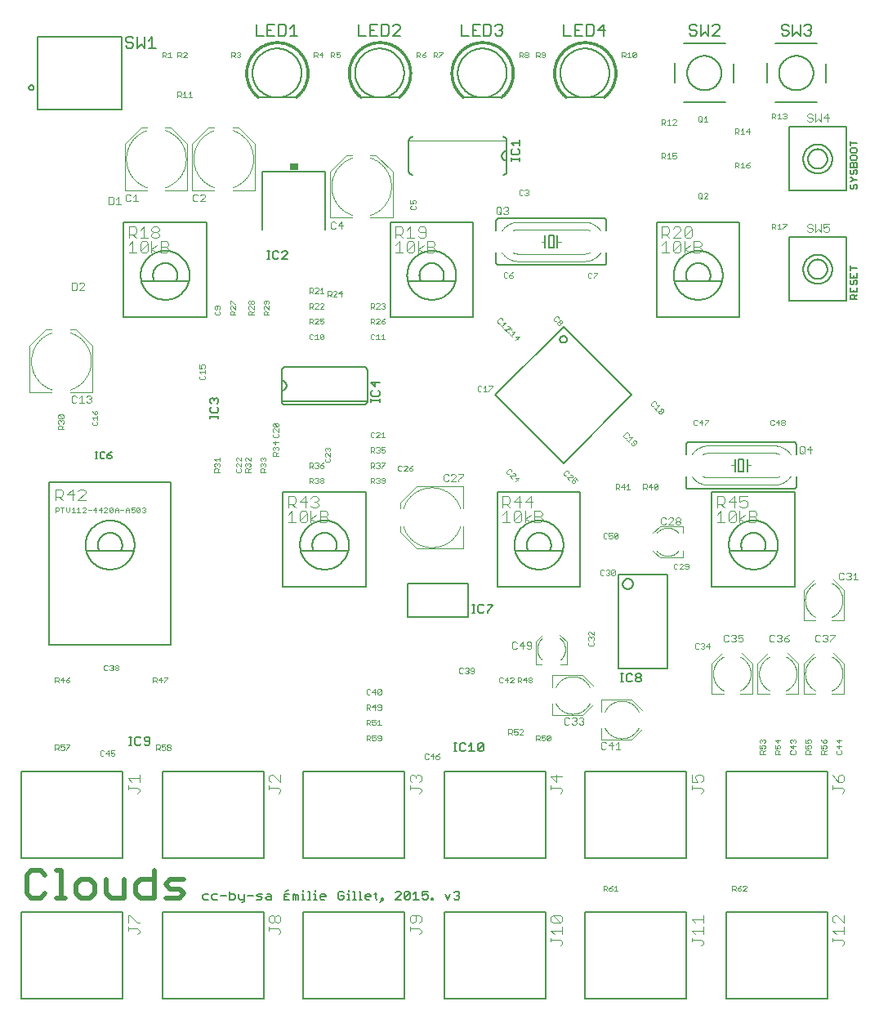
<source format=gbr>
G04 EAGLE Gerber RS-274X export*
G75*
%MOMM*%
%FSLAX34Y34*%
%LPD*%
%INSilkscreen Top*%
%IPPOS*%
%AMOC8*
5,1,8,0,0,1.08239X$1,22.5*%
G01*
%ADD10C,0.127000*%
%ADD11C,0.152400*%
%ADD12C,0.508000*%
%ADD13C,0.050800*%
%ADD14C,0.076200*%
%ADD15C,0.101600*%
%ADD16C,0.203200*%
%ADD17C,0.025400*%
%ADD18R,0.863600X0.762000*%


D10*
X882015Y743585D02*
X875151Y743585D01*
X875151Y747017D01*
X876295Y748161D01*
X878583Y748161D01*
X879727Y747017D01*
X879727Y743585D01*
X879727Y745873D02*
X882015Y748161D01*
X875151Y751069D02*
X875151Y755645D01*
X875151Y751069D02*
X882015Y751069D01*
X882015Y755645D01*
X878583Y753357D02*
X878583Y751069D01*
X875151Y761985D02*
X876295Y763129D01*
X875151Y761985D02*
X875151Y759697D01*
X876295Y758553D01*
X877439Y758553D01*
X878583Y759697D01*
X878583Y761985D01*
X879727Y763129D01*
X880871Y763129D01*
X882015Y761985D01*
X882015Y759697D01*
X880871Y758553D01*
X875151Y766037D02*
X875151Y770613D01*
X875151Y766037D02*
X882015Y766037D01*
X882015Y770613D01*
X878583Y768325D02*
X878583Y766037D01*
X882015Y775810D02*
X875151Y775810D01*
X875151Y773522D02*
X875151Y778098D01*
X875151Y861317D02*
X876295Y862461D01*
X875151Y861317D02*
X875151Y859029D01*
X876295Y857885D01*
X877439Y857885D01*
X878583Y859029D01*
X878583Y861317D01*
X879727Y862461D01*
X880871Y862461D01*
X882015Y861317D01*
X882015Y859029D01*
X880871Y857885D01*
X876295Y865369D02*
X875151Y865369D01*
X876295Y865369D02*
X878583Y867657D01*
X876295Y869945D01*
X875151Y869945D01*
X878583Y867657D02*
X882015Y867657D01*
X875151Y876285D02*
X876295Y877429D01*
X875151Y876285D02*
X875151Y873997D01*
X876295Y872853D01*
X877439Y872853D01*
X878583Y873997D01*
X878583Y876285D01*
X879727Y877429D01*
X880871Y877429D01*
X882015Y876285D01*
X882015Y873997D01*
X880871Y872853D01*
X882015Y880337D02*
X875151Y880337D01*
X875151Y883769D01*
X876295Y884913D01*
X877439Y884913D01*
X878583Y883769D01*
X879727Y884913D01*
X880871Y884913D01*
X882015Y883769D01*
X882015Y880337D01*
X878583Y880337D02*
X878583Y883769D01*
X875151Y888966D02*
X875151Y891254D01*
X875151Y888966D02*
X876295Y887822D01*
X880871Y887822D01*
X882015Y888966D01*
X882015Y891254D01*
X880871Y892398D01*
X876295Y892398D01*
X875151Y891254D01*
X875151Y896450D02*
X875151Y898738D01*
X875151Y896450D02*
X876295Y895306D01*
X880871Y895306D01*
X882015Y896450D01*
X882015Y898738D01*
X880871Y899882D01*
X876295Y899882D01*
X875151Y898738D01*
X875151Y905078D02*
X882015Y905078D01*
X875151Y902790D02*
X875151Y907366D01*
D11*
X209724Y127174D02*
X205403Y127174D01*
X203962Y125734D01*
X203962Y122853D01*
X205403Y121412D01*
X209724Y121412D01*
X214758Y127174D02*
X219079Y127174D01*
X214758Y127174D02*
X213317Y125734D01*
X213317Y122853D01*
X214758Y121412D01*
X219079Y121412D01*
X222672Y125734D02*
X228435Y125734D01*
X232028Y130055D02*
X232028Y121412D01*
X236349Y121412D01*
X237790Y122853D01*
X237790Y125734D01*
X236349Y127174D01*
X232028Y127174D01*
X241383Y127174D02*
X241383Y122853D01*
X242823Y121412D01*
X247145Y121412D01*
X247145Y119971D02*
X247145Y127174D01*
X247145Y119971D02*
X245704Y118531D01*
X244264Y118531D01*
X250738Y125734D02*
X256500Y125734D01*
X260093Y121412D02*
X264415Y121412D01*
X265855Y122853D01*
X264415Y124293D01*
X261534Y124293D01*
X260093Y125734D01*
X261534Y127174D01*
X265855Y127174D01*
X270889Y127174D02*
X273770Y127174D01*
X275211Y125734D01*
X275211Y121412D01*
X270889Y121412D01*
X269448Y122853D01*
X270889Y124293D01*
X275211Y124293D01*
X288159Y127174D02*
X293921Y127174D01*
X288159Y127174D02*
X288159Y121412D01*
X293921Y121412D01*
X291040Y124293D02*
X288159Y124293D01*
X289599Y130055D02*
X292480Y131496D01*
X297514Y127174D02*
X297514Y121412D01*
X297514Y127174D02*
X298954Y127174D01*
X300395Y125734D01*
X300395Y121412D01*
X300395Y125734D02*
X301836Y127174D01*
X303276Y125734D01*
X303276Y121412D01*
X306869Y127174D02*
X308310Y127174D01*
X308310Y121412D01*
X309750Y121412D02*
X306869Y121412D01*
X308310Y130055D02*
X308310Y131496D01*
X313106Y130055D02*
X314546Y130055D01*
X314546Y121412D01*
X313106Y121412D02*
X315987Y121412D01*
X319343Y127174D02*
X320783Y127174D01*
X320783Y121412D01*
X319343Y121412D02*
X322224Y121412D01*
X320783Y130055D02*
X320783Y131496D01*
X327020Y121412D02*
X329901Y121412D01*
X327020Y121412D02*
X325579Y122853D01*
X325579Y125734D01*
X327020Y127174D01*
X329901Y127174D01*
X331342Y125734D01*
X331342Y124293D01*
X325579Y124293D01*
X348611Y130055D02*
X350052Y128615D01*
X348611Y130055D02*
X345730Y130055D01*
X344290Y128615D01*
X344290Y122853D01*
X345730Y121412D01*
X348611Y121412D01*
X350052Y122853D01*
X350052Y125734D01*
X347171Y125734D01*
X353645Y127174D02*
X355086Y127174D01*
X355086Y121412D01*
X356526Y121412D02*
X353645Y121412D01*
X355086Y130055D02*
X355086Y131496D01*
X359882Y130055D02*
X361322Y130055D01*
X361322Y121412D01*
X359882Y121412D02*
X362763Y121412D01*
X366119Y130055D02*
X367559Y130055D01*
X367559Y121412D01*
X366119Y121412D02*
X369000Y121412D01*
X373796Y121412D02*
X376677Y121412D01*
X373796Y121412D02*
X372355Y122853D01*
X372355Y125734D01*
X373796Y127174D01*
X376677Y127174D01*
X378118Y125734D01*
X378118Y124293D01*
X372355Y124293D01*
X383151Y122853D02*
X383151Y128615D01*
X383151Y122853D02*
X384592Y121412D01*
X384592Y127174D02*
X381711Y127174D01*
X387947Y118531D02*
X390828Y121412D01*
X390828Y122853D01*
X389388Y122853D01*
X389388Y121412D01*
X390828Y121412D01*
X403539Y121412D02*
X409302Y121412D01*
X409302Y127174D02*
X403539Y121412D01*
X409302Y127174D02*
X409302Y128615D01*
X407861Y130055D01*
X404980Y130055D01*
X403539Y128615D01*
X412894Y128615D02*
X412894Y122853D01*
X412894Y128615D02*
X414335Y130055D01*
X417216Y130055D01*
X418657Y128615D01*
X418657Y122853D01*
X417216Y121412D01*
X414335Y121412D01*
X412894Y122853D01*
X418657Y128615D01*
X422250Y127174D02*
X425131Y130055D01*
X425131Y121412D01*
X422250Y121412D02*
X428012Y121412D01*
X431605Y130055D02*
X437367Y130055D01*
X431605Y130055D02*
X431605Y125734D01*
X434486Y127174D01*
X435927Y127174D01*
X437367Y125734D01*
X437367Y122853D01*
X435927Y121412D01*
X433045Y121412D01*
X431605Y122853D01*
X440960Y122853D02*
X440960Y121412D01*
X440960Y122853D02*
X442401Y122853D01*
X442401Y121412D01*
X440960Y121412D01*
X454993Y127174D02*
X457874Y121412D01*
X460755Y127174D01*
X464348Y128615D02*
X465789Y130055D01*
X468670Y130055D01*
X470110Y128615D01*
X470110Y127174D01*
X468670Y125734D01*
X467229Y125734D01*
X468670Y125734D02*
X470110Y124293D01*
X470110Y122853D01*
X468670Y121412D01*
X465789Y121412D01*
X464348Y122853D01*
D12*
X40572Y146917D02*
X35826Y151662D01*
X26335Y151662D01*
X21590Y146917D01*
X21590Y127935D01*
X26335Y123190D01*
X35826Y123190D01*
X40572Y127935D01*
X52462Y151662D02*
X57208Y151662D01*
X57208Y123190D01*
X61953Y123190D02*
X52462Y123190D01*
X77789Y123190D02*
X87280Y123190D01*
X92025Y127935D01*
X92025Y137426D01*
X87280Y142172D01*
X77789Y142172D01*
X73044Y137426D01*
X73044Y127935D01*
X77789Y123190D01*
X103916Y127935D02*
X103916Y142172D01*
X103916Y127935D02*
X108661Y123190D01*
X122897Y123190D01*
X122897Y142172D01*
X153769Y151662D02*
X153769Y123190D01*
X139533Y123190D01*
X134788Y127935D01*
X134788Y137426D01*
X139533Y142172D01*
X153769Y142172D01*
X165660Y123190D02*
X179896Y123190D01*
X184641Y127935D01*
X179896Y132681D01*
X170405Y132681D01*
X165660Y137426D01*
X170405Y142172D01*
X184641Y142172D01*
D13*
X514059Y814705D02*
X514342Y815110D01*
X514635Y815509D01*
X514938Y815900D01*
X515250Y816284D01*
X515571Y816660D01*
X515901Y817028D01*
X516240Y817388D01*
X516588Y817739D01*
X516944Y818082D01*
X517308Y818417D01*
X517681Y818742D01*
X518061Y819058D01*
X518449Y819365D01*
X518844Y819662D01*
X519246Y819950D01*
X519656Y820227D01*
X520071Y820495D01*
X520494Y820752D01*
X520922Y820999D01*
X521356Y821236D01*
X521796Y821462D01*
X522241Y821677D01*
X522691Y821882D01*
X523147Y822075D01*
X523606Y822257D01*
X524070Y822428D01*
X524538Y822587D01*
X525010Y822736D01*
X525485Y822872D01*
X525964Y822997D01*
X526445Y823110D01*
X526929Y823212D01*
X527415Y823302D01*
X527904Y823380D01*
X528394Y823446D01*
X528885Y823500D01*
X529378Y823542D01*
X529872Y823572D01*
X530366Y823590D01*
X530860Y823596D01*
D11*
X508000Y824865D02*
X508000Y814705D01*
D13*
X599440Y823595D02*
X599934Y823589D01*
X600428Y823571D01*
X600922Y823541D01*
X601414Y823499D01*
X601906Y823445D01*
X602396Y823379D01*
X602884Y823301D01*
X603371Y823211D01*
X603854Y823110D01*
X604336Y822996D01*
X604814Y822871D01*
X605289Y822735D01*
X605761Y822587D01*
X606229Y822427D01*
X606693Y822256D01*
X607153Y822074D01*
X607608Y821881D01*
X608059Y821677D01*
X608504Y821462D01*
X608944Y821236D01*
X609378Y820999D01*
X609806Y820752D01*
X610228Y820495D01*
X610644Y820227D01*
X611053Y819949D01*
X611456Y819662D01*
X611851Y819365D01*
X612239Y819058D01*
X612619Y818742D01*
X612991Y818416D01*
X613356Y818082D01*
X613712Y817739D01*
X614060Y817388D01*
X614399Y817028D01*
X614729Y816660D01*
X615050Y816284D01*
X615362Y815900D01*
X615665Y815509D01*
X615957Y815110D01*
X616241Y814705D01*
D11*
X622300Y814705D02*
X622300Y824865D01*
D13*
X599440Y790575D02*
X530860Y790575D01*
X530860Y782955D02*
X599440Y782955D01*
X599440Y815975D02*
X530860Y815975D01*
D11*
X510540Y779145D02*
X619760Y779145D01*
X619860Y779147D01*
X619959Y779153D01*
X620059Y779163D01*
X620157Y779176D01*
X620256Y779194D01*
X620353Y779215D01*
X620449Y779240D01*
X620545Y779269D01*
X620639Y779302D01*
X620732Y779338D01*
X620823Y779378D01*
X620913Y779422D01*
X621001Y779469D01*
X621087Y779519D01*
X621171Y779573D01*
X621253Y779630D01*
X621332Y779690D01*
X621410Y779754D01*
X621484Y779820D01*
X621556Y779889D01*
X621625Y779961D01*
X621691Y780035D01*
X621755Y780113D01*
X621815Y780192D01*
X621872Y780274D01*
X621926Y780358D01*
X621976Y780444D01*
X622023Y780532D01*
X622067Y780622D01*
X622107Y780713D01*
X622143Y780806D01*
X622176Y780900D01*
X622205Y780996D01*
X622230Y781092D01*
X622251Y781189D01*
X622269Y781288D01*
X622282Y781386D01*
X622292Y781486D01*
X622298Y781585D01*
X622300Y781685D01*
X622300Y791845D01*
D13*
X604976Y791845D02*
X604703Y791717D01*
X604427Y791595D01*
X604148Y791480D01*
X603867Y791372D01*
X603583Y791270D01*
X603297Y791175D01*
X603009Y791087D01*
X602719Y791005D01*
X602426Y790931D01*
X602133Y790864D01*
X601837Y790803D01*
X601541Y790750D01*
X601243Y790704D01*
X600944Y790664D01*
X600644Y790632D01*
X600343Y790607D01*
X600043Y790589D01*
X599741Y790579D01*
X599440Y790575D01*
X604976Y814705D02*
X604703Y814833D01*
X604427Y814955D01*
X604148Y815070D01*
X603867Y815178D01*
X603583Y815280D01*
X603297Y815375D01*
X603009Y815463D01*
X602719Y815545D01*
X602426Y815619D01*
X602133Y815686D01*
X601837Y815747D01*
X601541Y815800D01*
X601243Y815846D01*
X600944Y815886D01*
X600644Y815918D01*
X600343Y815943D01*
X600043Y815961D01*
X599741Y815971D01*
X599440Y815975D01*
X616240Y791846D02*
X615957Y791441D01*
X615664Y791042D01*
X615362Y790651D01*
X615050Y790267D01*
X614729Y789891D01*
X614399Y789523D01*
X614060Y789163D01*
X613712Y788812D01*
X613356Y788469D01*
X612991Y788134D01*
X612619Y787809D01*
X612239Y787493D01*
X611851Y787186D01*
X611456Y786889D01*
X611053Y786601D01*
X610644Y786324D01*
X610229Y786056D01*
X609806Y785799D01*
X609378Y785552D01*
X608944Y785315D01*
X608504Y785089D01*
X608059Y784874D01*
X607609Y784670D01*
X607153Y784476D01*
X606694Y784294D01*
X606230Y784123D01*
X605762Y783964D01*
X605290Y783816D01*
X604815Y783679D01*
X604336Y783554D01*
X603855Y783441D01*
X603371Y783339D01*
X602885Y783249D01*
X602397Y783171D01*
X601907Y783105D01*
X601415Y783051D01*
X600922Y783009D01*
X600429Y782979D01*
X599935Y782961D01*
X599440Y782955D01*
X530860Y782955D02*
X530366Y782961D01*
X529872Y782979D01*
X529378Y783009D01*
X528886Y783051D01*
X528394Y783105D01*
X527904Y783171D01*
X527416Y783249D01*
X526929Y783339D01*
X526446Y783440D01*
X525964Y783554D01*
X525486Y783679D01*
X525011Y783815D01*
X524539Y783963D01*
X524071Y784123D01*
X523607Y784294D01*
X523147Y784476D01*
X522692Y784669D01*
X522241Y784873D01*
X521796Y785088D01*
X521356Y785314D01*
X520922Y785551D01*
X520494Y785798D01*
X520072Y786055D01*
X519656Y786323D01*
X519247Y786601D01*
X518844Y786888D01*
X518449Y787185D01*
X518061Y787492D01*
X517681Y787808D01*
X517309Y788134D01*
X516944Y788468D01*
X516588Y788811D01*
X516240Y789162D01*
X515901Y789522D01*
X515571Y789890D01*
X515250Y790266D01*
X514938Y790650D01*
X514635Y791041D01*
X514343Y791440D01*
X514059Y791845D01*
X525324Y791845D02*
X525597Y791717D01*
X525873Y791595D01*
X526152Y791480D01*
X526433Y791372D01*
X526717Y791270D01*
X527003Y791175D01*
X527291Y791087D01*
X527581Y791005D01*
X527874Y790931D01*
X528167Y790864D01*
X528463Y790803D01*
X528759Y790750D01*
X529057Y790704D01*
X529356Y790664D01*
X529656Y790632D01*
X529957Y790607D01*
X530257Y790589D01*
X530559Y790579D01*
X530860Y790575D01*
X525324Y814705D02*
X525597Y814833D01*
X525873Y814955D01*
X526152Y815070D01*
X526433Y815178D01*
X526717Y815280D01*
X527003Y815375D01*
X527291Y815463D01*
X527581Y815545D01*
X527874Y815619D01*
X528167Y815686D01*
X528463Y815747D01*
X528759Y815800D01*
X529057Y815846D01*
X529356Y815886D01*
X529656Y815918D01*
X529957Y815943D01*
X530257Y815961D01*
X530559Y815971D01*
X530860Y815975D01*
D11*
X508000Y791845D02*
X508000Y781685D01*
X508002Y781585D01*
X508008Y781486D01*
X508018Y781386D01*
X508031Y781288D01*
X508049Y781189D01*
X508070Y781092D01*
X508095Y780996D01*
X508124Y780900D01*
X508157Y780806D01*
X508193Y780713D01*
X508233Y780622D01*
X508277Y780532D01*
X508324Y780444D01*
X508374Y780358D01*
X508428Y780274D01*
X508485Y780192D01*
X508545Y780113D01*
X508609Y780035D01*
X508675Y779961D01*
X508744Y779889D01*
X508816Y779820D01*
X508890Y779754D01*
X508968Y779690D01*
X509047Y779630D01*
X509129Y779573D01*
X509213Y779519D01*
X509299Y779469D01*
X509387Y779422D01*
X509477Y779378D01*
X509568Y779338D01*
X509661Y779302D01*
X509755Y779269D01*
X509851Y779240D01*
X509947Y779215D01*
X510044Y779194D01*
X510143Y779176D01*
X510241Y779163D01*
X510341Y779153D01*
X510440Y779147D01*
X510540Y779145D01*
D13*
X530860Y823595D02*
X599440Y823595D01*
D11*
X619760Y827405D02*
X510540Y827405D01*
X619760Y827405D02*
X619860Y827403D01*
X619959Y827397D01*
X620059Y827387D01*
X620157Y827374D01*
X620256Y827356D01*
X620353Y827335D01*
X620449Y827310D01*
X620545Y827281D01*
X620639Y827248D01*
X620732Y827212D01*
X620823Y827172D01*
X620913Y827128D01*
X621001Y827081D01*
X621087Y827031D01*
X621171Y826977D01*
X621253Y826920D01*
X621332Y826860D01*
X621410Y826796D01*
X621484Y826730D01*
X621556Y826661D01*
X621625Y826589D01*
X621691Y826515D01*
X621755Y826437D01*
X621815Y826358D01*
X621872Y826276D01*
X621926Y826192D01*
X621976Y826106D01*
X622023Y826018D01*
X622067Y825928D01*
X622107Y825837D01*
X622143Y825744D01*
X622176Y825650D01*
X622205Y825554D01*
X622230Y825458D01*
X622251Y825361D01*
X622269Y825262D01*
X622282Y825164D01*
X622292Y825064D01*
X622298Y824965D01*
X622300Y824865D01*
X510540Y827405D02*
X510440Y827403D01*
X510341Y827397D01*
X510241Y827387D01*
X510143Y827374D01*
X510044Y827356D01*
X509947Y827335D01*
X509851Y827310D01*
X509755Y827281D01*
X509661Y827248D01*
X509568Y827212D01*
X509477Y827172D01*
X509387Y827128D01*
X509299Y827081D01*
X509213Y827031D01*
X509129Y826977D01*
X509047Y826920D01*
X508968Y826860D01*
X508890Y826796D01*
X508816Y826730D01*
X508744Y826661D01*
X508675Y826589D01*
X508609Y826515D01*
X508545Y826437D01*
X508485Y826358D01*
X508428Y826276D01*
X508374Y826192D01*
X508324Y826106D01*
X508277Y826018D01*
X508233Y825928D01*
X508193Y825837D01*
X508157Y825744D01*
X508124Y825650D01*
X508095Y825554D01*
X508070Y825458D01*
X508049Y825361D01*
X508031Y825262D01*
X508018Y825164D01*
X508008Y825064D01*
X508002Y824965D01*
X508000Y824865D01*
X562610Y809625D02*
X562610Y796925D01*
X567690Y796925D01*
X567690Y809625D01*
X562610Y809625D01*
X558800Y809625D02*
X558800Y803275D01*
X558800Y796925D01*
D13*
X558800Y803275D02*
X554990Y803275D01*
D11*
X571500Y803275D02*
X571500Y809625D01*
X571500Y803275D02*
X571500Y796925D01*
D13*
X571500Y803275D02*
X575310Y803275D01*
D14*
X508380Y832825D02*
X508380Y837740D01*
X509609Y838968D01*
X512066Y838968D01*
X513295Y837740D01*
X513295Y832825D01*
X512066Y831596D01*
X509609Y831596D01*
X508380Y832825D01*
X510837Y834053D02*
X513295Y831596D01*
X515864Y837740D02*
X517093Y838968D01*
X519550Y838968D01*
X520779Y837740D01*
X520779Y836511D01*
X519550Y835282D01*
X518322Y835282D01*
X519550Y835282D02*
X520779Y834053D01*
X520779Y832825D01*
X519550Y831596D01*
X517093Y831596D01*
X515864Y832825D01*
D13*
X518874Y771276D02*
X519806Y770344D01*
X518874Y771276D02*
X517010Y771276D01*
X516078Y770344D01*
X516078Y766615D01*
X517010Y765683D01*
X518874Y765683D01*
X519806Y766615D01*
X523555Y770344D02*
X525419Y771276D01*
X523555Y770344D02*
X521691Y768479D01*
X521691Y766615D01*
X522623Y765683D01*
X524487Y765683D01*
X525419Y766615D01*
X525419Y767547D01*
X524487Y768479D01*
X521691Y768479D01*
D10*
X871375Y741700D02*
X871375Y807700D01*
X871375Y741700D02*
X811375Y741700D01*
X811375Y807700D01*
X871375Y807700D01*
X826342Y774700D02*
X826347Y775069D01*
X826360Y775438D01*
X826383Y775806D01*
X826414Y776173D01*
X826455Y776540D01*
X826505Y776906D01*
X826563Y777270D01*
X826631Y777633D01*
X826707Y777994D01*
X826793Y778353D01*
X826887Y778709D01*
X826989Y779064D01*
X827101Y779416D01*
X827221Y779764D01*
X827349Y780110D01*
X827486Y780453D01*
X827632Y780792D01*
X827785Y781127D01*
X827947Y781459D01*
X828117Y781787D01*
X828295Y782110D01*
X828481Y782429D01*
X828674Y782743D01*
X828876Y783052D01*
X829084Y783356D01*
X829300Y783655D01*
X829524Y783949D01*
X829754Y784237D01*
X829992Y784519D01*
X830236Y784796D01*
X830487Y785066D01*
X830745Y785330D01*
X831009Y785588D01*
X831279Y785839D01*
X831556Y786083D01*
X831838Y786321D01*
X832126Y786551D01*
X832420Y786775D01*
X832719Y786991D01*
X833023Y787199D01*
X833332Y787401D01*
X833646Y787594D01*
X833965Y787780D01*
X834288Y787958D01*
X834616Y788128D01*
X834948Y788290D01*
X835283Y788443D01*
X835622Y788589D01*
X835965Y788726D01*
X836311Y788854D01*
X836659Y788974D01*
X837011Y789086D01*
X837366Y789188D01*
X837722Y789282D01*
X838081Y789368D01*
X838442Y789444D01*
X838805Y789512D01*
X839169Y789570D01*
X839535Y789620D01*
X839902Y789661D01*
X840269Y789692D01*
X840637Y789715D01*
X841006Y789728D01*
X841375Y789733D01*
X841744Y789728D01*
X842113Y789715D01*
X842481Y789692D01*
X842848Y789661D01*
X843215Y789620D01*
X843581Y789570D01*
X843945Y789512D01*
X844308Y789444D01*
X844669Y789368D01*
X845028Y789282D01*
X845384Y789188D01*
X845739Y789086D01*
X846091Y788974D01*
X846439Y788854D01*
X846785Y788726D01*
X847128Y788589D01*
X847467Y788443D01*
X847802Y788290D01*
X848134Y788128D01*
X848462Y787958D01*
X848785Y787780D01*
X849104Y787594D01*
X849418Y787401D01*
X849727Y787199D01*
X850031Y786991D01*
X850330Y786775D01*
X850624Y786551D01*
X850912Y786321D01*
X851194Y786083D01*
X851471Y785839D01*
X851741Y785588D01*
X852005Y785330D01*
X852263Y785066D01*
X852514Y784796D01*
X852758Y784519D01*
X852996Y784237D01*
X853226Y783949D01*
X853450Y783655D01*
X853666Y783356D01*
X853874Y783052D01*
X854076Y782743D01*
X854269Y782429D01*
X854455Y782110D01*
X854633Y781787D01*
X854803Y781459D01*
X854965Y781127D01*
X855118Y780792D01*
X855264Y780453D01*
X855401Y780110D01*
X855529Y779764D01*
X855649Y779416D01*
X855761Y779064D01*
X855863Y778709D01*
X855957Y778353D01*
X856043Y777994D01*
X856119Y777633D01*
X856187Y777270D01*
X856245Y776906D01*
X856295Y776540D01*
X856336Y776173D01*
X856367Y775806D01*
X856390Y775438D01*
X856403Y775069D01*
X856408Y774700D01*
X856403Y774331D01*
X856390Y773962D01*
X856367Y773594D01*
X856336Y773227D01*
X856295Y772860D01*
X856245Y772494D01*
X856187Y772130D01*
X856119Y771767D01*
X856043Y771406D01*
X855957Y771047D01*
X855863Y770691D01*
X855761Y770336D01*
X855649Y769984D01*
X855529Y769636D01*
X855401Y769290D01*
X855264Y768947D01*
X855118Y768608D01*
X854965Y768273D01*
X854803Y767941D01*
X854633Y767613D01*
X854455Y767290D01*
X854269Y766971D01*
X854076Y766657D01*
X853874Y766348D01*
X853666Y766044D01*
X853450Y765745D01*
X853226Y765451D01*
X852996Y765163D01*
X852758Y764881D01*
X852514Y764604D01*
X852263Y764334D01*
X852005Y764070D01*
X851741Y763812D01*
X851471Y763561D01*
X851194Y763317D01*
X850912Y763079D01*
X850624Y762849D01*
X850330Y762625D01*
X850031Y762409D01*
X849727Y762201D01*
X849418Y761999D01*
X849104Y761806D01*
X848785Y761620D01*
X848462Y761442D01*
X848134Y761272D01*
X847802Y761110D01*
X847467Y760957D01*
X847128Y760811D01*
X846785Y760674D01*
X846439Y760546D01*
X846091Y760426D01*
X845739Y760314D01*
X845384Y760212D01*
X845028Y760118D01*
X844669Y760032D01*
X844308Y759956D01*
X843945Y759888D01*
X843581Y759830D01*
X843215Y759780D01*
X842848Y759739D01*
X842481Y759708D01*
X842113Y759685D01*
X841744Y759672D01*
X841375Y759667D01*
X841006Y759672D01*
X840637Y759685D01*
X840269Y759708D01*
X839902Y759739D01*
X839535Y759780D01*
X839169Y759830D01*
X838805Y759888D01*
X838442Y759956D01*
X838081Y760032D01*
X837722Y760118D01*
X837366Y760212D01*
X837011Y760314D01*
X836659Y760426D01*
X836311Y760546D01*
X835965Y760674D01*
X835622Y760811D01*
X835283Y760957D01*
X834948Y761110D01*
X834616Y761272D01*
X834288Y761442D01*
X833965Y761620D01*
X833646Y761806D01*
X833332Y761999D01*
X833023Y762201D01*
X832719Y762409D01*
X832420Y762625D01*
X832126Y762849D01*
X831838Y763079D01*
X831556Y763317D01*
X831279Y763561D01*
X831009Y763812D01*
X830745Y764070D01*
X830487Y764334D01*
X830236Y764604D01*
X829992Y764881D01*
X829754Y765163D01*
X829524Y765451D01*
X829300Y765745D01*
X829084Y766044D01*
X828876Y766348D01*
X828674Y766657D01*
X828481Y766971D01*
X828295Y767290D01*
X828117Y767613D01*
X827947Y767941D01*
X827785Y768273D01*
X827632Y768608D01*
X827486Y768947D01*
X827349Y769290D01*
X827221Y769636D01*
X827101Y769984D01*
X826989Y770336D01*
X826887Y770691D01*
X826793Y771047D01*
X826707Y771406D01*
X826631Y771767D01*
X826563Y772130D01*
X826505Y772494D01*
X826455Y772860D01*
X826414Y773227D01*
X826383Y773594D01*
X826360Y773962D01*
X826347Y774331D01*
X826342Y774700D01*
X831375Y774700D02*
X831378Y774945D01*
X831387Y775191D01*
X831402Y775436D01*
X831423Y775680D01*
X831450Y775924D01*
X831483Y776167D01*
X831522Y776410D01*
X831567Y776651D01*
X831618Y776891D01*
X831675Y777130D01*
X831737Y777367D01*
X831806Y777603D01*
X831880Y777837D01*
X831960Y778069D01*
X832045Y778299D01*
X832136Y778527D01*
X832233Y778752D01*
X832335Y778976D01*
X832443Y779196D01*
X832556Y779414D01*
X832674Y779629D01*
X832798Y779841D01*
X832926Y780050D01*
X833060Y780256D01*
X833199Y780458D01*
X833343Y780657D01*
X833492Y780852D01*
X833645Y781044D01*
X833803Y781232D01*
X833965Y781416D01*
X834133Y781595D01*
X834304Y781771D01*
X834480Y781942D01*
X834659Y782110D01*
X834843Y782272D01*
X835031Y782430D01*
X835223Y782583D01*
X835418Y782732D01*
X835617Y782876D01*
X835819Y783015D01*
X836025Y783149D01*
X836234Y783277D01*
X836446Y783401D01*
X836661Y783519D01*
X836879Y783632D01*
X837099Y783740D01*
X837323Y783842D01*
X837548Y783939D01*
X837776Y784030D01*
X838006Y784115D01*
X838238Y784195D01*
X838472Y784269D01*
X838708Y784338D01*
X838945Y784400D01*
X839184Y784457D01*
X839424Y784508D01*
X839665Y784553D01*
X839908Y784592D01*
X840151Y784625D01*
X840395Y784652D01*
X840639Y784673D01*
X840884Y784688D01*
X841130Y784697D01*
X841375Y784700D01*
X841620Y784697D01*
X841866Y784688D01*
X842111Y784673D01*
X842355Y784652D01*
X842599Y784625D01*
X842842Y784592D01*
X843085Y784553D01*
X843326Y784508D01*
X843566Y784457D01*
X843805Y784400D01*
X844042Y784338D01*
X844278Y784269D01*
X844512Y784195D01*
X844744Y784115D01*
X844974Y784030D01*
X845202Y783939D01*
X845427Y783842D01*
X845651Y783740D01*
X845871Y783632D01*
X846089Y783519D01*
X846304Y783401D01*
X846516Y783277D01*
X846725Y783149D01*
X846931Y783015D01*
X847133Y782876D01*
X847332Y782732D01*
X847527Y782583D01*
X847719Y782430D01*
X847907Y782272D01*
X848091Y782110D01*
X848270Y781942D01*
X848446Y781771D01*
X848617Y781595D01*
X848785Y781416D01*
X848947Y781232D01*
X849105Y781044D01*
X849258Y780852D01*
X849407Y780657D01*
X849551Y780458D01*
X849690Y780256D01*
X849824Y780050D01*
X849952Y779841D01*
X850076Y779629D01*
X850194Y779414D01*
X850307Y779196D01*
X850415Y778976D01*
X850517Y778752D01*
X850614Y778527D01*
X850705Y778299D01*
X850790Y778069D01*
X850870Y777837D01*
X850944Y777603D01*
X851013Y777367D01*
X851075Y777130D01*
X851132Y776891D01*
X851183Y776651D01*
X851228Y776410D01*
X851267Y776167D01*
X851300Y775924D01*
X851327Y775680D01*
X851348Y775436D01*
X851363Y775191D01*
X851372Y774945D01*
X851375Y774700D01*
X851372Y774455D01*
X851363Y774209D01*
X851348Y773964D01*
X851327Y773720D01*
X851300Y773476D01*
X851267Y773233D01*
X851228Y772990D01*
X851183Y772749D01*
X851132Y772509D01*
X851075Y772270D01*
X851013Y772033D01*
X850944Y771797D01*
X850870Y771563D01*
X850790Y771331D01*
X850705Y771101D01*
X850614Y770873D01*
X850517Y770648D01*
X850415Y770424D01*
X850307Y770204D01*
X850194Y769986D01*
X850076Y769771D01*
X849952Y769559D01*
X849824Y769350D01*
X849690Y769144D01*
X849551Y768942D01*
X849407Y768743D01*
X849258Y768548D01*
X849105Y768356D01*
X848947Y768168D01*
X848785Y767984D01*
X848617Y767805D01*
X848446Y767629D01*
X848270Y767458D01*
X848091Y767290D01*
X847907Y767128D01*
X847719Y766970D01*
X847527Y766817D01*
X847332Y766668D01*
X847133Y766524D01*
X846931Y766385D01*
X846725Y766251D01*
X846516Y766123D01*
X846304Y765999D01*
X846089Y765881D01*
X845871Y765768D01*
X845651Y765660D01*
X845427Y765558D01*
X845202Y765461D01*
X844974Y765370D01*
X844744Y765285D01*
X844512Y765205D01*
X844278Y765131D01*
X844042Y765062D01*
X843805Y765000D01*
X843566Y764943D01*
X843326Y764892D01*
X843085Y764847D01*
X842842Y764808D01*
X842599Y764775D01*
X842355Y764748D01*
X842111Y764727D01*
X841866Y764712D01*
X841620Y764703D01*
X841375Y764700D01*
X841130Y764703D01*
X840884Y764712D01*
X840639Y764727D01*
X840395Y764748D01*
X840151Y764775D01*
X839908Y764808D01*
X839665Y764847D01*
X839424Y764892D01*
X839184Y764943D01*
X838945Y765000D01*
X838708Y765062D01*
X838472Y765131D01*
X838238Y765205D01*
X838006Y765285D01*
X837776Y765370D01*
X837548Y765461D01*
X837323Y765558D01*
X837099Y765660D01*
X836879Y765768D01*
X836661Y765881D01*
X836446Y765999D01*
X836234Y766123D01*
X836025Y766251D01*
X835819Y766385D01*
X835617Y766524D01*
X835418Y766668D01*
X835223Y766817D01*
X835031Y766970D01*
X834843Y767128D01*
X834659Y767290D01*
X834480Y767458D01*
X834304Y767629D01*
X834133Y767805D01*
X833965Y767984D01*
X833803Y768168D01*
X833645Y768356D01*
X833492Y768548D01*
X833343Y768743D01*
X833199Y768942D01*
X833060Y769144D01*
X832926Y769350D01*
X832798Y769559D01*
X832674Y769771D01*
X832556Y769986D01*
X832443Y770204D01*
X832335Y770424D01*
X832233Y770648D01*
X832136Y770873D01*
X832045Y771101D01*
X831960Y771331D01*
X831880Y771563D01*
X831806Y771797D01*
X831737Y772033D01*
X831675Y772270D01*
X831618Y772509D01*
X831567Y772749D01*
X831522Y772990D01*
X831483Y773233D01*
X831450Y773476D01*
X831423Y773720D01*
X831402Y773964D01*
X831387Y774209D01*
X831378Y774455D01*
X831375Y774700D01*
D14*
X836399Y820247D02*
X835001Y821645D01*
X832204Y821645D01*
X830806Y820247D01*
X830806Y818849D01*
X832204Y817451D01*
X835001Y817451D01*
X836399Y816052D01*
X836399Y814654D01*
X835001Y813256D01*
X832204Y813256D01*
X830806Y814654D01*
X839226Y813256D02*
X839226Y821645D01*
X842022Y816052D02*
X839226Y813256D01*
X842022Y816052D02*
X844818Y813256D01*
X844818Y821645D01*
X847645Y821645D02*
X853238Y821645D01*
X847645Y821645D02*
X847645Y817451D01*
X850442Y818849D01*
X851840Y818849D01*
X853238Y817451D01*
X853238Y814654D01*
X851840Y813256D01*
X849044Y813256D01*
X847645Y814654D01*
D13*
X794004Y816229D02*
X794004Y821822D01*
X796800Y821822D01*
X797733Y820890D01*
X797733Y819025D01*
X796800Y818093D01*
X794004Y818093D01*
X795868Y818093D02*
X797733Y816229D01*
X799617Y819958D02*
X801481Y821822D01*
X801481Y816229D01*
X799617Y816229D02*
X803346Y816229D01*
X805230Y821822D02*
X808959Y821822D01*
X808959Y820890D01*
X805230Y817161D01*
X805230Y816229D01*
X607233Y770090D02*
X606300Y771022D01*
X604436Y771022D01*
X603504Y770090D01*
X603504Y766361D01*
X604436Y765429D01*
X606300Y765429D01*
X607233Y766361D01*
X609117Y771022D02*
X612846Y771022D01*
X612846Y770090D01*
X609117Y766361D01*
X609117Y765429D01*
D10*
X871375Y856000D02*
X871375Y922000D01*
X871375Y856000D02*
X811375Y856000D01*
X811375Y922000D01*
X871375Y922000D01*
X826342Y889000D02*
X826347Y889369D01*
X826360Y889738D01*
X826383Y890106D01*
X826414Y890473D01*
X826455Y890840D01*
X826505Y891206D01*
X826563Y891570D01*
X826631Y891933D01*
X826707Y892294D01*
X826793Y892653D01*
X826887Y893009D01*
X826989Y893364D01*
X827101Y893716D01*
X827221Y894064D01*
X827349Y894410D01*
X827486Y894753D01*
X827632Y895092D01*
X827785Y895427D01*
X827947Y895759D01*
X828117Y896087D01*
X828295Y896410D01*
X828481Y896729D01*
X828674Y897043D01*
X828876Y897352D01*
X829084Y897656D01*
X829300Y897955D01*
X829524Y898249D01*
X829754Y898537D01*
X829992Y898819D01*
X830236Y899096D01*
X830487Y899366D01*
X830745Y899630D01*
X831009Y899888D01*
X831279Y900139D01*
X831556Y900383D01*
X831838Y900621D01*
X832126Y900851D01*
X832420Y901075D01*
X832719Y901291D01*
X833023Y901499D01*
X833332Y901701D01*
X833646Y901894D01*
X833965Y902080D01*
X834288Y902258D01*
X834616Y902428D01*
X834948Y902590D01*
X835283Y902743D01*
X835622Y902889D01*
X835965Y903026D01*
X836311Y903154D01*
X836659Y903274D01*
X837011Y903386D01*
X837366Y903488D01*
X837722Y903582D01*
X838081Y903668D01*
X838442Y903744D01*
X838805Y903812D01*
X839169Y903870D01*
X839535Y903920D01*
X839902Y903961D01*
X840269Y903992D01*
X840637Y904015D01*
X841006Y904028D01*
X841375Y904033D01*
X841744Y904028D01*
X842113Y904015D01*
X842481Y903992D01*
X842848Y903961D01*
X843215Y903920D01*
X843581Y903870D01*
X843945Y903812D01*
X844308Y903744D01*
X844669Y903668D01*
X845028Y903582D01*
X845384Y903488D01*
X845739Y903386D01*
X846091Y903274D01*
X846439Y903154D01*
X846785Y903026D01*
X847128Y902889D01*
X847467Y902743D01*
X847802Y902590D01*
X848134Y902428D01*
X848462Y902258D01*
X848785Y902080D01*
X849104Y901894D01*
X849418Y901701D01*
X849727Y901499D01*
X850031Y901291D01*
X850330Y901075D01*
X850624Y900851D01*
X850912Y900621D01*
X851194Y900383D01*
X851471Y900139D01*
X851741Y899888D01*
X852005Y899630D01*
X852263Y899366D01*
X852514Y899096D01*
X852758Y898819D01*
X852996Y898537D01*
X853226Y898249D01*
X853450Y897955D01*
X853666Y897656D01*
X853874Y897352D01*
X854076Y897043D01*
X854269Y896729D01*
X854455Y896410D01*
X854633Y896087D01*
X854803Y895759D01*
X854965Y895427D01*
X855118Y895092D01*
X855264Y894753D01*
X855401Y894410D01*
X855529Y894064D01*
X855649Y893716D01*
X855761Y893364D01*
X855863Y893009D01*
X855957Y892653D01*
X856043Y892294D01*
X856119Y891933D01*
X856187Y891570D01*
X856245Y891206D01*
X856295Y890840D01*
X856336Y890473D01*
X856367Y890106D01*
X856390Y889738D01*
X856403Y889369D01*
X856408Y889000D01*
X856403Y888631D01*
X856390Y888262D01*
X856367Y887894D01*
X856336Y887527D01*
X856295Y887160D01*
X856245Y886794D01*
X856187Y886430D01*
X856119Y886067D01*
X856043Y885706D01*
X855957Y885347D01*
X855863Y884991D01*
X855761Y884636D01*
X855649Y884284D01*
X855529Y883936D01*
X855401Y883590D01*
X855264Y883247D01*
X855118Y882908D01*
X854965Y882573D01*
X854803Y882241D01*
X854633Y881913D01*
X854455Y881590D01*
X854269Y881271D01*
X854076Y880957D01*
X853874Y880648D01*
X853666Y880344D01*
X853450Y880045D01*
X853226Y879751D01*
X852996Y879463D01*
X852758Y879181D01*
X852514Y878904D01*
X852263Y878634D01*
X852005Y878370D01*
X851741Y878112D01*
X851471Y877861D01*
X851194Y877617D01*
X850912Y877379D01*
X850624Y877149D01*
X850330Y876925D01*
X850031Y876709D01*
X849727Y876501D01*
X849418Y876299D01*
X849104Y876106D01*
X848785Y875920D01*
X848462Y875742D01*
X848134Y875572D01*
X847802Y875410D01*
X847467Y875257D01*
X847128Y875111D01*
X846785Y874974D01*
X846439Y874846D01*
X846091Y874726D01*
X845739Y874614D01*
X845384Y874512D01*
X845028Y874418D01*
X844669Y874332D01*
X844308Y874256D01*
X843945Y874188D01*
X843581Y874130D01*
X843215Y874080D01*
X842848Y874039D01*
X842481Y874008D01*
X842113Y873985D01*
X841744Y873972D01*
X841375Y873967D01*
X841006Y873972D01*
X840637Y873985D01*
X840269Y874008D01*
X839902Y874039D01*
X839535Y874080D01*
X839169Y874130D01*
X838805Y874188D01*
X838442Y874256D01*
X838081Y874332D01*
X837722Y874418D01*
X837366Y874512D01*
X837011Y874614D01*
X836659Y874726D01*
X836311Y874846D01*
X835965Y874974D01*
X835622Y875111D01*
X835283Y875257D01*
X834948Y875410D01*
X834616Y875572D01*
X834288Y875742D01*
X833965Y875920D01*
X833646Y876106D01*
X833332Y876299D01*
X833023Y876501D01*
X832719Y876709D01*
X832420Y876925D01*
X832126Y877149D01*
X831838Y877379D01*
X831556Y877617D01*
X831279Y877861D01*
X831009Y878112D01*
X830745Y878370D01*
X830487Y878634D01*
X830236Y878904D01*
X829992Y879181D01*
X829754Y879463D01*
X829524Y879751D01*
X829300Y880045D01*
X829084Y880344D01*
X828876Y880648D01*
X828674Y880957D01*
X828481Y881271D01*
X828295Y881590D01*
X828117Y881913D01*
X827947Y882241D01*
X827785Y882573D01*
X827632Y882908D01*
X827486Y883247D01*
X827349Y883590D01*
X827221Y883936D01*
X827101Y884284D01*
X826989Y884636D01*
X826887Y884991D01*
X826793Y885347D01*
X826707Y885706D01*
X826631Y886067D01*
X826563Y886430D01*
X826505Y886794D01*
X826455Y887160D01*
X826414Y887527D01*
X826383Y887894D01*
X826360Y888262D01*
X826347Y888631D01*
X826342Y889000D01*
X831375Y889000D02*
X831378Y889245D01*
X831387Y889491D01*
X831402Y889736D01*
X831423Y889980D01*
X831450Y890224D01*
X831483Y890467D01*
X831522Y890710D01*
X831567Y890951D01*
X831618Y891191D01*
X831675Y891430D01*
X831737Y891667D01*
X831806Y891903D01*
X831880Y892137D01*
X831960Y892369D01*
X832045Y892599D01*
X832136Y892827D01*
X832233Y893052D01*
X832335Y893276D01*
X832443Y893496D01*
X832556Y893714D01*
X832674Y893929D01*
X832798Y894141D01*
X832926Y894350D01*
X833060Y894556D01*
X833199Y894758D01*
X833343Y894957D01*
X833492Y895152D01*
X833645Y895344D01*
X833803Y895532D01*
X833965Y895716D01*
X834133Y895895D01*
X834304Y896071D01*
X834480Y896242D01*
X834659Y896410D01*
X834843Y896572D01*
X835031Y896730D01*
X835223Y896883D01*
X835418Y897032D01*
X835617Y897176D01*
X835819Y897315D01*
X836025Y897449D01*
X836234Y897577D01*
X836446Y897701D01*
X836661Y897819D01*
X836879Y897932D01*
X837099Y898040D01*
X837323Y898142D01*
X837548Y898239D01*
X837776Y898330D01*
X838006Y898415D01*
X838238Y898495D01*
X838472Y898569D01*
X838708Y898638D01*
X838945Y898700D01*
X839184Y898757D01*
X839424Y898808D01*
X839665Y898853D01*
X839908Y898892D01*
X840151Y898925D01*
X840395Y898952D01*
X840639Y898973D01*
X840884Y898988D01*
X841130Y898997D01*
X841375Y899000D01*
X841620Y898997D01*
X841866Y898988D01*
X842111Y898973D01*
X842355Y898952D01*
X842599Y898925D01*
X842842Y898892D01*
X843085Y898853D01*
X843326Y898808D01*
X843566Y898757D01*
X843805Y898700D01*
X844042Y898638D01*
X844278Y898569D01*
X844512Y898495D01*
X844744Y898415D01*
X844974Y898330D01*
X845202Y898239D01*
X845427Y898142D01*
X845651Y898040D01*
X845871Y897932D01*
X846089Y897819D01*
X846304Y897701D01*
X846516Y897577D01*
X846725Y897449D01*
X846931Y897315D01*
X847133Y897176D01*
X847332Y897032D01*
X847527Y896883D01*
X847719Y896730D01*
X847907Y896572D01*
X848091Y896410D01*
X848270Y896242D01*
X848446Y896071D01*
X848617Y895895D01*
X848785Y895716D01*
X848947Y895532D01*
X849105Y895344D01*
X849258Y895152D01*
X849407Y894957D01*
X849551Y894758D01*
X849690Y894556D01*
X849824Y894350D01*
X849952Y894141D01*
X850076Y893929D01*
X850194Y893714D01*
X850307Y893496D01*
X850415Y893276D01*
X850517Y893052D01*
X850614Y892827D01*
X850705Y892599D01*
X850790Y892369D01*
X850870Y892137D01*
X850944Y891903D01*
X851013Y891667D01*
X851075Y891430D01*
X851132Y891191D01*
X851183Y890951D01*
X851228Y890710D01*
X851267Y890467D01*
X851300Y890224D01*
X851327Y889980D01*
X851348Y889736D01*
X851363Y889491D01*
X851372Y889245D01*
X851375Y889000D01*
X851372Y888755D01*
X851363Y888509D01*
X851348Y888264D01*
X851327Y888020D01*
X851300Y887776D01*
X851267Y887533D01*
X851228Y887290D01*
X851183Y887049D01*
X851132Y886809D01*
X851075Y886570D01*
X851013Y886333D01*
X850944Y886097D01*
X850870Y885863D01*
X850790Y885631D01*
X850705Y885401D01*
X850614Y885173D01*
X850517Y884948D01*
X850415Y884724D01*
X850307Y884504D01*
X850194Y884286D01*
X850076Y884071D01*
X849952Y883859D01*
X849824Y883650D01*
X849690Y883444D01*
X849551Y883242D01*
X849407Y883043D01*
X849258Y882848D01*
X849105Y882656D01*
X848947Y882468D01*
X848785Y882284D01*
X848617Y882105D01*
X848446Y881929D01*
X848270Y881758D01*
X848091Y881590D01*
X847907Y881428D01*
X847719Y881270D01*
X847527Y881117D01*
X847332Y880968D01*
X847133Y880824D01*
X846931Y880685D01*
X846725Y880551D01*
X846516Y880423D01*
X846304Y880299D01*
X846089Y880181D01*
X845871Y880068D01*
X845651Y879960D01*
X845427Y879858D01*
X845202Y879761D01*
X844974Y879670D01*
X844744Y879585D01*
X844512Y879505D01*
X844278Y879431D01*
X844042Y879362D01*
X843805Y879300D01*
X843566Y879243D01*
X843326Y879192D01*
X843085Y879147D01*
X842842Y879108D01*
X842599Y879075D01*
X842355Y879048D01*
X842111Y879027D01*
X841866Y879012D01*
X841620Y879003D01*
X841375Y879000D01*
X841130Y879003D01*
X840884Y879012D01*
X840639Y879027D01*
X840395Y879048D01*
X840151Y879075D01*
X839908Y879108D01*
X839665Y879147D01*
X839424Y879192D01*
X839184Y879243D01*
X838945Y879300D01*
X838708Y879362D01*
X838472Y879431D01*
X838238Y879505D01*
X838006Y879585D01*
X837776Y879670D01*
X837548Y879761D01*
X837323Y879858D01*
X837099Y879960D01*
X836879Y880068D01*
X836661Y880181D01*
X836446Y880299D01*
X836234Y880423D01*
X836025Y880551D01*
X835819Y880685D01*
X835617Y880824D01*
X835418Y880968D01*
X835223Y881117D01*
X835031Y881270D01*
X834843Y881428D01*
X834659Y881590D01*
X834480Y881758D01*
X834304Y881929D01*
X834133Y882105D01*
X833965Y882284D01*
X833803Y882468D01*
X833645Y882656D01*
X833492Y882848D01*
X833343Y883043D01*
X833199Y883242D01*
X833060Y883444D01*
X832926Y883650D01*
X832798Y883859D01*
X832674Y884071D01*
X832556Y884286D01*
X832443Y884504D01*
X832335Y884724D01*
X832233Y884948D01*
X832136Y885173D01*
X832045Y885401D01*
X831960Y885631D01*
X831880Y885863D01*
X831806Y886097D01*
X831737Y886333D01*
X831675Y886570D01*
X831618Y886809D01*
X831567Y887049D01*
X831522Y887290D01*
X831483Y887533D01*
X831450Y887776D01*
X831423Y888020D01*
X831402Y888264D01*
X831387Y888509D01*
X831378Y888755D01*
X831375Y889000D01*
D14*
X836399Y934547D02*
X835001Y935945D01*
X832204Y935945D01*
X830806Y934547D01*
X830806Y933149D01*
X832204Y931751D01*
X835001Y931751D01*
X836399Y930352D01*
X836399Y928954D01*
X835001Y927556D01*
X832204Y927556D01*
X830806Y928954D01*
X839226Y927556D02*
X839226Y935945D01*
X842022Y930352D02*
X839226Y927556D01*
X842022Y930352D02*
X844818Y927556D01*
X844818Y935945D01*
X851840Y935945D02*
X851840Y927556D01*
X847645Y931751D02*
X851840Y935945D01*
X853238Y931751D02*
X847645Y931751D01*
D13*
X794004Y930529D02*
X794004Y936122D01*
X796800Y936122D01*
X797733Y935190D01*
X797733Y933325D01*
X796800Y932393D01*
X794004Y932393D01*
X795868Y932393D02*
X797733Y930529D01*
X799617Y934258D02*
X801481Y936122D01*
X801481Y930529D01*
X799617Y930529D02*
X803346Y930529D01*
X805230Y935190D02*
X806162Y936122D01*
X808027Y936122D01*
X808959Y935190D01*
X808959Y934258D01*
X808027Y933325D01*
X807094Y933325D01*
X808027Y933325D02*
X808959Y932393D01*
X808959Y931461D01*
X808027Y930529D01*
X806162Y930529D01*
X805230Y931461D01*
X673880Y636592D02*
X673880Y635274D01*
X673880Y636592D02*
X672562Y637911D01*
X671244Y637911D01*
X668607Y635274D01*
X668607Y633956D01*
X669926Y632638D01*
X671244Y632638D01*
X674554Y633282D02*
X677190Y633282D01*
X673235Y629328D01*
X671917Y630646D02*
X674554Y628009D01*
X679182Y629972D02*
X680500Y629972D01*
X681818Y628654D01*
X681818Y627336D01*
X681159Y626677D01*
X679841Y626677D01*
X679841Y625359D01*
X679182Y624700D01*
X677864Y624700D01*
X676545Y626018D01*
X676545Y627336D01*
X677204Y627995D01*
X678523Y627995D01*
X678523Y629313D01*
X679182Y629972D01*
X678523Y627995D02*
X679841Y626677D01*
X583593Y564614D02*
X583593Y563296D01*
X583593Y564614D02*
X582275Y565933D01*
X580957Y565933D01*
X578320Y563296D01*
X578320Y561978D01*
X579639Y560660D01*
X580957Y560660D01*
X581630Y558668D02*
X584267Y556031D01*
X586903Y558668D02*
X581630Y558668D01*
X586903Y558668D02*
X587562Y559327D01*
X587562Y560645D01*
X586244Y561963D01*
X584926Y561963D01*
X589554Y558654D02*
X592190Y556017D01*
X589554Y558654D02*
X587577Y556676D01*
X589554Y556017D01*
X590213Y555358D01*
X590213Y554040D01*
X588895Y552722D01*
X587577Y552722D01*
X586258Y554040D01*
X586258Y555358D01*
X492933Y652615D02*
X492000Y653547D01*
X490136Y653547D01*
X489204Y652615D01*
X489204Y648886D01*
X490136Y647954D01*
X492000Y647954D01*
X492933Y648886D01*
X494817Y651683D02*
X496681Y653547D01*
X496681Y647954D01*
X494817Y647954D02*
X498546Y647954D01*
X500430Y653547D02*
X504159Y653547D01*
X504159Y652615D01*
X500430Y648886D01*
X500430Y647954D01*
X524202Y711700D02*
X524202Y713018D01*
X522884Y714337D01*
X521566Y714337D01*
X518929Y711700D01*
X518929Y710382D01*
X520248Y709064D01*
X521566Y709064D01*
X524876Y709708D02*
X527512Y709708D01*
X523557Y705754D01*
X522239Y707072D02*
X524876Y704435D01*
X528186Y701126D02*
X532140Y705080D01*
X528186Y705080D01*
X530822Y702444D01*
X514677Y721225D02*
X514677Y722543D01*
X513359Y723862D01*
X512041Y723862D01*
X509404Y721225D01*
X509404Y719907D01*
X510723Y718589D01*
X512041Y718589D01*
X515351Y719233D02*
X517987Y719233D01*
X514032Y715279D01*
X512714Y716597D02*
X515351Y713960D01*
X516683Y712628D02*
X519320Y709991D01*
X521956Y712628D02*
X516683Y712628D01*
X521956Y712628D02*
X522615Y713287D01*
X522615Y714605D01*
X521297Y715923D01*
X519979Y715923D01*
X604685Y388158D02*
X603753Y387225D01*
X603753Y385361D01*
X604685Y384429D01*
X608414Y384429D01*
X609346Y385361D01*
X609346Y387225D01*
X608414Y388158D01*
X604685Y390042D02*
X603753Y390974D01*
X603753Y392838D01*
X604685Y393771D01*
X605618Y393771D01*
X606550Y392838D01*
X606550Y391906D01*
X606550Y392838D02*
X607482Y393771D01*
X608414Y393771D01*
X609346Y392838D01*
X609346Y390974D01*
X608414Y390042D01*
X609346Y395655D02*
X609346Y399384D01*
X605618Y399384D02*
X609346Y395655D01*
X605618Y399384D02*
X604685Y399384D01*
X603753Y398452D01*
X603753Y396587D01*
X604685Y395655D01*
X572826Y723311D02*
X572826Y724629D01*
X571507Y725947D01*
X570189Y725947D01*
X567553Y723311D01*
X567553Y721992D01*
X568871Y720674D01*
X570189Y720674D01*
X574158Y721978D02*
X575476Y721978D01*
X576795Y720660D01*
X576795Y719342D01*
X576135Y718683D01*
X574817Y718683D01*
X574817Y717364D01*
X574158Y716705D01*
X572840Y716705D01*
X571522Y718023D01*
X571522Y719342D01*
X572181Y720001D01*
X573499Y720001D01*
X573499Y721319D01*
X574158Y721978D01*
X573499Y720001D02*
X574817Y718683D01*
D10*
X577850Y715236D02*
X648561Y644525D01*
X577850Y715236D02*
X507139Y644525D01*
X577850Y573814D01*
X648561Y644525D01*
X574258Y701999D02*
X574260Y702118D01*
X574266Y702238D01*
X574276Y702357D01*
X574290Y702475D01*
X574308Y702593D01*
X574329Y702711D01*
X574355Y702827D01*
X574384Y702943D01*
X574418Y703058D01*
X574455Y703171D01*
X574496Y703283D01*
X574540Y703394D01*
X574588Y703504D01*
X574640Y703611D01*
X574695Y703717D01*
X574754Y703821D01*
X574817Y703923D01*
X574882Y704022D01*
X574951Y704120D01*
X575023Y704215D01*
X575098Y704308D01*
X575177Y704398D01*
X575258Y704486D01*
X575342Y704570D01*
X575429Y704652D01*
X575518Y704731D01*
X575610Y704807D01*
X575705Y704880D01*
X575802Y704950D01*
X575901Y705016D01*
X576003Y705079D01*
X576106Y705139D01*
X576211Y705195D01*
X576318Y705248D01*
X576427Y705297D01*
X576538Y705343D01*
X576650Y705384D01*
X576763Y705422D01*
X576877Y705457D01*
X576993Y705487D01*
X577109Y705514D01*
X577226Y705536D01*
X577344Y705555D01*
X577463Y705570D01*
X577582Y705581D01*
X577701Y705588D01*
X577820Y705591D01*
X577940Y705590D01*
X578059Y705585D01*
X578178Y705576D01*
X578297Y705563D01*
X578415Y705546D01*
X578532Y705526D01*
X578649Y705501D01*
X578765Y705472D01*
X578880Y705440D01*
X578994Y705404D01*
X579107Y705364D01*
X579218Y705320D01*
X579327Y705273D01*
X579435Y705222D01*
X579542Y705168D01*
X579646Y705110D01*
X579748Y705048D01*
X579849Y704984D01*
X579947Y704915D01*
X580043Y704844D01*
X580136Y704770D01*
X580227Y704692D01*
X580315Y704612D01*
X580400Y704528D01*
X580483Y704442D01*
X580563Y704353D01*
X580640Y704262D01*
X580713Y704168D01*
X580784Y704071D01*
X580851Y703973D01*
X580915Y703872D01*
X580976Y703769D01*
X581033Y703664D01*
X581086Y703558D01*
X581136Y703449D01*
X581183Y703339D01*
X581225Y703228D01*
X581264Y703115D01*
X581300Y703001D01*
X581331Y702885D01*
X581358Y702769D01*
X581382Y702652D01*
X581402Y702534D01*
X581418Y702416D01*
X581430Y702297D01*
X581438Y702178D01*
X581442Y702059D01*
X581442Y701939D01*
X581438Y701820D01*
X581430Y701701D01*
X581418Y701582D01*
X581402Y701464D01*
X581382Y701346D01*
X581358Y701229D01*
X581331Y701113D01*
X581300Y700997D01*
X581264Y700883D01*
X581225Y700770D01*
X581183Y700659D01*
X581136Y700549D01*
X581086Y700440D01*
X581033Y700334D01*
X580976Y700229D01*
X580915Y700126D01*
X580851Y700025D01*
X580784Y699927D01*
X580713Y699830D01*
X580640Y699736D01*
X580563Y699645D01*
X580483Y699556D01*
X580400Y699470D01*
X580315Y699386D01*
X580227Y699306D01*
X580136Y699228D01*
X580043Y699154D01*
X579947Y699083D01*
X579849Y699014D01*
X579748Y698950D01*
X579646Y698888D01*
X579542Y698830D01*
X579435Y698776D01*
X579327Y698725D01*
X579218Y698678D01*
X579107Y698634D01*
X578994Y698594D01*
X578880Y698558D01*
X578765Y698526D01*
X578649Y698497D01*
X578532Y698472D01*
X578415Y698452D01*
X578297Y698435D01*
X578178Y698422D01*
X578059Y698413D01*
X577940Y698408D01*
X577820Y698407D01*
X577701Y698410D01*
X577582Y698417D01*
X577463Y698428D01*
X577344Y698443D01*
X577226Y698462D01*
X577109Y698484D01*
X576993Y698511D01*
X576877Y698541D01*
X576763Y698576D01*
X576650Y698614D01*
X576538Y698655D01*
X576427Y698701D01*
X576318Y698750D01*
X576211Y698803D01*
X576106Y698859D01*
X576003Y698919D01*
X575901Y698982D01*
X575802Y699048D01*
X575705Y699118D01*
X575610Y699191D01*
X575518Y699267D01*
X575429Y699346D01*
X575342Y699428D01*
X575258Y699512D01*
X575177Y699600D01*
X575098Y699690D01*
X575023Y699783D01*
X574951Y699878D01*
X574882Y699976D01*
X574817Y700075D01*
X574754Y700177D01*
X574695Y700281D01*
X574640Y700387D01*
X574588Y700494D01*
X574540Y700604D01*
X574496Y700715D01*
X574455Y700827D01*
X574418Y700940D01*
X574384Y701055D01*
X574355Y701171D01*
X574329Y701287D01*
X574308Y701405D01*
X574290Y701523D01*
X574276Y701641D01*
X574266Y701760D01*
X574260Y701880D01*
X574258Y701999D01*
D13*
X524018Y566289D02*
X524018Y564971D01*
X524018Y566289D02*
X522700Y567607D01*
X521382Y567607D01*
X518746Y564971D01*
X518746Y563653D01*
X520064Y562334D01*
X521382Y562334D01*
X522055Y560343D02*
X524692Y557706D01*
X527328Y560343D02*
X522055Y560343D01*
X527328Y560343D02*
X527987Y561002D01*
X527987Y562320D01*
X526669Y563638D01*
X525351Y563638D01*
X531957Y558351D02*
X528002Y554396D01*
X528002Y558351D02*
X531957Y558351D01*
X530638Y555714D02*
X528002Y558351D01*
X645555Y602594D02*
X645555Y603912D01*
X644237Y605231D01*
X642919Y605231D01*
X640282Y602594D01*
X640282Y601276D01*
X641601Y599958D01*
X642919Y599958D01*
X646229Y600602D02*
X648865Y600602D01*
X644910Y596648D01*
X643592Y597966D02*
X646229Y595329D01*
X648220Y594656D02*
X648220Y593338D01*
X649539Y592020D01*
X650857Y592020D01*
X653493Y594656D01*
X653493Y595974D01*
X652175Y597292D01*
X650857Y597292D01*
X650198Y596633D01*
X650198Y595315D01*
X652175Y593338D01*
X619000Y463047D02*
X619933Y462115D01*
X619000Y463047D02*
X617136Y463047D01*
X616204Y462115D01*
X616204Y458386D01*
X617136Y457454D01*
X619000Y457454D01*
X619933Y458386D01*
X621817Y462115D02*
X622749Y463047D01*
X624613Y463047D01*
X625546Y462115D01*
X625546Y461183D01*
X624613Y460250D01*
X623681Y460250D01*
X624613Y460250D02*
X625546Y459318D01*
X625546Y458386D01*
X624613Y457454D01*
X622749Y457454D01*
X621817Y458386D01*
X627430Y458386D02*
X627430Y462115D01*
X628362Y463047D01*
X630227Y463047D01*
X631159Y462115D01*
X631159Y458386D01*
X630227Y457454D01*
X628362Y457454D01*
X627430Y458386D01*
X631159Y462115D01*
D11*
X370840Y673608D02*
X289560Y673608D01*
X370840Y634492D02*
X370962Y634494D01*
X371084Y634500D01*
X371206Y634510D01*
X371327Y634523D01*
X371448Y634541D01*
X371568Y634562D01*
X371688Y634588D01*
X371806Y634617D01*
X371924Y634649D01*
X372041Y634686D01*
X372156Y634726D01*
X372270Y634770D01*
X372382Y634818D01*
X372493Y634869D01*
X372602Y634924D01*
X372710Y634982D01*
X372815Y635044D01*
X372918Y635109D01*
X373020Y635177D01*
X373119Y635249D01*
X373215Y635323D01*
X373310Y635401D01*
X373401Y635482D01*
X373491Y635565D01*
X373577Y635651D01*
X373660Y635741D01*
X373741Y635832D01*
X373819Y635927D01*
X373893Y636023D01*
X373965Y636122D01*
X374033Y636224D01*
X374098Y636327D01*
X374160Y636432D01*
X374218Y636540D01*
X374273Y636649D01*
X374324Y636760D01*
X374372Y636872D01*
X374416Y636986D01*
X374456Y637101D01*
X374493Y637218D01*
X374525Y637336D01*
X374554Y637454D01*
X374580Y637574D01*
X374601Y637694D01*
X374619Y637815D01*
X374632Y637936D01*
X374642Y638058D01*
X374648Y638180D01*
X374650Y638302D01*
X289560Y673608D02*
X289438Y673606D01*
X289316Y673600D01*
X289194Y673590D01*
X289073Y673577D01*
X288952Y673559D01*
X288832Y673538D01*
X288712Y673512D01*
X288594Y673483D01*
X288476Y673451D01*
X288359Y673414D01*
X288244Y673374D01*
X288130Y673330D01*
X288018Y673282D01*
X287907Y673231D01*
X287798Y673176D01*
X287690Y673118D01*
X287585Y673056D01*
X287482Y672991D01*
X287380Y672923D01*
X287281Y672851D01*
X287185Y672777D01*
X287090Y672699D01*
X286999Y672618D01*
X286909Y672535D01*
X286823Y672449D01*
X286740Y672359D01*
X286659Y672268D01*
X286581Y672173D01*
X286507Y672077D01*
X286435Y671978D01*
X286367Y671876D01*
X286302Y671773D01*
X286240Y671668D01*
X286182Y671560D01*
X286127Y671451D01*
X286076Y671340D01*
X286028Y671228D01*
X285984Y671114D01*
X285944Y670999D01*
X285907Y670882D01*
X285875Y670764D01*
X285846Y670646D01*
X285820Y670526D01*
X285799Y670406D01*
X285781Y670285D01*
X285768Y670164D01*
X285758Y670042D01*
X285752Y669920D01*
X285750Y669798D01*
X370840Y673608D02*
X370962Y673606D01*
X371084Y673600D01*
X371206Y673590D01*
X371327Y673577D01*
X371448Y673559D01*
X371568Y673538D01*
X371688Y673512D01*
X371806Y673483D01*
X371924Y673451D01*
X372041Y673414D01*
X372156Y673374D01*
X372270Y673330D01*
X372382Y673282D01*
X372493Y673231D01*
X372602Y673176D01*
X372710Y673118D01*
X372815Y673056D01*
X372918Y672991D01*
X373020Y672923D01*
X373119Y672851D01*
X373215Y672777D01*
X373310Y672699D01*
X373401Y672618D01*
X373491Y672535D01*
X373577Y672449D01*
X373660Y672359D01*
X373741Y672268D01*
X373819Y672173D01*
X373893Y672077D01*
X373965Y671978D01*
X374033Y671876D01*
X374098Y671773D01*
X374160Y671668D01*
X374218Y671560D01*
X374273Y671451D01*
X374324Y671340D01*
X374372Y671228D01*
X374416Y671114D01*
X374456Y670999D01*
X374493Y670882D01*
X374525Y670764D01*
X374554Y670646D01*
X374580Y670526D01*
X374601Y670406D01*
X374619Y670285D01*
X374632Y670164D01*
X374642Y670042D01*
X374648Y669920D01*
X374650Y669798D01*
X289560Y634492D02*
X289438Y634494D01*
X289316Y634500D01*
X289194Y634510D01*
X289073Y634523D01*
X288952Y634541D01*
X288832Y634562D01*
X288712Y634588D01*
X288594Y634617D01*
X288476Y634649D01*
X288359Y634686D01*
X288244Y634726D01*
X288130Y634770D01*
X288018Y634818D01*
X287907Y634869D01*
X287798Y634924D01*
X287690Y634982D01*
X287585Y635044D01*
X287482Y635109D01*
X287380Y635177D01*
X287281Y635249D01*
X287185Y635323D01*
X287090Y635401D01*
X286999Y635482D01*
X286909Y635565D01*
X286823Y635651D01*
X286740Y635741D01*
X286659Y635832D01*
X286581Y635927D01*
X286507Y636023D01*
X286435Y636122D01*
X286367Y636224D01*
X286302Y636327D01*
X286240Y636432D01*
X286182Y636540D01*
X286127Y636649D01*
X286076Y636760D01*
X286028Y636872D01*
X285984Y636986D01*
X285944Y637101D01*
X285907Y637218D01*
X285875Y637336D01*
X285846Y637454D01*
X285820Y637574D01*
X285799Y637694D01*
X285781Y637815D01*
X285768Y637936D01*
X285758Y638058D01*
X285752Y638180D01*
X285750Y638302D01*
X289560Y634492D02*
X370840Y634492D01*
X374650Y638302D02*
X374650Y669798D01*
X285750Y669798D02*
X285750Y638302D01*
X285750Y648970D02*
X285891Y648972D01*
X286032Y648978D01*
X286173Y648988D01*
X286314Y649001D01*
X286454Y649019D01*
X286593Y649041D01*
X286732Y649066D01*
X286871Y649095D01*
X287008Y649128D01*
X287144Y649165D01*
X287279Y649206D01*
X287414Y649250D01*
X287546Y649298D01*
X287678Y649350D01*
X287808Y649405D01*
X287936Y649464D01*
X288063Y649527D01*
X288187Y649593D01*
X288310Y649662D01*
X288431Y649735D01*
X288550Y649811D01*
X288667Y649891D01*
X288781Y649974D01*
X288894Y650059D01*
X289003Y650148D01*
X289111Y650240D01*
X289215Y650335D01*
X289317Y650433D01*
X289416Y650534D01*
X289513Y650637D01*
X289606Y650743D01*
X289696Y650851D01*
X289784Y650962D01*
X289868Y651075D01*
X289949Y651191D01*
X290027Y651309D01*
X290102Y651429D01*
X290173Y651551D01*
X290241Y651675D01*
X290305Y651801D01*
X290366Y651928D01*
X290423Y652057D01*
X290476Y652188D01*
X290526Y652320D01*
X290573Y652453D01*
X290615Y652588D01*
X290654Y652724D01*
X290689Y652861D01*
X290720Y652998D01*
X290747Y653137D01*
X290771Y653276D01*
X290790Y653416D01*
X290806Y653556D01*
X290818Y653697D01*
X290826Y653838D01*
X290830Y653979D01*
X290830Y654121D01*
X290826Y654262D01*
X290818Y654403D01*
X290806Y654544D01*
X290790Y654684D01*
X290771Y654824D01*
X290747Y654963D01*
X290720Y655102D01*
X290689Y655239D01*
X290654Y655376D01*
X290615Y655512D01*
X290573Y655647D01*
X290526Y655780D01*
X290476Y655912D01*
X290423Y656043D01*
X290366Y656172D01*
X290305Y656299D01*
X290241Y656425D01*
X290173Y656549D01*
X290102Y656671D01*
X290027Y656791D01*
X289949Y656909D01*
X289868Y657025D01*
X289784Y657138D01*
X289696Y657249D01*
X289606Y657357D01*
X289513Y657463D01*
X289416Y657566D01*
X289317Y657667D01*
X289215Y657765D01*
X289111Y657860D01*
X289003Y657952D01*
X288894Y658041D01*
X288781Y658126D01*
X288667Y658209D01*
X288550Y658289D01*
X288431Y658365D01*
X288310Y658438D01*
X288187Y658507D01*
X288063Y658573D01*
X287936Y658636D01*
X287808Y658695D01*
X287678Y658750D01*
X287546Y658802D01*
X287414Y658850D01*
X287279Y658894D01*
X287144Y658935D01*
X287008Y658972D01*
X286871Y659005D01*
X286732Y659034D01*
X286593Y659059D01*
X286454Y659081D01*
X286314Y659099D01*
X286173Y659112D01*
X286032Y659122D01*
X285891Y659128D01*
X285750Y659130D01*
X285750Y638048D02*
X374650Y638048D01*
X387223Y637032D02*
X387223Y639913D01*
X387223Y638473D02*
X378580Y638473D01*
X378580Y639913D02*
X378580Y637032D01*
X378580Y647590D02*
X380020Y649031D01*
X378580Y647590D02*
X378580Y644709D01*
X380020Y643269D01*
X385782Y643269D01*
X387223Y644709D01*
X387223Y647590D01*
X385782Y649031D01*
X387223Y656946D02*
X378580Y656946D01*
X382901Y652624D01*
X382901Y658386D01*
D13*
X314579Y749554D02*
X314579Y755147D01*
X317375Y755147D01*
X318308Y754215D01*
X318308Y752350D01*
X317375Y751418D01*
X314579Y751418D01*
X316443Y751418D02*
X318308Y749554D01*
X320192Y749554D02*
X323921Y749554D01*
X320192Y749554D02*
X323921Y753283D01*
X323921Y754215D01*
X322988Y755147D01*
X321124Y755147D01*
X320192Y754215D01*
X325805Y753283D02*
X327669Y755147D01*
X327669Y749554D01*
X325805Y749554D02*
X329534Y749554D01*
X314579Y723397D02*
X314579Y717804D01*
X314579Y723397D02*
X317375Y723397D01*
X318308Y722465D01*
X318308Y720600D01*
X317375Y719668D01*
X314579Y719668D01*
X316443Y719668D02*
X318308Y717804D01*
X320192Y717804D02*
X323921Y717804D01*
X320192Y717804D02*
X323921Y721533D01*
X323921Y722465D01*
X322988Y723397D01*
X321124Y723397D01*
X320192Y722465D01*
X325805Y723397D02*
X329534Y723397D01*
X325805Y723397D02*
X325805Y720600D01*
X327669Y721533D01*
X328602Y721533D01*
X329534Y720600D01*
X329534Y718736D01*
X328602Y717804D01*
X326737Y717804D01*
X325805Y718736D01*
X314579Y733679D02*
X314579Y739272D01*
X317375Y739272D01*
X318308Y738340D01*
X318308Y736475D01*
X317375Y735543D01*
X314579Y735543D01*
X316443Y735543D02*
X318308Y733679D01*
X320192Y733679D02*
X323921Y733679D01*
X320192Y733679D02*
X323921Y737408D01*
X323921Y738340D01*
X322988Y739272D01*
X321124Y739272D01*
X320192Y738340D01*
X325805Y733679D02*
X329534Y733679D01*
X325805Y733679D02*
X329534Y737408D01*
X329534Y738340D01*
X328602Y739272D01*
X326737Y739272D01*
X325805Y738340D01*
X317375Y707522D02*
X318308Y706590D01*
X317375Y707522D02*
X315511Y707522D01*
X314579Y706590D01*
X314579Y702861D01*
X315511Y701929D01*
X317375Y701929D01*
X318308Y702861D01*
X320192Y705658D02*
X322056Y707522D01*
X322056Y701929D01*
X320192Y701929D02*
X323921Y701929D01*
X325805Y702861D02*
X325805Y706590D01*
X326737Y707522D01*
X328602Y707522D01*
X329534Y706590D01*
X329534Y702861D01*
X328602Y701929D01*
X326737Y701929D01*
X325805Y702861D01*
X329534Y706590D01*
X333629Y746379D02*
X333629Y751972D01*
X336425Y751972D01*
X337358Y751040D01*
X337358Y749175D01*
X336425Y748243D01*
X333629Y748243D01*
X335493Y748243D02*
X337358Y746379D01*
X339242Y746379D02*
X342971Y746379D01*
X339242Y746379D02*
X342971Y750108D01*
X342971Y751040D01*
X342038Y751972D01*
X340174Y751972D01*
X339242Y751040D01*
X347652Y751972D02*
X347652Y746379D01*
X344855Y749175D02*
X347652Y751972D01*
X348584Y749175D02*
X344855Y749175D01*
X378079Y723397D02*
X378079Y717804D01*
X378079Y723397D02*
X380875Y723397D01*
X381808Y722465D01*
X381808Y720600D01*
X380875Y719668D01*
X378079Y719668D01*
X379943Y719668D02*
X381808Y717804D01*
X383692Y717804D02*
X387421Y717804D01*
X383692Y717804D02*
X387421Y721533D01*
X387421Y722465D01*
X386488Y723397D01*
X384624Y723397D01*
X383692Y722465D01*
X391169Y722465D02*
X393034Y723397D01*
X391169Y722465D02*
X389305Y720600D01*
X389305Y718736D01*
X390237Y717804D01*
X392102Y717804D01*
X393034Y718736D01*
X393034Y719668D01*
X392102Y720600D01*
X389305Y720600D01*
X378079Y733679D02*
X378079Y739272D01*
X380875Y739272D01*
X381808Y738340D01*
X381808Y736475D01*
X380875Y735543D01*
X378079Y735543D01*
X379943Y735543D02*
X381808Y733679D01*
X383692Y733679D02*
X387421Y733679D01*
X383692Y733679D02*
X387421Y737408D01*
X387421Y738340D01*
X386488Y739272D01*
X384624Y739272D01*
X383692Y738340D01*
X389305Y738340D02*
X390237Y739272D01*
X392102Y739272D01*
X393034Y738340D01*
X393034Y737408D01*
X392102Y736475D01*
X391169Y736475D01*
X392102Y736475D02*
X393034Y735543D01*
X393034Y734611D01*
X392102Y733679D01*
X390237Y733679D01*
X389305Y734611D01*
X380875Y707522D02*
X381808Y706590D01*
X380875Y707522D02*
X379011Y707522D01*
X378079Y706590D01*
X378079Y702861D01*
X379011Y701929D01*
X380875Y701929D01*
X381808Y702861D01*
X383692Y705658D02*
X385556Y707522D01*
X385556Y701929D01*
X383692Y701929D02*
X387421Y701929D01*
X389305Y705658D02*
X391169Y707522D01*
X391169Y701929D01*
X389305Y701929D02*
X393034Y701929D01*
X314579Y558297D02*
X314579Y552704D01*
X314579Y558297D02*
X317375Y558297D01*
X318308Y557365D01*
X318308Y555500D01*
X317375Y554568D01*
X314579Y554568D01*
X316443Y554568D02*
X318308Y552704D01*
X320192Y557365D02*
X321124Y558297D01*
X322988Y558297D01*
X323921Y557365D01*
X323921Y556433D01*
X322988Y555500D01*
X322056Y555500D01*
X322988Y555500D02*
X323921Y554568D01*
X323921Y553636D01*
X322988Y552704D01*
X321124Y552704D01*
X320192Y553636D01*
X325805Y557365D02*
X326737Y558297D01*
X328602Y558297D01*
X329534Y557365D01*
X329534Y556433D01*
X328602Y555500D01*
X329534Y554568D01*
X329534Y553636D01*
X328602Y552704D01*
X326737Y552704D01*
X325805Y553636D01*
X325805Y554568D01*
X326737Y555500D01*
X325805Y556433D01*
X325805Y557365D01*
X326737Y555500D02*
X328602Y555500D01*
X282321Y581279D02*
X276728Y581279D01*
X276728Y584075D01*
X277660Y585008D01*
X279525Y585008D01*
X280457Y584075D01*
X280457Y581279D01*
X280457Y583143D02*
X282321Y585008D01*
X277660Y586892D02*
X276728Y587824D01*
X276728Y589688D01*
X277660Y590621D01*
X278593Y590621D01*
X279525Y589688D01*
X279525Y588756D01*
X279525Y589688D02*
X280457Y590621D01*
X281389Y590621D01*
X282321Y589688D01*
X282321Y587824D01*
X281389Y586892D01*
X282321Y595302D02*
X276728Y595302D01*
X279525Y592505D01*
X279525Y596234D01*
X314579Y574172D02*
X314579Y568579D01*
X314579Y574172D02*
X317375Y574172D01*
X318308Y573240D01*
X318308Y571375D01*
X317375Y570443D01*
X314579Y570443D01*
X316443Y570443D02*
X318308Y568579D01*
X320192Y573240D02*
X321124Y574172D01*
X322988Y574172D01*
X323921Y573240D01*
X323921Y572308D01*
X322988Y571375D01*
X322056Y571375D01*
X322988Y571375D02*
X323921Y570443D01*
X323921Y569511D01*
X322988Y568579D01*
X321124Y568579D01*
X320192Y569511D01*
X327669Y573240D02*
X329534Y574172D01*
X327669Y573240D02*
X325805Y571375D01*
X325805Y569511D01*
X326737Y568579D01*
X328602Y568579D01*
X329534Y569511D01*
X329534Y570443D01*
X328602Y571375D01*
X325805Y571375D01*
X277660Y604058D02*
X276728Y603125D01*
X276728Y601261D01*
X277660Y600329D01*
X281389Y600329D01*
X282321Y601261D01*
X282321Y603125D01*
X281389Y604058D01*
X282321Y605942D02*
X282321Y609671D01*
X278593Y609671D02*
X282321Y605942D01*
X278593Y609671D02*
X277660Y609671D01*
X276728Y608738D01*
X276728Y606874D01*
X277660Y605942D01*
X277660Y611555D02*
X281389Y611555D01*
X277660Y611555D02*
X276728Y612487D01*
X276728Y614352D01*
X277660Y615284D01*
X281389Y615284D01*
X282321Y614352D01*
X282321Y612487D01*
X281389Y611555D01*
X277660Y615284D01*
X378079Y558297D02*
X378079Y552704D01*
X378079Y558297D02*
X380875Y558297D01*
X381808Y557365D01*
X381808Y555500D01*
X380875Y554568D01*
X378079Y554568D01*
X379943Y554568D02*
X381808Y552704D01*
X383692Y557365D02*
X384624Y558297D01*
X386488Y558297D01*
X387421Y557365D01*
X387421Y556433D01*
X386488Y555500D01*
X385556Y555500D01*
X386488Y555500D02*
X387421Y554568D01*
X387421Y553636D01*
X386488Y552704D01*
X384624Y552704D01*
X383692Y553636D01*
X389305Y553636D02*
X390237Y552704D01*
X392102Y552704D01*
X393034Y553636D01*
X393034Y557365D01*
X392102Y558297D01*
X390237Y558297D01*
X389305Y557365D01*
X389305Y556433D01*
X390237Y555500D01*
X393034Y555500D01*
X378079Y584454D02*
X378079Y590047D01*
X380875Y590047D01*
X381808Y589115D01*
X381808Y587250D01*
X380875Y586318D01*
X378079Y586318D01*
X379943Y586318D02*
X381808Y584454D01*
X383692Y589115D02*
X384624Y590047D01*
X386488Y590047D01*
X387421Y589115D01*
X387421Y588183D01*
X386488Y587250D01*
X385556Y587250D01*
X386488Y587250D02*
X387421Y586318D01*
X387421Y585386D01*
X386488Y584454D01*
X384624Y584454D01*
X383692Y585386D01*
X389305Y590047D02*
X393034Y590047D01*
X389305Y590047D02*
X389305Y587250D01*
X391169Y588183D01*
X392102Y588183D01*
X393034Y587250D01*
X393034Y585386D01*
X392102Y584454D01*
X390237Y584454D01*
X389305Y585386D01*
X381808Y604990D02*
X380875Y605922D01*
X379011Y605922D01*
X378079Y604990D01*
X378079Y601261D01*
X379011Y600329D01*
X380875Y600329D01*
X381808Y601261D01*
X383692Y600329D02*
X387421Y600329D01*
X383692Y600329D02*
X387421Y604058D01*
X387421Y604990D01*
X386488Y605922D01*
X384624Y605922D01*
X383692Y604990D01*
X389305Y604058D02*
X391169Y605922D01*
X391169Y600329D01*
X389305Y600329D02*
X393034Y600329D01*
D10*
X94998Y578485D02*
X92710Y578485D01*
X93854Y578485D02*
X93854Y585349D01*
X92710Y585349D02*
X94998Y585349D01*
X101131Y585349D02*
X102275Y584205D01*
X101131Y585349D02*
X98843Y585349D01*
X97699Y584205D01*
X97699Y579629D01*
X98843Y578485D01*
X101131Y578485D01*
X102275Y579629D01*
X107472Y584205D02*
X109760Y585349D01*
X107472Y584205D02*
X105184Y581917D01*
X105184Y579629D01*
X106328Y578485D01*
X108616Y578485D01*
X109760Y579629D01*
X109760Y580773D01*
X108616Y581917D01*
X105184Y581917D01*
D13*
X59817Y608890D02*
X54224Y608890D01*
X54224Y611686D01*
X55156Y612618D01*
X57021Y612618D01*
X57953Y611686D01*
X57953Y608890D01*
X57953Y610754D02*
X59817Y612618D01*
X55156Y614503D02*
X54224Y615435D01*
X54224Y617299D01*
X55156Y618231D01*
X56089Y618231D01*
X57021Y617299D01*
X57021Y616367D01*
X57021Y617299D02*
X57953Y618231D01*
X58885Y618231D01*
X59817Y617299D01*
X59817Y615435D01*
X58885Y614503D01*
X58885Y620116D02*
X55156Y620116D01*
X54224Y621048D01*
X54224Y622912D01*
X55156Y623844D01*
X58885Y623844D01*
X59817Y622912D01*
X59817Y621048D01*
X58885Y620116D01*
X55156Y623844D01*
X89403Y615825D02*
X90335Y616758D01*
X89403Y615825D02*
X89403Y613961D01*
X90335Y613029D01*
X94064Y613029D01*
X94996Y613961D01*
X94996Y615825D01*
X94064Y616758D01*
X91268Y618642D02*
X89403Y620506D01*
X94996Y620506D01*
X94996Y618642D02*
X94996Y622371D01*
X90335Y626119D02*
X89403Y627984D01*
X90335Y626119D02*
X92200Y624255D01*
X94064Y624255D01*
X94996Y625187D01*
X94996Y627052D01*
X94064Y627984D01*
X93132Y627984D01*
X92200Y627052D01*
X92200Y624255D01*
D15*
X123075Y856500D02*
X146075Y856500D01*
X123075Y856500D02*
X123075Y904500D01*
X140075Y921500D01*
X146075Y921500D01*
X165075Y921500D02*
X171075Y921500D01*
X188075Y904500D01*
X188075Y856500D01*
X165075Y856500D01*
X146075Y859500D02*
X145357Y859741D01*
X144644Y860000D01*
X143939Y860276D01*
X143240Y860569D01*
X142548Y860879D01*
X141865Y861206D01*
X141189Y861549D01*
X140522Y861909D01*
X139864Y862285D01*
X139216Y862677D01*
X138577Y863085D01*
X137949Y863508D01*
X137331Y863947D01*
X136724Y864400D01*
X136128Y864869D01*
X135544Y865351D01*
X134972Y865848D01*
X134412Y866359D01*
X133865Y866883D01*
X133330Y867420D01*
X132809Y867971D01*
X132302Y868534D01*
X131809Y869109D01*
X131329Y869696D01*
X130865Y870294D01*
X130415Y870904D01*
X129980Y871525D01*
X129560Y872156D01*
X129156Y872797D01*
X128768Y873447D01*
X128396Y874108D01*
X128040Y874776D01*
X127700Y875454D01*
X127377Y876140D01*
X127071Y876833D01*
X126782Y877533D01*
X126511Y878241D01*
X126256Y878954D01*
X126019Y879674D01*
X125800Y880400D01*
X125599Y881130D01*
X125415Y881865D01*
X125250Y882605D01*
X125103Y883348D01*
X124974Y884095D01*
X124863Y884845D01*
X124770Y885597D01*
X124696Y886351D01*
X124641Y887107D01*
X124604Y887864D01*
X124585Y888621D01*
X124585Y889379D01*
X124604Y890136D01*
X124641Y890893D01*
X124696Y891649D01*
X124770Y892403D01*
X124863Y893155D01*
X124974Y893905D01*
X125103Y894652D01*
X125250Y895395D01*
X125415Y896135D01*
X125599Y896870D01*
X125800Y897600D01*
X126019Y898326D01*
X126256Y899046D01*
X126511Y899759D01*
X126782Y900467D01*
X127071Y901167D01*
X127377Y901860D01*
X127700Y902546D01*
X128040Y903224D01*
X128396Y903892D01*
X128768Y904553D01*
X129156Y905203D01*
X129560Y905844D01*
X129980Y906475D01*
X130415Y907096D01*
X130865Y907706D01*
X131329Y908304D01*
X131809Y908891D01*
X132302Y909466D01*
X132809Y910029D01*
X133330Y910580D01*
X133865Y911117D01*
X134412Y911641D01*
X134972Y912152D01*
X135544Y912649D01*
X136128Y913131D01*
X136724Y913600D01*
X137331Y914053D01*
X137949Y914492D01*
X138577Y914915D01*
X139216Y915323D01*
X139864Y915715D01*
X140522Y916091D01*
X141189Y916451D01*
X141865Y916794D01*
X142548Y917121D01*
X143240Y917431D01*
X143939Y917724D01*
X144644Y918000D01*
X145357Y918259D01*
X146075Y918500D01*
X165075Y918500D02*
X165793Y918259D01*
X166506Y918000D01*
X167211Y917724D01*
X167910Y917431D01*
X168602Y917121D01*
X169285Y916794D01*
X169961Y916451D01*
X170628Y916091D01*
X171286Y915715D01*
X171934Y915323D01*
X172573Y914915D01*
X173201Y914492D01*
X173819Y914053D01*
X174426Y913600D01*
X175022Y913131D01*
X175606Y912649D01*
X176178Y912152D01*
X176738Y911641D01*
X177285Y911117D01*
X177820Y910580D01*
X178341Y910029D01*
X178848Y909466D01*
X179341Y908891D01*
X179821Y908304D01*
X180285Y907706D01*
X180735Y907096D01*
X181170Y906475D01*
X181590Y905844D01*
X181994Y905203D01*
X182382Y904553D01*
X182754Y903892D01*
X183110Y903224D01*
X183450Y902546D01*
X183773Y901860D01*
X184079Y901167D01*
X184368Y900467D01*
X184639Y899759D01*
X184894Y899046D01*
X185131Y898326D01*
X185350Y897600D01*
X185551Y896870D01*
X185735Y896135D01*
X185900Y895395D01*
X186047Y894652D01*
X186176Y893905D01*
X186287Y893155D01*
X186380Y892403D01*
X186454Y891649D01*
X186509Y890893D01*
X186546Y890136D01*
X186565Y889379D01*
X186565Y888621D01*
X186546Y887864D01*
X186509Y887107D01*
X186454Y886351D01*
X186380Y885597D01*
X186287Y884845D01*
X186176Y884095D01*
X186047Y883348D01*
X185900Y882605D01*
X185735Y881865D01*
X185551Y881130D01*
X185350Y880400D01*
X185131Y879674D01*
X184894Y878954D01*
X184639Y878241D01*
X184368Y877533D01*
X184079Y876833D01*
X183773Y876140D01*
X183450Y875454D01*
X183110Y874776D01*
X182754Y874108D01*
X182382Y873447D01*
X181994Y872797D01*
X181590Y872156D01*
X181170Y871525D01*
X180735Y870904D01*
X180285Y870294D01*
X179821Y869696D01*
X179341Y869109D01*
X178848Y868534D01*
X178341Y867971D01*
X177820Y867420D01*
X177285Y866883D01*
X176738Y866359D01*
X176178Y865848D01*
X175606Y865351D01*
X175022Y864869D01*
X174426Y864400D01*
X173819Y863947D01*
X173201Y863508D01*
X172573Y863085D01*
X171934Y862677D01*
X171286Y862285D01*
X170628Y861909D01*
X169961Y861549D01*
X169285Y861206D01*
X168602Y860879D01*
X167910Y860569D01*
X167211Y860276D01*
X166506Y860000D01*
X165793Y859741D01*
X165075Y859500D01*
D14*
X129121Y851075D02*
X127892Y852303D01*
X125435Y852303D01*
X124206Y851075D01*
X124206Y846160D01*
X125435Y844931D01*
X127892Y844931D01*
X129121Y846160D01*
X131690Y849846D02*
X134148Y852303D01*
X134148Y844931D01*
X136605Y844931D02*
X131690Y844931D01*
D15*
X47650Y646950D02*
X24650Y646950D01*
X24650Y694950D01*
X41650Y711950D01*
X47650Y711950D01*
X66650Y711950D02*
X72650Y711950D01*
X89650Y694950D01*
X89650Y646950D01*
X66650Y646950D01*
X47650Y649950D02*
X46932Y650191D01*
X46219Y650450D01*
X45514Y650726D01*
X44815Y651019D01*
X44123Y651329D01*
X43440Y651656D01*
X42764Y651999D01*
X42097Y652359D01*
X41439Y652735D01*
X40791Y653127D01*
X40152Y653535D01*
X39524Y653958D01*
X38906Y654397D01*
X38299Y654850D01*
X37703Y655319D01*
X37119Y655801D01*
X36547Y656298D01*
X35987Y656809D01*
X35440Y657333D01*
X34905Y657870D01*
X34384Y658421D01*
X33877Y658984D01*
X33384Y659559D01*
X32904Y660146D01*
X32440Y660744D01*
X31990Y661354D01*
X31555Y661975D01*
X31135Y662606D01*
X30731Y663247D01*
X30343Y663897D01*
X29971Y664558D01*
X29615Y665226D01*
X29275Y665904D01*
X28952Y666590D01*
X28646Y667283D01*
X28357Y667983D01*
X28086Y668691D01*
X27831Y669404D01*
X27594Y670124D01*
X27375Y670850D01*
X27174Y671580D01*
X26990Y672315D01*
X26825Y673055D01*
X26678Y673798D01*
X26549Y674545D01*
X26438Y675295D01*
X26345Y676047D01*
X26271Y676801D01*
X26216Y677557D01*
X26179Y678314D01*
X26160Y679071D01*
X26160Y679829D01*
X26179Y680586D01*
X26216Y681343D01*
X26271Y682099D01*
X26345Y682853D01*
X26438Y683605D01*
X26549Y684355D01*
X26678Y685102D01*
X26825Y685845D01*
X26990Y686585D01*
X27174Y687320D01*
X27375Y688050D01*
X27594Y688776D01*
X27831Y689496D01*
X28086Y690209D01*
X28357Y690917D01*
X28646Y691617D01*
X28952Y692310D01*
X29275Y692996D01*
X29615Y693674D01*
X29971Y694342D01*
X30343Y695003D01*
X30731Y695653D01*
X31135Y696294D01*
X31555Y696925D01*
X31990Y697546D01*
X32440Y698156D01*
X32904Y698754D01*
X33384Y699341D01*
X33877Y699916D01*
X34384Y700479D01*
X34905Y701030D01*
X35440Y701567D01*
X35987Y702091D01*
X36547Y702602D01*
X37119Y703099D01*
X37703Y703581D01*
X38299Y704050D01*
X38906Y704503D01*
X39524Y704942D01*
X40152Y705365D01*
X40791Y705773D01*
X41439Y706165D01*
X42097Y706541D01*
X42764Y706901D01*
X43440Y707244D01*
X44123Y707571D01*
X44815Y707881D01*
X45514Y708174D01*
X46219Y708450D01*
X46932Y708709D01*
X47650Y708950D01*
X66650Y708950D02*
X67368Y708709D01*
X68081Y708450D01*
X68786Y708174D01*
X69485Y707881D01*
X70177Y707571D01*
X70860Y707244D01*
X71536Y706901D01*
X72203Y706541D01*
X72861Y706165D01*
X73509Y705773D01*
X74148Y705365D01*
X74776Y704942D01*
X75394Y704503D01*
X76001Y704050D01*
X76597Y703581D01*
X77181Y703099D01*
X77753Y702602D01*
X78313Y702091D01*
X78860Y701567D01*
X79395Y701030D01*
X79916Y700479D01*
X80423Y699916D01*
X80916Y699341D01*
X81396Y698754D01*
X81860Y698156D01*
X82310Y697546D01*
X82745Y696925D01*
X83165Y696294D01*
X83569Y695653D01*
X83957Y695003D01*
X84329Y694342D01*
X84685Y693674D01*
X85025Y692996D01*
X85348Y692310D01*
X85654Y691617D01*
X85943Y690917D01*
X86214Y690209D01*
X86469Y689496D01*
X86706Y688776D01*
X86925Y688050D01*
X87126Y687320D01*
X87310Y686585D01*
X87475Y685845D01*
X87622Y685102D01*
X87751Y684355D01*
X87862Y683605D01*
X87955Y682853D01*
X88029Y682099D01*
X88084Y681343D01*
X88121Y680586D01*
X88140Y679829D01*
X88140Y679071D01*
X88121Y678314D01*
X88084Y677557D01*
X88029Y676801D01*
X87955Y676047D01*
X87862Y675295D01*
X87751Y674545D01*
X87622Y673798D01*
X87475Y673055D01*
X87310Y672315D01*
X87126Y671580D01*
X86925Y670850D01*
X86706Y670124D01*
X86469Y669404D01*
X86214Y668691D01*
X85943Y667983D01*
X85654Y667283D01*
X85348Y666590D01*
X85025Y665904D01*
X84685Y665226D01*
X84329Y664558D01*
X83957Y663897D01*
X83569Y663247D01*
X83165Y662606D01*
X82745Y661975D01*
X82310Y661354D01*
X81860Y660744D01*
X81396Y660146D01*
X80916Y659559D01*
X80423Y658984D01*
X79916Y658421D01*
X79395Y657870D01*
X78860Y657333D01*
X78313Y656809D01*
X77753Y656298D01*
X77181Y655801D01*
X76597Y655319D01*
X76001Y654850D01*
X75394Y654397D01*
X74776Y653958D01*
X74148Y653535D01*
X73509Y653127D01*
X72861Y652735D01*
X72203Y652359D01*
X71536Y651999D01*
X70860Y651656D01*
X70177Y651329D01*
X69485Y651019D01*
X68786Y650726D01*
X68081Y650450D01*
X67368Y650191D01*
X66650Y649950D01*
D14*
X72140Y643675D02*
X73368Y642447D01*
X72140Y643675D02*
X69682Y643675D01*
X68454Y642447D01*
X68454Y637532D01*
X69682Y636303D01*
X72140Y636303D01*
X73368Y637532D01*
X75938Y641218D02*
X78395Y643675D01*
X78395Y636303D01*
X75938Y636303D02*
X80853Y636303D01*
X83422Y642447D02*
X84651Y643675D01*
X87108Y643675D01*
X88337Y642447D01*
X88337Y641218D01*
X87108Y639989D01*
X85879Y639989D01*
X87108Y639989D02*
X88337Y638760D01*
X88337Y637532D01*
X87108Y636303D01*
X84651Y636303D01*
X83422Y637532D01*
D15*
X335800Y827925D02*
X358800Y827925D01*
X335800Y827925D02*
X335800Y875925D01*
X352800Y892925D01*
X358800Y892925D01*
X377800Y892925D02*
X383800Y892925D01*
X400800Y875925D01*
X400800Y827925D01*
X377800Y827925D01*
X358800Y830925D02*
X358082Y831166D01*
X357369Y831425D01*
X356664Y831701D01*
X355965Y831994D01*
X355273Y832304D01*
X354590Y832631D01*
X353914Y832974D01*
X353247Y833334D01*
X352589Y833710D01*
X351941Y834102D01*
X351302Y834510D01*
X350674Y834933D01*
X350056Y835372D01*
X349449Y835825D01*
X348853Y836294D01*
X348269Y836776D01*
X347697Y837273D01*
X347137Y837784D01*
X346590Y838308D01*
X346055Y838845D01*
X345534Y839396D01*
X345027Y839959D01*
X344534Y840534D01*
X344054Y841121D01*
X343590Y841719D01*
X343140Y842329D01*
X342705Y842950D01*
X342285Y843581D01*
X341881Y844222D01*
X341493Y844872D01*
X341121Y845533D01*
X340765Y846201D01*
X340425Y846879D01*
X340102Y847565D01*
X339796Y848258D01*
X339507Y848958D01*
X339236Y849666D01*
X338981Y850379D01*
X338744Y851099D01*
X338525Y851825D01*
X338324Y852555D01*
X338140Y853290D01*
X337975Y854030D01*
X337828Y854773D01*
X337699Y855520D01*
X337588Y856270D01*
X337495Y857022D01*
X337421Y857776D01*
X337366Y858532D01*
X337329Y859289D01*
X337310Y860046D01*
X337310Y860804D01*
X337329Y861561D01*
X337366Y862318D01*
X337421Y863074D01*
X337495Y863828D01*
X337588Y864580D01*
X337699Y865330D01*
X337828Y866077D01*
X337975Y866820D01*
X338140Y867560D01*
X338324Y868295D01*
X338525Y869025D01*
X338744Y869751D01*
X338981Y870471D01*
X339236Y871184D01*
X339507Y871892D01*
X339796Y872592D01*
X340102Y873285D01*
X340425Y873971D01*
X340765Y874649D01*
X341121Y875317D01*
X341493Y875978D01*
X341881Y876628D01*
X342285Y877269D01*
X342705Y877900D01*
X343140Y878521D01*
X343590Y879131D01*
X344054Y879729D01*
X344534Y880316D01*
X345027Y880891D01*
X345534Y881454D01*
X346055Y882005D01*
X346590Y882542D01*
X347137Y883066D01*
X347697Y883577D01*
X348269Y884074D01*
X348853Y884556D01*
X349449Y885025D01*
X350056Y885478D01*
X350674Y885917D01*
X351302Y886340D01*
X351941Y886748D01*
X352589Y887140D01*
X353247Y887516D01*
X353914Y887876D01*
X354590Y888219D01*
X355273Y888546D01*
X355965Y888856D01*
X356664Y889149D01*
X357369Y889425D01*
X358082Y889684D01*
X358800Y889925D01*
X377800Y889925D02*
X378518Y889684D01*
X379231Y889425D01*
X379936Y889149D01*
X380635Y888856D01*
X381327Y888546D01*
X382010Y888219D01*
X382686Y887876D01*
X383353Y887516D01*
X384011Y887140D01*
X384659Y886748D01*
X385298Y886340D01*
X385926Y885917D01*
X386544Y885478D01*
X387151Y885025D01*
X387747Y884556D01*
X388331Y884074D01*
X388903Y883577D01*
X389463Y883066D01*
X390010Y882542D01*
X390545Y882005D01*
X391066Y881454D01*
X391573Y880891D01*
X392066Y880316D01*
X392546Y879729D01*
X393010Y879131D01*
X393460Y878521D01*
X393895Y877900D01*
X394315Y877269D01*
X394719Y876628D01*
X395107Y875978D01*
X395479Y875317D01*
X395835Y874649D01*
X396175Y873971D01*
X396498Y873285D01*
X396804Y872592D01*
X397093Y871892D01*
X397364Y871184D01*
X397619Y870471D01*
X397856Y869751D01*
X398075Y869025D01*
X398276Y868295D01*
X398460Y867560D01*
X398625Y866820D01*
X398772Y866077D01*
X398901Y865330D01*
X399012Y864580D01*
X399105Y863828D01*
X399179Y863074D01*
X399234Y862318D01*
X399271Y861561D01*
X399290Y860804D01*
X399290Y860046D01*
X399271Y859289D01*
X399234Y858532D01*
X399179Y857776D01*
X399105Y857022D01*
X399012Y856270D01*
X398901Y855520D01*
X398772Y854773D01*
X398625Y854030D01*
X398460Y853290D01*
X398276Y852555D01*
X398075Y851825D01*
X397856Y851099D01*
X397619Y850379D01*
X397364Y849666D01*
X397093Y848958D01*
X396804Y848258D01*
X396498Y847565D01*
X396175Y846879D01*
X395835Y846201D01*
X395479Y845533D01*
X395107Y844872D01*
X394719Y844222D01*
X394315Y843581D01*
X393895Y842950D01*
X393460Y842329D01*
X393010Y841719D01*
X392546Y841121D01*
X392066Y840534D01*
X391573Y839959D01*
X391066Y839396D01*
X390545Y838845D01*
X390010Y838308D01*
X389463Y837784D01*
X388903Y837273D01*
X388331Y836776D01*
X387747Y836294D01*
X387151Y835825D01*
X386544Y835372D01*
X385926Y834933D01*
X385298Y834510D01*
X384659Y834102D01*
X384011Y833710D01*
X383353Y833334D01*
X382686Y832974D01*
X382010Y832631D01*
X381327Y832304D01*
X380635Y831994D01*
X379936Y831701D01*
X379231Y831425D01*
X378518Y831166D01*
X377800Y830925D01*
D14*
X341846Y822500D02*
X340617Y823728D01*
X338160Y823728D01*
X336931Y822500D01*
X336931Y817585D01*
X338160Y816356D01*
X340617Y816356D01*
X341846Y817585D01*
X348101Y816356D02*
X348101Y823728D01*
X344415Y820042D01*
X349330Y820042D01*
D13*
X534862Y856747D02*
X535795Y855815D01*
X534862Y856747D02*
X532998Y856747D01*
X532066Y855815D01*
X532066Y852086D01*
X532998Y851154D01*
X534862Y851154D01*
X535795Y852086D01*
X537679Y855815D02*
X538611Y856747D01*
X540475Y856747D01*
X541408Y855815D01*
X541408Y854883D01*
X540475Y853950D01*
X539543Y853950D01*
X540475Y853950D02*
X541408Y853018D01*
X541408Y852086D01*
X540475Y851154D01*
X538611Y851154D01*
X537679Y852086D01*
D14*
X106856Y849603D02*
X106856Y842231D01*
X110542Y842231D01*
X111771Y843460D01*
X111771Y848375D01*
X110542Y849603D01*
X106856Y849603D01*
X114340Y847146D02*
X116798Y849603D01*
X116798Y842231D01*
X119255Y842231D02*
X114340Y842231D01*
X68756Y760703D02*
X68756Y753331D01*
X72442Y753331D01*
X73671Y754560D01*
X73671Y759475D01*
X72442Y760703D01*
X68756Y760703D01*
X76240Y753331D02*
X81155Y753331D01*
X76240Y753331D02*
X81155Y758246D01*
X81155Y759475D01*
X79926Y760703D01*
X77469Y760703D01*
X76240Y759475D01*
D13*
X378079Y574172D02*
X378079Y568579D01*
X378079Y574172D02*
X380875Y574172D01*
X381808Y573240D01*
X381808Y571375D01*
X380875Y570443D01*
X378079Y570443D01*
X379943Y570443D02*
X381808Y568579D01*
X383692Y573240D02*
X384624Y574172D01*
X386488Y574172D01*
X387421Y573240D01*
X387421Y572308D01*
X386488Y571375D01*
X385556Y571375D01*
X386488Y571375D02*
X387421Y570443D01*
X387421Y569511D01*
X386488Y568579D01*
X384624Y568579D01*
X383692Y569511D01*
X389305Y574172D02*
X393034Y574172D01*
X393034Y573240D01*
X389305Y569511D01*
X389305Y568579D01*
X331635Y578658D02*
X330703Y577725D01*
X330703Y575861D01*
X331635Y574929D01*
X335364Y574929D01*
X336296Y575861D01*
X336296Y577725D01*
X335364Y578658D01*
X336296Y580542D02*
X336296Y584271D01*
X332568Y584271D02*
X336296Y580542D01*
X332568Y584271D02*
X331635Y584271D01*
X330703Y583338D01*
X330703Y581474D01*
X331635Y580542D01*
X331635Y586155D02*
X330703Y587087D01*
X330703Y588952D01*
X331635Y589884D01*
X332568Y589884D01*
X333500Y588952D01*
X333500Y588019D01*
X333500Y588952D02*
X334432Y589884D01*
X335364Y589884D01*
X336296Y588952D01*
X336296Y587087D01*
X335364Y586155D01*
D11*
X634938Y458080D02*
X634938Y360970D01*
X685862Y360970D01*
X685862Y458080D01*
X634938Y458080D01*
X639318Y448680D02*
X639320Y448826D01*
X639326Y448971D01*
X639336Y449117D01*
X639350Y449262D01*
X639368Y449406D01*
X639389Y449550D01*
X639415Y449694D01*
X639445Y449836D01*
X639478Y449978D01*
X639516Y450119D01*
X639557Y450259D01*
X639602Y450397D01*
X639651Y450535D01*
X639703Y450671D01*
X639760Y450805D01*
X639819Y450938D01*
X639883Y451069D01*
X639950Y451198D01*
X640021Y451326D01*
X640095Y451451D01*
X640172Y451575D01*
X640253Y451696D01*
X640337Y451815D01*
X640424Y451932D01*
X640514Y452046D01*
X640608Y452158D01*
X640704Y452267D01*
X640804Y452374D01*
X640906Y452477D01*
X641011Y452578D01*
X641119Y452676D01*
X641230Y452771D01*
X641343Y452863D01*
X641458Y452952D01*
X641576Y453038D01*
X641696Y453120D01*
X641819Y453199D01*
X641943Y453275D01*
X642070Y453347D01*
X642198Y453416D01*
X642328Y453481D01*
X642460Y453543D01*
X642594Y453601D01*
X642729Y453655D01*
X642866Y453706D01*
X643004Y453753D01*
X643143Y453796D01*
X643283Y453835D01*
X643425Y453871D01*
X643567Y453902D01*
X643710Y453930D01*
X643854Y453954D01*
X643998Y453974D01*
X644143Y453990D01*
X644288Y454002D01*
X644433Y454010D01*
X644579Y454014D01*
X644725Y454014D01*
X644871Y454010D01*
X645016Y454002D01*
X645161Y453990D01*
X645306Y453974D01*
X645450Y453954D01*
X645594Y453930D01*
X645737Y453902D01*
X645879Y453871D01*
X646021Y453835D01*
X646161Y453796D01*
X646300Y453753D01*
X646438Y453706D01*
X646575Y453655D01*
X646710Y453601D01*
X646844Y453543D01*
X646976Y453481D01*
X647106Y453416D01*
X647234Y453347D01*
X647361Y453275D01*
X647485Y453199D01*
X647608Y453120D01*
X647728Y453038D01*
X647846Y452952D01*
X647961Y452863D01*
X648074Y452771D01*
X648185Y452676D01*
X648293Y452578D01*
X648398Y452477D01*
X648500Y452374D01*
X648600Y452267D01*
X648696Y452158D01*
X648790Y452046D01*
X648880Y451932D01*
X648967Y451815D01*
X649051Y451696D01*
X649132Y451575D01*
X649209Y451451D01*
X649283Y451326D01*
X649354Y451198D01*
X649421Y451069D01*
X649485Y450938D01*
X649544Y450805D01*
X649601Y450671D01*
X649653Y450535D01*
X649702Y450397D01*
X649747Y450259D01*
X649788Y450119D01*
X649826Y449978D01*
X649859Y449836D01*
X649889Y449694D01*
X649915Y449550D01*
X649936Y449406D01*
X649954Y449262D01*
X649968Y449117D01*
X649978Y448971D01*
X649984Y448826D01*
X649986Y448680D01*
X649984Y448534D01*
X649978Y448389D01*
X649968Y448243D01*
X649954Y448098D01*
X649936Y447954D01*
X649915Y447810D01*
X649889Y447666D01*
X649859Y447524D01*
X649826Y447382D01*
X649788Y447241D01*
X649747Y447101D01*
X649702Y446963D01*
X649653Y446825D01*
X649601Y446689D01*
X649544Y446555D01*
X649485Y446422D01*
X649421Y446291D01*
X649354Y446162D01*
X649283Y446034D01*
X649209Y445909D01*
X649132Y445785D01*
X649051Y445664D01*
X648967Y445545D01*
X648880Y445428D01*
X648790Y445314D01*
X648696Y445202D01*
X648600Y445093D01*
X648500Y444986D01*
X648398Y444883D01*
X648293Y444782D01*
X648185Y444684D01*
X648074Y444589D01*
X647961Y444497D01*
X647846Y444408D01*
X647728Y444322D01*
X647608Y444240D01*
X647485Y444161D01*
X647361Y444085D01*
X647234Y444013D01*
X647106Y443944D01*
X646976Y443879D01*
X646844Y443817D01*
X646710Y443759D01*
X646575Y443705D01*
X646438Y443654D01*
X646300Y443607D01*
X646161Y443564D01*
X646021Y443525D01*
X645879Y443489D01*
X645737Y443458D01*
X645594Y443430D01*
X645450Y443406D01*
X645306Y443386D01*
X645161Y443370D01*
X645016Y443358D01*
X644871Y443350D01*
X644725Y443346D01*
X644579Y443346D01*
X644433Y443350D01*
X644288Y443358D01*
X644143Y443370D01*
X643998Y443386D01*
X643854Y443406D01*
X643710Y443430D01*
X643567Y443458D01*
X643425Y443489D01*
X643283Y443525D01*
X643143Y443564D01*
X643004Y443607D01*
X642866Y443654D01*
X642729Y443705D01*
X642594Y443759D01*
X642460Y443817D01*
X642328Y443879D01*
X642198Y443944D01*
X642070Y444013D01*
X641943Y444085D01*
X641819Y444161D01*
X641696Y444240D01*
X641576Y444322D01*
X641458Y444408D01*
X641343Y444497D01*
X641230Y444589D01*
X641119Y444684D01*
X641011Y444782D01*
X640906Y444883D01*
X640804Y444986D01*
X640704Y445093D01*
X640608Y445202D01*
X640514Y445314D01*
X640424Y445428D01*
X640337Y445545D01*
X640253Y445664D01*
X640172Y445785D01*
X640095Y445909D01*
X640021Y446034D01*
X639950Y446162D01*
X639883Y446291D01*
X639819Y446422D01*
X639760Y446555D01*
X639703Y446689D01*
X639651Y446825D01*
X639602Y446963D01*
X639557Y447101D01*
X639516Y447241D01*
X639478Y447382D01*
X639445Y447524D01*
X639415Y447666D01*
X639389Y447810D01*
X639368Y447954D01*
X639350Y448098D01*
X639336Y448243D01*
X639326Y448389D01*
X639320Y448534D01*
X639318Y448680D01*
X639913Y347207D02*
X637032Y347207D01*
X638473Y347207D02*
X638473Y355850D01*
X639913Y355850D02*
X637032Y355850D01*
X647590Y355850D02*
X649031Y354410D01*
X647590Y355850D02*
X644709Y355850D01*
X643269Y354410D01*
X643269Y348648D01*
X644709Y347207D01*
X647590Y347207D01*
X649031Y348648D01*
X652624Y354410D02*
X654065Y355850D01*
X656946Y355850D01*
X658386Y354410D01*
X658386Y352969D01*
X656946Y351529D01*
X658386Y350088D01*
X658386Y348648D01*
X656946Y347207D01*
X654065Y347207D01*
X652624Y348648D01*
X652624Y350088D01*
X654065Y351529D01*
X652624Y352969D01*
X652624Y354410D01*
X654065Y351529D02*
X656946Y351529D01*
D13*
X696133Y468465D02*
X695200Y469397D01*
X693336Y469397D01*
X692404Y468465D01*
X692404Y464736D01*
X693336Y463804D01*
X695200Y463804D01*
X696133Y464736D01*
X698017Y463804D02*
X701746Y463804D01*
X698017Y463804D02*
X701746Y467533D01*
X701746Y468465D01*
X700813Y469397D01*
X698949Y469397D01*
X698017Y468465D01*
X703630Y464736D02*
X704562Y463804D01*
X706427Y463804D01*
X707359Y464736D01*
X707359Y468465D01*
X706427Y469397D01*
X704562Y469397D01*
X703630Y468465D01*
X703630Y467533D01*
X704562Y466600D01*
X707359Y466600D01*
X717425Y386847D02*
X718358Y385915D01*
X717425Y386847D02*
X715561Y386847D01*
X714629Y385915D01*
X714629Y382186D01*
X715561Y381254D01*
X717425Y381254D01*
X718358Y382186D01*
X720242Y385915D02*
X721174Y386847D01*
X723038Y386847D01*
X723971Y385915D01*
X723971Y384983D01*
X723038Y384050D01*
X722106Y384050D01*
X723038Y384050D02*
X723971Y383118D01*
X723971Y382186D01*
X723038Y381254D01*
X721174Y381254D01*
X720242Y382186D01*
X728652Y381254D02*
X728652Y386847D01*
X725855Y384050D01*
X729584Y384050D01*
D15*
X743975Y373100D02*
X743552Y372888D01*
X743134Y372666D01*
X742722Y372434D01*
X742316Y372192D01*
X741915Y371940D01*
X741521Y371678D01*
X741133Y371407D01*
X740752Y371127D01*
X740378Y370837D01*
X740011Y370538D01*
X739652Y370231D01*
X739300Y369915D01*
X738956Y369590D01*
X738619Y369257D01*
X738291Y368916D01*
X737972Y368567D01*
X737661Y368211D01*
X737358Y367847D01*
X737065Y367476D01*
X736781Y367098D01*
X736506Y366713D01*
X736241Y366321D01*
X735985Y365923D01*
X735739Y365519D01*
X735502Y365109D01*
X735276Y364694D01*
X735060Y364273D01*
X734854Y363847D01*
X734659Y363416D01*
X734474Y362980D01*
X734300Y362540D01*
X734137Y362096D01*
X733984Y361649D01*
X733843Y361197D01*
X733712Y360742D01*
X733592Y360285D01*
X733484Y359824D01*
X733387Y359361D01*
X733301Y358896D01*
X733227Y358429D01*
X733164Y357960D01*
X733112Y357489D01*
X733072Y357018D01*
X733043Y356546D01*
X733026Y356073D01*
X733020Y355600D01*
X733026Y355127D01*
X733043Y354654D01*
X733072Y354182D01*
X733112Y353711D01*
X733164Y353240D01*
X733227Y352771D01*
X733301Y352304D01*
X733387Y351839D01*
X733484Y351376D01*
X733592Y350915D01*
X733712Y350458D01*
X733843Y350003D01*
X733984Y349551D01*
X734137Y349104D01*
X734300Y348660D01*
X734474Y348220D01*
X734659Y347784D01*
X734854Y347353D01*
X735060Y346927D01*
X735276Y346506D01*
X735502Y346091D01*
X735739Y345681D01*
X735985Y345277D01*
X736241Y344879D01*
X736506Y344487D01*
X736781Y344102D01*
X737065Y343724D01*
X737358Y343353D01*
X737661Y342989D01*
X737972Y342633D01*
X738291Y342284D01*
X738619Y341943D01*
X738956Y341610D01*
X739300Y341285D01*
X739652Y340969D01*
X740011Y340662D01*
X740378Y340363D01*
X740752Y340073D01*
X741133Y339793D01*
X741521Y339522D01*
X741915Y339260D01*
X742316Y339008D01*
X742722Y338766D01*
X743134Y338534D01*
X743552Y338312D01*
X743975Y338100D01*
X760975Y338100D02*
X761398Y338312D01*
X761816Y338534D01*
X762228Y338766D01*
X762634Y339008D01*
X763035Y339260D01*
X763429Y339522D01*
X763817Y339793D01*
X764198Y340073D01*
X764572Y340363D01*
X764939Y340662D01*
X765298Y340969D01*
X765650Y341285D01*
X765994Y341610D01*
X766331Y341943D01*
X766659Y342284D01*
X766978Y342633D01*
X767289Y342989D01*
X767592Y343353D01*
X767885Y343724D01*
X768169Y344102D01*
X768444Y344487D01*
X768709Y344879D01*
X768965Y345277D01*
X769211Y345681D01*
X769448Y346091D01*
X769674Y346506D01*
X769890Y346927D01*
X770096Y347353D01*
X770291Y347784D01*
X770476Y348220D01*
X770650Y348660D01*
X770813Y349104D01*
X770966Y349551D01*
X771107Y350003D01*
X771238Y350458D01*
X771358Y350915D01*
X771466Y351376D01*
X771563Y351839D01*
X771649Y352304D01*
X771723Y352771D01*
X771786Y353240D01*
X771838Y353711D01*
X771878Y354182D01*
X771907Y354654D01*
X771924Y355127D01*
X771930Y355600D01*
X771924Y356073D01*
X771907Y356546D01*
X771878Y357018D01*
X771838Y357489D01*
X771786Y357960D01*
X771723Y358429D01*
X771649Y358896D01*
X771563Y359361D01*
X771466Y359824D01*
X771358Y360285D01*
X771238Y360742D01*
X771107Y361197D01*
X770966Y361649D01*
X770813Y362096D01*
X770650Y362540D01*
X770476Y362980D01*
X770291Y363416D01*
X770096Y363847D01*
X769890Y364273D01*
X769674Y364694D01*
X769448Y365109D01*
X769211Y365519D01*
X768965Y365923D01*
X768709Y366321D01*
X768444Y366713D01*
X768169Y367098D01*
X767885Y367476D01*
X767592Y367847D01*
X767289Y368211D01*
X766978Y368567D01*
X766659Y368916D01*
X766331Y369257D01*
X765994Y369590D01*
X765650Y369915D01*
X765298Y370231D01*
X764939Y370538D01*
X764572Y370837D01*
X764198Y371127D01*
X763817Y371407D01*
X763429Y371678D01*
X763035Y371940D01*
X762634Y372192D01*
X762228Y372434D01*
X761816Y372666D01*
X761398Y372888D01*
X760975Y373100D01*
X743975Y334600D02*
X731475Y334600D01*
X731475Y365600D01*
X742475Y376600D01*
X762475Y376600D02*
X773475Y365600D01*
X773475Y334600D01*
X760975Y334600D01*
D14*
X748971Y394650D02*
X747742Y395878D01*
X745285Y395878D01*
X744056Y394650D01*
X744056Y389735D01*
X745285Y388506D01*
X747742Y388506D01*
X748971Y389735D01*
X751540Y394650D02*
X752769Y395878D01*
X755226Y395878D01*
X756455Y394650D01*
X756455Y393421D01*
X755226Y392192D01*
X753998Y392192D01*
X755226Y392192D02*
X756455Y390963D01*
X756455Y389735D01*
X755226Y388506D01*
X752769Y388506D01*
X751540Y389735D01*
X759024Y395878D02*
X763939Y395878D01*
X759024Y395878D02*
X759024Y392192D01*
X761482Y393421D01*
X762710Y393421D01*
X763939Y392192D01*
X763939Y389735D01*
X762710Y388506D01*
X760253Y388506D01*
X759024Y389735D01*
D13*
X781299Y272340D02*
X786892Y272340D01*
X781299Y272340D02*
X781299Y275136D01*
X782231Y276068D01*
X784096Y276068D01*
X785028Y275136D01*
X785028Y272340D01*
X785028Y274204D02*
X786892Y276068D01*
X781299Y277953D02*
X781299Y281681D01*
X781299Y277953D02*
X784096Y277953D01*
X783164Y279817D01*
X783164Y280749D01*
X784096Y281681D01*
X785960Y281681D01*
X786892Y280749D01*
X786892Y278885D01*
X785960Y277953D01*
X782231Y283566D02*
X781299Y284498D01*
X781299Y286362D01*
X782231Y287294D01*
X783164Y287294D01*
X784096Y286362D01*
X784096Y285430D01*
X784096Y286362D02*
X785028Y287294D01*
X785960Y287294D01*
X786892Y286362D01*
X786892Y284498D01*
X785960Y283566D01*
X797174Y272340D02*
X802767Y272340D01*
X797174Y272340D02*
X797174Y275136D01*
X798106Y276068D01*
X799971Y276068D01*
X800903Y275136D01*
X800903Y272340D01*
X800903Y274204D02*
X802767Y276068D01*
X797174Y277953D02*
X797174Y281681D01*
X797174Y277953D02*
X799971Y277953D01*
X799039Y279817D01*
X799039Y280749D01*
X799971Y281681D01*
X801835Y281681D01*
X802767Y280749D01*
X802767Y278885D01*
X801835Y277953D01*
X802767Y286362D02*
X797174Y286362D01*
X799971Y283566D01*
X799971Y287294D01*
X813049Y275136D02*
X813981Y276068D01*
X813049Y275136D02*
X813049Y273272D01*
X813981Y272340D01*
X817710Y272340D01*
X818642Y273272D01*
X818642Y275136D01*
X817710Y276068D01*
X818642Y280749D02*
X813049Y280749D01*
X815846Y277953D01*
X815846Y281681D01*
X813981Y283566D02*
X813049Y284498D01*
X813049Y286362D01*
X813981Y287294D01*
X814914Y287294D01*
X815846Y286362D01*
X815846Y285430D01*
X815846Y286362D02*
X816778Y287294D01*
X817710Y287294D01*
X818642Y286362D01*
X818642Y284498D01*
X817710Y283566D01*
X828924Y272340D02*
X834517Y272340D01*
X828924Y272340D02*
X828924Y275136D01*
X829856Y276068D01*
X831721Y276068D01*
X832653Y275136D01*
X832653Y272340D01*
X832653Y274204D02*
X834517Y276068D01*
X828924Y277953D02*
X828924Y281681D01*
X828924Y277953D02*
X831721Y277953D01*
X830789Y279817D01*
X830789Y280749D01*
X831721Y281681D01*
X833585Y281681D01*
X834517Y280749D01*
X834517Y278885D01*
X833585Y277953D01*
X828924Y283566D02*
X828924Y287294D01*
X828924Y283566D02*
X831721Y283566D01*
X830789Y285430D01*
X830789Y286362D01*
X831721Y287294D01*
X833585Y287294D01*
X834517Y286362D01*
X834517Y284498D01*
X833585Y283566D01*
X844799Y272340D02*
X850392Y272340D01*
X844799Y272340D02*
X844799Y275136D01*
X845731Y276068D01*
X847596Y276068D01*
X848528Y275136D01*
X848528Y272340D01*
X848528Y274204D02*
X850392Y276068D01*
X844799Y277953D02*
X844799Y281681D01*
X844799Y277953D02*
X847596Y277953D01*
X846664Y279817D01*
X846664Y280749D01*
X847596Y281681D01*
X849460Y281681D01*
X850392Y280749D01*
X850392Y278885D01*
X849460Y277953D01*
X845731Y285430D02*
X844799Y287294D01*
X845731Y285430D02*
X847596Y283566D01*
X849460Y283566D01*
X850392Y284498D01*
X850392Y286362D01*
X849460Y287294D01*
X848528Y287294D01*
X847596Y286362D01*
X847596Y283566D01*
X860674Y275136D02*
X861606Y276068D01*
X860674Y275136D02*
X860674Y273272D01*
X861606Y272340D01*
X865335Y272340D01*
X866267Y273272D01*
X866267Y275136D01*
X865335Y276068D01*
X866267Y280749D02*
X860674Y280749D01*
X863471Y277953D01*
X863471Y281681D01*
X866267Y286362D02*
X860674Y286362D01*
X863471Y283566D01*
X863471Y287294D01*
D15*
X791600Y338100D02*
X791177Y338312D01*
X790759Y338534D01*
X790347Y338766D01*
X789941Y339008D01*
X789540Y339260D01*
X789146Y339522D01*
X788758Y339793D01*
X788377Y340073D01*
X788003Y340363D01*
X787636Y340662D01*
X787277Y340969D01*
X786925Y341285D01*
X786581Y341610D01*
X786244Y341943D01*
X785916Y342284D01*
X785597Y342633D01*
X785286Y342989D01*
X784983Y343353D01*
X784690Y343724D01*
X784406Y344102D01*
X784131Y344487D01*
X783866Y344879D01*
X783610Y345277D01*
X783364Y345681D01*
X783127Y346091D01*
X782901Y346506D01*
X782685Y346927D01*
X782479Y347353D01*
X782284Y347784D01*
X782099Y348220D01*
X781925Y348660D01*
X781762Y349104D01*
X781609Y349551D01*
X781468Y350003D01*
X781337Y350458D01*
X781217Y350915D01*
X781109Y351376D01*
X781012Y351839D01*
X780926Y352304D01*
X780852Y352771D01*
X780789Y353240D01*
X780737Y353711D01*
X780697Y354182D01*
X780668Y354654D01*
X780651Y355127D01*
X780645Y355600D01*
X780651Y356073D01*
X780668Y356546D01*
X780697Y357018D01*
X780737Y357489D01*
X780789Y357960D01*
X780852Y358429D01*
X780926Y358896D01*
X781012Y359361D01*
X781109Y359824D01*
X781217Y360285D01*
X781337Y360742D01*
X781468Y361197D01*
X781609Y361649D01*
X781762Y362096D01*
X781925Y362540D01*
X782099Y362980D01*
X782284Y363416D01*
X782479Y363847D01*
X782685Y364273D01*
X782901Y364694D01*
X783127Y365109D01*
X783364Y365519D01*
X783610Y365923D01*
X783866Y366321D01*
X784131Y366713D01*
X784406Y367098D01*
X784690Y367476D01*
X784983Y367847D01*
X785286Y368211D01*
X785597Y368567D01*
X785916Y368916D01*
X786244Y369257D01*
X786581Y369590D01*
X786925Y369915D01*
X787277Y370231D01*
X787636Y370538D01*
X788003Y370837D01*
X788377Y371127D01*
X788758Y371407D01*
X789146Y371678D01*
X789540Y371940D01*
X789941Y372192D01*
X790347Y372434D01*
X790759Y372666D01*
X791177Y372888D01*
X791600Y373100D01*
X808600Y373100D02*
X809023Y372888D01*
X809441Y372666D01*
X809853Y372434D01*
X810259Y372192D01*
X810660Y371940D01*
X811054Y371678D01*
X811442Y371407D01*
X811823Y371127D01*
X812197Y370837D01*
X812564Y370538D01*
X812923Y370231D01*
X813275Y369915D01*
X813619Y369590D01*
X813956Y369257D01*
X814284Y368916D01*
X814603Y368567D01*
X814914Y368211D01*
X815217Y367847D01*
X815510Y367476D01*
X815794Y367098D01*
X816069Y366713D01*
X816334Y366321D01*
X816590Y365923D01*
X816836Y365519D01*
X817073Y365109D01*
X817299Y364694D01*
X817515Y364273D01*
X817721Y363847D01*
X817916Y363416D01*
X818101Y362980D01*
X818275Y362540D01*
X818438Y362096D01*
X818591Y361649D01*
X818732Y361197D01*
X818863Y360742D01*
X818983Y360285D01*
X819091Y359824D01*
X819188Y359361D01*
X819274Y358896D01*
X819348Y358429D01*
X819411Y357960D01*
X819463Y357489D01*
X819503Y357018D01*
X819532Y356546D01*
X819549Y356073D01*
X819555Y355600D01*
X819549Y355127D01*
X819532Y354654D01*
X819503Y354182D01*
X819463Y353711D01*
X819411Y353240D01*
X819348Y352771D01*
X819274Y352304D01*
X819188Y351839D01*
X819091Y351376D01*
X818983Y350915D01*
X818863Y350458D01*
X818732Y350003D01*
X818591Y349551D01*
X818438Y349104D01*
X818275Y348660D01*
X818101Y348220D01*
X817916Y347784D01*
X817721Y347353D01*
X817515Y346927D01*
X817299Y346506D01*
X817073Y346091D01*
X816836Y345681D01*
X816590Y345277D01*
X816334Y344879D01*
X816069Y344487D01*
X815794Y344102D01*
X815510Y343724D01*
X815217Y343353D01*
X814914Y342989D01*
X814603Y342633D01*
X814284Y342284D01*
X813956Y341943D01*
X813619Y341610D01*
X813275Y341285D01*
X812923Y340969D01*
X812564Y340662D01*
X812197Y340363D01*
X811823Y340073D01*
X811442Y339793D01*
X811054Y339522D01*
X810660Y339260D01*
X810259Y339008D01*
X809853Y338766D01*
X809441Y338534D01*
X809023Y338312D01*
X808600Y338100D01*
X791600Y334600D02*
X779100Y334600D01*
X779100Y365600D01*
X790100Y376600D01*
X810100Y376600D02*
X821100Y365600D01*
X821100Y334600D01*
X808600Y334600D01*
D14*
X796596Y394650D02*
X795367Y395878D01*
X792910Y395878D01*
X791681Y394650D01*
X791681Y389735D01*
X792910Y388506D01*
X795367Y388506D01*
X796596Y389735D01*
X799165Y394650D02*
X800394Y395878D01*
X802851Y395878D01*
X804080Y394650D01*
X804080Y393421D01*
X802851Y392192D01*
X801623Y392192D01*
X802851Y392192D02*
X804080Y390963D01*
X804080Y389735D01*
X802851Y388506D01*
X800394Y388506D01*
X799165Y389735D01*
X809107Y394650D02*
X811564Y395878D01*
X809107Y394650D02*
X806649Y392192D01*
X806649Y389735D01*
X807878Y388506D01*
X810335Y388506D01*
X811564Y389735D01*
X811564Y390963D01*
X810335Y392192D01*
X806649Y392192D01*
D15*
X839225Y373100D02*
X838802Y372888D01*
X838384Y372666D01*
X837972Y372434D01*
X837566Y372192D01*
X837165Y371940D01*
X836771Y371678D01*
X836383Y371407D01*
X836002Y371127D01*
X835628Y370837D01*
X835261Y370538D01*
X834902Y370231D01*
X834550Y369915D01*
X834206Y369590D01*
X833869Y369257D01*
X833541Y368916D01*
X833222Y368567D01*
X832911Y368211D01*
X832608Y367847D01*
X832315Y367476D01*
X832031Y367098D01*
X831756Y366713D01*
X831491Y366321D01*
X831235Y365923D01*
X830989Y365519D01*
X830752Y365109D01*
X830526Y364694D01*
X830310Y364273D01*
X830104Y363847D01*
X829909Y363416D01*
X829724Y362980D01*
X829550Y362540D01*
X829387Y362096D01*
X829234Y361649D01*
X829093Y361197D01*
X828962Y360742D01*
X828842Y360285D01*
X828734Y359824D01*
X828637Y359361D01*
X828551Y358896D01*
X828477Y358429D01*
X828414Y357960D01*
X828362Y357489D01*
X828322Y357018D01*
X828293Y356546D01*
X828276Y356073D01*
X828270Y355600D01*
X828276Y355127D01*
X828293Y354654D01*
X828322Y354182D01*
X828362Y353711D01*
X828414Y353240D01*
X828477Y352771D01*
X828551Y352304D01*
X828637Y351839D01*
X828734Y351376D01*
X828842Y350915D01*
X828962Y350458D01*
X829093Y350003D01*
X829234Y349551D01*
X829387Y349104D01*
X829550Y348660D01*
X829724Y348220D01*
X829909Y347784D01*
X830104Y347353D01*
X830310Y346927D01*
X830526Y346506D01*
X830752Y346091D01*
X830989Y345681D01*
X831235Y345277D01*
X831491Y344879D01*
X831756Y344487D01*
X832031Y344102D01*
X832315Y343724D01*
X832608Y343353D01*
X832911Y342989D01*
X833222Y342633D01*
X833541Y342284D01*
X833869Y341943D01*
X834206Y341610D01*
X834550Y341285D01*
X834902Y340969D01*
X835261Y340662D01*
X835628Y340363D01*
X836002Y340073D01*
X836383Y339793D01*
X836771Y339522D01*
X837165Y339260D01*
X837566Y339008D01*
X837972Y338766D01*
X838384Y338534D01*
X838802Y338312D01*
X839225Y338100D01*
X856225Y338100D02*
X856648Y338312D01*
X857066Y338534D01*
X857478Y338766D01*
X857884Y339008D01*
X858285Y339260D01*
X858679Y339522D01*
X859067Y339793D01*
X859448Y340073D01*
X859822Y340363D01*
X860189Y340662D01*
X860548Y340969D01*
X860900Y341285D01*
X861244Y341610D01*
X861581Y341943D01*
X861909Y342284D01*
X862228Y342633D01*
X862539Y342989D01*
X862842Y343353D01*
X863135Y343724D01*
X863419Y344102D01*
X863694Y344487D01*
X863959Y344879D01*
X864215Y345277D01*
X864461Y345681D01*
X864698Y346091D01*
X864924Y346506D01*
X865140Y346927D01*
X865346Y347353D01*
X865541Y347784D01*
X865726Y348220D01*
X865900Y348660D01*
X866063Y349104D01*
X866216Y349551D01*
X866357Y350003D01*
X866488Y350458D01*
X866608Y350915D01*
X866716Y351376D01*
X866813Y351839D01*
X866899Y352304D01*
X866973Y352771D01*
X867036Y353240D01*
X867088Y353711D01*
X867128Y354182D01*
X867157Y354654D01*
X867174Y355127D01*
X867180Y355600D01*
X867174Y356073D01*
X867157Y356546D01*
X867128Y357018D01*
X867088Y357489D01*
X867036Y357960D01*
X866973Y358429D01*
X866899Y358896D01*
X866813Y359361D01*
X866716Y359824D01*
X866608Y360285D01*
X866488Y360742D01*
X866357Y361197D01*
X866216Y361649D01*
X866063Y362096D01*
X865900Y362540D01*
X865726Y362980D01*
X865541Y363416D01*
X865346Y363847D01*
X865140Y364273D01*
X864924Y364694D01*
X864698Y365109D01*
X864461Y365519D01*
X864215Y365923D01*
X863959Y366321D01*
X863694Y366713D01*
X863419Y367098D01*
X863135Y367476D01*
X862842Y367847D01*
X862539Y368211D01*
X862228Y368567D01*
X861909Y368916D01*
X861581Y369257D01*
X861244Y369590D01*
X860900Y369915D01*
X860548Y370231D01*
X860189Y370538D01*
X859822Y370837D01*
X859448Y371127D01*
X859067Y371407D01*
X858679Y371678D01*
X858285Y371940D01*
X857884Y372192D01*
X857478Y372434D01*
X857066Y372666D01*
X856648Y372888D01*
X856225Y373100D01*
X839225Y334600D02*
X826725Y334600D01*
X826725Y365600D01*
X837725Y376600D01*
X857725Y376600D02*
X868725Y365600D01*
X868725Y334600D01*
X856225Y334600D01*
D14*
X844221Y394650D02*
X842992Y395878D01*
X840535Y395878D01*
X839306Y394650D01*
X839306Y389735D01*
X840535Y388506D01*
X842992Y388506D01*
X844221Y389735D01*
X846790Y394650D02*
X848019Y395878D01*
X850476Y395878D01*
X851705Y394650D01*
X851705Y393421D01*
X850476Y392192D01*
X849248Y392192D01*
X850476Y392192D02*
X851705Y390963D01*
X851705Y389735D01*
X850476Y388506D01*
X848019Y388506D01*
X846790Y389735D01*
X854274Y395878D02*
X859189Y395878D01*
X859189Y394650D01*
X854274Y389735D01*
X854274Y388506D01*
D15*
X655675Y316475D02*
X655463Y316898D01*
X655241Y317316D01*
X655009Y317728D01*
X654767Y318134D01*
X654515Y318535D01*
X654253Y318929D01*
X653982Y319317D01*
X653702Y319698D01*
X653412Y320072D01*
X653113Y320439D01*
X652806Y320798D01*
X652490Y321150D01*
X652165Y321494D01*
X651832Y321831D01*
X651491Y322159D01*
X651142Y322478D01*
X650786Y322789D01*
X650422Y323092D01*
X650051Y323385D01*
X649673Y323669D01*
X649288Y323944D01*
X648896Y324209D01*
X648498Y324465D01*
X648094Y324711D01*
X647684Y324948D01*
X647269Y325174D01*
X646848Y325390D01*
X646422Y325596D01*
X645991Y325791D01*
X645555Y325976D01*
X645115Y326150D01*
X644671Y326313D01*
X644224Y326466D01*
X643772Y326607D01*
X643317Y326738D01*
X642860Y326858D01*
X642399Y326966D01*
X641936Y327063D01*
X641471Y327149D01*
X641004Y327223D01*
X640535Y327286D01*
X640064Y327338D01*
X639593Y327378D01*
X639121Y327407D01*
X638648Y327424D01*
X638175Y327430D01*
X637702Y327424D01*
X637229Y327407D01*
X636757Y327378D01*
X636286Y327338D01*
X635815Y327286D01*
X635346Y327223D01*
X634879Y327149D01*
X634414Y327063D01*
X633951Y326966D01*
X633490Y326858D01*
X633033Y326738D01*
X632578Y326607D01*
X632126Y326466D01*
X631679Y326313D01*
X631235Y326150D01*
X630795Y325976D01*
X630359Y325791D01*
X629928Y325596D01*
X629502Y325390D01*
X629081Y325174D01*
X628666Y324948D01*
X628256Y324711D01*
X627852Y324465D01*
X627454Y324209D01*
X627062Y323944D01*
X626677Y323669D01*
X626299Y323385D01*
X625928Y323092D01*
X625564Y322789D01*
X625208Y322478D01*
X624859Y322159D01*
X624518Y321831D01*
X624185Y321494D01*
X623860Y321150D01*
X623544Y320798D01*
X623237Y320439D01*
X622938Y320072D01*
X622648Y319698D01*
X622368Y319317D01*
X622097Y318929D01*
X621835Y318535D01*
X621583Y318134D01*
X621341Y317728D01*
X621109Y317316D01*
X620887Y316898D01*
X620675Y316475D01*
X620675Y299475D02*
X620887Y299052D01*
X621109Y298634D01*
X621341Y298222D01*
X621583Y297816D01*
X621835Y297415D01*
X622097Y297021D01*
X622368Y296633D01*
X622648Y296252D01*
X622938Y295878D01*
X623237Y295511D01*
X623544Y295152D01*
X623860Y294800D01*
X624185Y294456D01*
X624518Y294119D01*
X624859Y293791D01*
X625208Y293472D01*
X625564Y293161D01*
X625928Y292858D01*
X626299Y292565D01*
X626677Y292281D01*
X627062Y292006D01*
X627454Y291741D01*
X627852Y291485D01*
X628256Y291239D01*
X628666Y291002D01*
X629081Y290776D01*
X629502Y290560D01*
X629928Y290354D01*
X630359Y290159D01*
X630795Y289974D01*
X631235Y289800D01*
X631679Y289637D01*
X632126Y289484D01*
X632578Y289343D01*
X633033Y289212D01*
X633490Y289092D01*
X633951Y288984D01*
X634414Y288887D01*
X634879Y288801D01*
X635346Y288727D01*
X635815Y288664D01*
X636286Y288612D01*
X636757Y288572D01*
X637229Y288543D01*
X637702Y288526D01*
X638175Y288520D01*
X638648Y288526D01*
X639121Y288543D01*
X639593Y288572D01*
X640064Y288612D01*
X640535Y288664D01*
X641004Y288727D01*
X641471Y288801D01*
X641936Y288887D01*
X642399Y288984D01*
X642860Y289092D01*
X643317Y289212D01*
X643772Y289343D01*
X644224Y289484D01*
X644671Y289637D01*
X645115Y289800D01*
X645555Y289974D01*
X645991Y290159D01*
X646422Y290354D01*
X646848Y290560D01*
X647269Y290776D01*
X647684Y291002D01*
X648094Y291239D01*
X648498Y291485D01*
X648896Y291741D01*
X649288Y292006D01*
X649673Y292281D01*
X650051Y292565D01*
X650422Y292858D01*
X650786Y293161D01*
X651142Y293472D01*
X651491Y293791D01*
X651832Y294119D01*
X652165Y294456D01*
X652490Y294800D01*
X652806Y295152D01*
X653113Y295511D01*
X653412Y295878D01*
X653702Y296252D01*
X653982Y296633D01*
X654253Y297021D01*
X654515Y297415D01*
X654767Y297816D01*
X655009Y298222D01*
X655241Y298634D01*
X655463Y299052D01*
X655675Y299475D01*
X617175Y316475D02*
X617175Y328975D01*
X648175Y328975D01*
X659175Y317975D01*
X659175Y297975D02*
X648175Y286975D01*
X617175Y286975D01*
X617175Y299475D01*
D14*
X620742Y284753D02*
X621971Y283525D01*
X620742Y284753D02*
X618285Y284753D01*
X617056Y283525D01*
X617056Y278610D01*
X618285Y277381D01*
X620742Y277381D01*
X621971Y278610D01*
X628226Y277381D02*
X628226Y284753D01*
X624540Y281067D01*
X629455Y281067D01*
X632024Y282296D02*
X634482Y284753D01*
X634482Y277381D01*
X636939Y277381D02*
X632024Y277381D01*
D13*
X549529Y286004D02*
X549529Y291597D01*
X552325Y291597D01*
X553258Y290665D01*
X553258Y288800D01*
X552325Y287868D01*
X549529Y287868D01*
X551393Y287868D02*
X553258Y286004D01*
X555142Y291597D02*
X558871Y291597D01*
X555142Y291597D02*
X555142Y288800D01*
X557006Y289733D01*
X557938Y289733D01*
X558871Y288800D01*
X558871Y286936D01*
X557938Y286004D01*
X556074Y286004D01*
X555142Y286936D01*
X560755Y286936D02*
X560755Y290665D01*
X561687Y291597D01*
X563552Y291597D01*
X564484Y290665D01*
X564484Y286936D01*
X563552Y286004D01*
X561687Y286004D01*
X560755Y286936D01*
X564484Y290665D01*
X520954Y292354D02*
X520954Y297947D01*
X523750Y297947D01*
X524683Y297015D01*
X524683Y295150D01*
X523750Y294218D01*
X520954Y294218D01*
X522818Y294218D02*
X524683Y292354D01*
X526567Y297947D02*
X530296Y297947D01*
X526567Y297947D02*
X526567Y295150D01*
X528431Y296083D01*
X529363Y296083D01*
X530296Y295150D01*
X530296Y293286D01*
X529363Y292354D01*
X527499Y292354D01*
X526567Y293286D01*
X532180Y292354D02*
X535909Y292354D01*
X532180Y292354D02*
X535909Y296083D01*
X535909Y297015D01*
X534977Y297947D01*
X533112Y297947D01*
X532180Y297015D01*
D11*
X467193Y275082D02*
X464312Y275082D01*
X465753Y275082D02*
X465753Y283725D01*
X467193Y283725D02*
X464312Y283725D01*
X474870Y283725D02*
X476311Y282285D01*
X474870Y283725D02*
X471989Y283725D01*
X470549Y282285D01*
X470549Y276523D01*
X471989Y275082D01*
X474870Y275082D01*
X476311Y276523D01*
X479904Y280844D02*
X482785Y283725D01*
X482785Y275082D01*
X479904Y275082D02*
X485666Y275082D01*
X489259Y276523D02*
X489259Y282285D01*
X490700Y283725D01*
X493581Y283725D01*
X495021Y282285D01*
X495021Y276523D01*
X493581Y275082D01*
X490700Y275082D01*
X489259Y276523D01*
X495021Y282285D01*
D13*
X530479Y346329D02*
X530479Y351922D01*
X533275Y351922D01*
X534208Y350990D01*
X534208Y349125D01*
X533275Y348193D01*
X530479Y348193D01*
X532343Y348193D02*
X534208Y346329D01*
X538888Y346329D02*
X538888Y351922D01*
X536092Y349125D01*
X539821Y349125D01*
X541705Y350990D02*
X542637Y351922D01*
X544502Y351922D01*
X545434Y350990D01*
X545434Y350058D01*
X544502Y349125D01*
X545434Y348193D01*
X545434Y347261D01*
X544502Y346329D01*
X542637Y346329D01*
X541705Y347261D01*
X541705Y348193D01*
X542637Y349125D01*
X541705Y350058D01*
X541705Y350990D01*
X542637Y349125D02*
X544502Y349125D01*
X515158Y350990D02*
X514225Y351922D01*
X512361Y351922D01*
X511429Y350990D01*
X511429Y347261D01*
X512361Y346329D01*
X514225Y346329D01*
X515158Y347261D01*
X519838Y346329D02*
X519838Y351922D01*
X517042Y349125D01*
X520771Y349125D01*
X522655Y346329D02*
X526384Y346329D01*
X522655Y346329D02*
X526384Y350058D01*
X526384Y350990D01*
X525452Y351922D01*
X523587Y351922D01*
X522655Y350990D01*
X752729Y136022D02*
X752729Y130429D01*
X752729Y136022D02*
X755525Y136022D01*
X756458Y135090D01*
X756458Y133225D01*
X755525Y132293D01*
X752729Y132293D01*
X754593Y132293D02*
X756458Y130429D01*
X760206Y135090D02*
X762071Y136022D01*
X760206Y135090D02*
X758342Y133225D01*
X758342Y131361D01*
X759274Y130429D01*
X761138Y130429D01*
X762071Y131361D01*
X762071Y132293D01*
X761138Y133225D01*
X758342Y133225D01*
X763955Y130429D02*
X767684Y130429D01*
X763955Y130429D02*
X767684Y134158D01*
X767684Y135090D01*
X766752Y136022D01*
X764887Y136022D01*
X763955Y135090D01*
D15*
X604875Y341875D02*
X604663Y342298D01*
X604441Y342716D01*
X604209Y343128D01*
X603967Y343534D01*
X603715Y343935D01*
X603453Y344329D01*
X603182Y344717D01*
X602902Y345098D01*
X602612Y345472D01*
X602313Y345839D01*
X602006Y346198D01*
X601690Y346550D01*
X601365Y346894D01*
X601032Y347231D01*
X600691Y347559D01*
X600342Y347878D01*
X599986Y348189D01*
X599622Y348492D01*
X599251Y348785D01*
X598873Y349069D01*
X598488Y349344D01*
X598096Y349609D01*
X597698Y349865D01*
X597294Y350111D01*
X596884Y350348D01*
X596469Y350574D01*
X596048Y350790D01*
X595622Y350996D01*
X595191Y351191D01*
X594755Y351376D01*
X594315Y351550D01*
X593871Y351713D01*
X593424Y351866D01*
X592972Y352007D01*
X592517Y352138D01*
X592060Y352258D01*
X591599Y352366D01*
X591136Y352463D01*
X590671Y352549D01*
X590204Y352623D01*
X589735Y352686D01*
X589264Y352738D01*
X588793Y352778D01*
X588321Y352807D01*
X587848Y352824D01*
X587375Y352830D01*
X586902Y352824D01*
X586429Y352807D01*
X585957Y352778D01*
X585486Y352738D01*
X585015Y352686D01*
X584546Y352623D01*
X584079Y352549D01*
X583614Y352463D01*
X583151Y352366D01*
X582690Y352258D01*
X582233Y352138D01*
X581778Y352007D01*
X581326Y351866D01*
X580879Y351713D01*
X580435Y351550D01*
X579995Y351376D01*
X579559Y351191D01*
X579128Y350996D01*
X578702Y350790D01*
X578281Y350574D01*
X577866Y350348D01*
X577456Y350111D01*
X577052Y349865D01*
X576654Y349609D01*
X576262Y349344D01*
X575877Y349069D01*
X575499Y348785D01*
X575128Y348492D01*
X574764Y348189D01*
X574408Y347878D01*
X574059Y347559D01*
X573718Y347231D01*
X573385Y346894D01*
X573060Y346550D01*
X572744Y346198D01*
X572437Y345839D01*
X572138Y345472D01*
X571848Y345098D01*
X571568Y344717D01*
X571297Y344329D01*
X571035Y343935D01*
X570783Y343534D01*
X570541Y343128D01*
X570309Y342716D01*
X570087Y342298D01*
X569875Y341875D01*
X569875Y324875D02*
X570087Y324452D01*
X570309Y324034D01*
X570541Y323622D01*
X570783Y323216D01*
X571035Y322815D01*
X571297Y322421D01*
X571568Y322033D01*
X571848Y321652D01*
X572138Y321278D01*
X572437Y320911D01*
X572744Y320552D01*
X573060Y320200D01*
X573385Y319856D01*
X573718Y319519D01*
X574059Y319191D01*
X574408Y318872D01*
X574764Y318561D01*
X575128Y318258D01*
X575499Y317965D01*
X575877Y317681D01*
X576262Y317406D01*
X576654Y317141D01*
X577052Y316885D01*
X577456Y316639D01*
X577866Y316402D01*
X578281Y316176D01*
X578702Y315960D01*
X579128Y315754D01*
X579559Y315559D01*
X579995Y315374D01*
X580435Y315200D01*
X580879Y315037D01*
X581326Y314884D01*
X581778Y314743D01*
X582233Y314612D01*
X582690Y314492D01*
X583151Y314384D01*
X583614Y314287D01*
X584079Y314201D01*
X584546Y314127D01*
X585015Y314064D01*
X585486Y314012D01*
X585957Y313972D01*
X586429Y313943D01*
X586902Y313926D01*
X587375Y313920D01*
X587848Y313926D01*
X588321Y313943D01*
X588793Y313972D01*
X589264Y314012D01*
X589735Y314064D01*
X590204Y314127D01*
X590671Y314201D01*
X591136Y314287D01*
X591599Y314384D01*
X592060Y314492D01*
X592517Y314612D01*
X592972Y314743D01*
X593424Y314884D01*
X593871Y315037D01*
X594315Y315200D01*
X594755Y315374D01*
X595191Y315559D01*
X595622Y315754D01*
X596048Y315960D01*
X596469Y316176D01*
X596884Y316402D01*
X597294Y316639D01*
X597698Y316885D01*
X598096Y317141D01*
X598488Y317406D01*
X598873Y317681D01*
X599251Y317965D01*
X599622Y318258D01*
X599986Y318561D01*
X600342Y318872D01*
X600691Y319191D01*
X601032Y319519D01*
X601365Y319856D01*
X601690Y320200D01*
X602006Y320552D01*
X602313Y320911D01*
X602612Y321278D01*
X602902Y321652D01*
X603182Y322033D01*
X603453Y322421D01*
X603715Y322815D01*
X603967Y323216D01*
X604209Y323622D01*
X604441Y324034D01*
X604663Y324452D01*
X604875Y324875D01*
X566375Y341875D02*
X566375Y354375D01*
X597375Y354375D01*
X608375Y343375D01*
X608375Y323375D02*
X597375Y312375D01*
X566375Y312375D01*
X566375Y324875D01*
D14*
X582642Y310153D02*
X583871Y308925D01*
X582642Y310153D02*
X580185Y310153D01*
X578956Y308925D01*
X578956Y304010D01*
X580185Y302781D01*
X582642Y302781D01*
X583871Y304010D01*
X586440Y308925D02*
X587669Y310153D01*
X590126Y310153D01*
X591355Y308925D01*
X591355Y307696D01*
X590126Y306467D01*
X588898Y306467D01*
X590126Y306467D02*
X591355Y305238D01*
X591355Y304010D01*
X590126Y302781D01*
X587669Y302781D01*
X586440Y304010D01*
X593924Y308925D02*
X595153Y310153D01*
X597610Y310153D01*
X598839Y308925D01*
X598839Y307696D01*
X597610Y306467D01*
X596382Y306467D01*
X597610Y306467D02*
X598839Y305238D01*
X598839Y304010D01*
X597610Y302781D01*
X595153Y302781D01*
X593924Y304010D01*
D13*
X373940Y291851D02*
X373940Y286258D01*
X373940Y291851D02*
X376736Y291851D01*
X377668Y290919D01*
X377668Y289054D01*
X376736Y288122D01*
X373940Y288122D01*
X375804Y288122D02*
X377668Y286258D01*
X379553Y291851D02*
X383281Y291851D01*
X379553Y291851D02*
X379553Y289054D01*
X381417Y289987D01*
X382349Y289987D01*
X383281Y289054D01*
X383281Y287190D01*
X382349Y286258D01*
X380485Y286258D01*
X379553Y287190D01*
X385166Y287190D02*
X386098Y286258D01*
X387962Y286258D01*
X388894Y287190D01*
X388894Y290919D01*
X387962Y291851D01*
X386098Y291851D01*
X385166Y290919D01*
X385166Y289987D01*
X386098Y289054D01*
X388894Y289054D01*
X373940Y302133D02*
X373940Y307726D01*
X376736Y307726D01*
X377668Y306794D01*
X377668Y304929D01*
X376736Y303997D01*
X373940Y303997D01*
X375804Y303997D02*
X377668Y302133D01*
X379553Y307726D02*
X383281Y307726D01*
X379553Y307726D02*
X379553Y304929D01*
X381417Y305862D01*
X382349Y305862D01*
X383281Y304929D01*
X383281Y303065D01*
X382349Y302133D01*
X380485Y302133D01*
X379553Y303065D01*
X385166Y305862D02*
X387030Y307726D01*
X387030Y302133D01*
X385166Y302133D02*
X388894Y302133D01*
X373940Y318008D02*
X373940Y323601D01*
X376736Y323601D01*
X377668Y322669D01*
X377668Y320804D01*
X376736Y319872D01*
X373940Y319872D01*
X375804Y319872D02*
X377668Y318008D01*
X382349Y318008D02*
X382349Y323601D01*
X379553Y320804D01*
X383281Y320804D01*
X385166Y318940D02*
X386098Y318008D01*
X387962Y318008D01*
X388894Y318940D01*
X388894Y322669D01*
X387962Y323601D01*
X386098Y323601D01*
X385166Y322669D01*
X385166Y321737D01*
X386098Y320804D01*
X388894Y320804D01*
X377668Y338544D02*
X376736Y339476D01*
X374872Y339476D01*
X373940Y338544D01*
X373940Y334815D01*
X374872Y333883D01*
X376736Y333883D01*
X377668Y334815D01*
X382349Y333883D02*
X382349Y339476D01*
X379553Y336679D01*
X383281Y336679D01*
X385166Y334815D02*
X385166Y338544D01*
X386098Y339476D01*
X387962Y339476D01*
X388894Y338544D01*
X388894Y334815D01*
X387962Y333883D01*
X386098Y333883D01*
X385166Y334815D01*
X388894Y338544D01*
X619379Y136022D02*
X619379Y130429D01*
X619379Y136022D02*
X622175Y136022D01*
X623108Y135090D01*
X623108Y133225D01*
X622175Y132293D01*
X619379Y132293D01*
X621243Y132293D02*
X623108Y130429D01*
X626856Y135090D02*
X628721Y136022D01*
X626856Y135090D02*
X624992Y133225D01*
X624992Y131361D01*
X625924Y130429D01*
X627788Y130429D01*
X628721Y131361D01*
X628721Y132293D01*
X627788Y133225D01*
X624992Y133225D01*
X630605Y134158D02*
X632469Y136022D01*
X632469Y130429D01*
X630605Y130429D02*
X634334Y130429D01*
X473883Y360515D02*
X472950Y361447D01*
X471086Y361447D01*
X470154Y360515D01*
X470154Y356786D01*
X471086Y355854D01*
X472950Y355854D01*
X473883Y356786D01*
X475767Y360515D02*
X476699Y361447D01*
X478563Y361447D01*
X479496Y360515D01*
X479496Y359583D01*
X478563Y358650D01*
X477631Y358650D01*
X478563Y358650D02*
X479496Y357718D01*
X479496Y356786D01*
X478563Y355854D01*
X476699Y355854D01*
X475767Y356786D01*
X481380Y356786D02*
X482312Y355854D01*
X484177Y355854D01*
X485109Y356786D01*
X485109Y360515D01*
X484177Y361447D01*
X482312Y361447D01*
X481380Y360515D01*
X481380Y359583D01*
X482312Y358650D01*
X485109Y358650D01*
X437061Y272801D02*
X437993Y271869D01*
X437061Y272801D02*
X435197Y272801D01*
X434265Y271869D01*
X434265Y268140D01*
X435197Y267208D01*
X437061Y267208D01*
X437993Y268140D01*
X442674Y267208D02*
X442674Y272801D01*
X439878Y270004D01*
X443606Y270004D01*
X447355Y271869D02*
X449219Y272801D01*
X447355Y271869D02*
X445491Y270004D01*
X445491Y268140D01*
X446423Y267208D01*
X448287Y267208D01*
X449219Y268140D01*
X449219Y269072D01*
X448287Y270004D01*
X445491Y270004D01*
X660654Y546354D02*
X660654Y551947D01*
X663450Y551947D01*
X664383Y551015D01*
X664383Y549150D01*
X663450Y548218D01*
X660654Y548218D01*
X662518Y548218D02*
X664383Y546354D01*
X669063Y546354D02*
X669063Y551947D01*
X666267Y549150D01*
X669996Y549150D01*
X671880Y547286D02*
X671880Y551015D01*
X672812Y551947D01*
X674677Y551947D01*
X675609Y551015D01*
X675609Y547286D01*
X674677Y546354D01*
X672812Y546354D01*
X671880Y547286D01*
X675609Y551015D01*
X632079Y551947D02*
X632079Y546354D01*
X632079Y551947D02*
X634875Y551947D01*
X635808Y551015D01*
X635808Y549150D01*
X634875Y548218D01*
X632079Y548218D01*
X633943Y548218D02*
X635808Y546354D01*
X640488Y546354D02*
X640488Y551947D01*
X637692Y549150D01*
X641421Y549150D01*
X643305Y550083D02*
X645169Y551947D01*
X645169Y546354D01*
X643305Y546354D02*
X647034Y546354D01*
D10*
X373150Y543550D02*
X287250Y543550D01*
X373150Y543550D02*
X373150Y445650D01*
X287250Y445650D01*
X287250Y543550D01*
D16*
X319200Y482700D02*
X319050Y482970D01*
X318908Y483244D01*
X318772Y483522D01*
X318643Y483802D01*
X318520Y484086D01*
X318405Y484372D01*
X318297Y484662D01*
X318196Y484954D01*
X318102Y485248D01*
X318015Y485544D01*
X317935Y485843D01*
X317863Y486143D01*
X317798Y486445D01*
X317741Y486749D01*
X317691Y487053D01*
X317648Y487359D01*
X317613Y487666D01*
X317586Y487974D01*
X317566Y488282D01*
X317553Y488591D01*
X317548Y488900D01*
X317551Y489209D01*
X317561Y489517D01*
X317578Y489826D01*
X317603Y490134D01*
X317636Y490441D01*
X317676Y490747D01*
X317724Y491052D01*
X317779Y491356D01*
X317841Y491659D01*
X317911Y491960D01*
X317988Y492259D01*
X318073Y492556D01*
X318164Y492851D01*
X318263Y493143D01*
X318369Y493434D01*
X318482Y493721D01*
X318602Y494006D01*
X318729Y494287D01*
X318863Y494566D01*
X319003Y494841D01*
X319150Y495112D01*
X319304Y495380D01*
X319464Y495644D01*
X319631Y495905D01*
X319804Y496161D01*
X319983Y496412D01*
X320168Y496659D01*
X320359Y496902D01*
X320556Y497140D01*
X320759Y497373D01*
X320968Y497601D01*
X321182Y497824D01*
X321401Y498041D01*
X321625Y498253D01*
X321855Y498460D01*
X322090Y498661D01*
X322329Y498856D01*
X322573Y499045D01*
X322822Y499228D01*
X323075Y499405D01*
X323333Y499576D01*
X323594Y499741D01*
X323859Y499899D01*
X324129Y500050D01*
X324401Y500195D01*
X324678Y500333D01*
X324957Y500465D01*
X325240Y500589D01*
X325526Y500707D01*
X325814Y500817D01*
X326105Y500921D01*
X326398Y501017D01*
X326694Y501107D01*
X326992Y501189D01*
X327292Y501263D01*
X327593Y501331D01*
X327896Y501390D01*
X328201Y501443D01*
X328506Y501488D01*
X328813Y501526D01*
X329120Y501556D01*
X329428Y501578D01*
X329737Y501594D01*
X330046Y501601D01*
X330354Y501601D01*
X330663Y501594D01*
X330972Y501578D01*
X331280Y501556D01*
X331587Y501526D01*
X331894Y501488D01*
X332199Y501443D01*
X332504Y501390D01*
X332807Y501331D01*
X333108Y501263D01*
X333408Y501189D01*
X333706Y501107D01*
X334002Y501017D01*
X334295Y500921D01*
X334586Y500817D01*
X334874Y500707D01*
X335160Y500589D01*
X335443Y500465D01*
X335722Y500333D01*
X335999Y500195D01*
X336271Y500050D01*
X336541Y499899D01*
X336806Y499741D01*
X337067Y499576D01*
X337325Y499405D01*
X337578Y499228D01*
X337827Y499045D01*
X338071Y498856D01*
X338310Y498661D01*
X338545Y498460D01*
X338775Y498253D01*
X338999Y498041D01*
X339218Y497824D01*
X339432Y497601D01*
X339641Y497373D01*
X339844Y497140D01*
X340041Y496902D01*
X340232Y496659D01*
X340417Y496412D01*
X340596Y496161D01*
X340769Y495905D01*
X340936Y495644D01*
X341096Y495380D01*
X341250Y495112D01*
X341397Y494841D01*
X341537Y494566D01*
X341671Y494287D01*
X341798Y494006D01*
X341918Y493721D01*
X342031Y493434D01*
X342137Y493143D01*
X342236Y492851D01*
X342327Y492556D01*
X342412Y492259D01*
X342489Y491960D01*
X342559Y491659D01*
X342621Y491356D01*
X342676Y491052D01*
X342724Y490747D01*
X342764Y490441D01*
X342797Y490134D01*
X342822Y489826D01*
X342839Y489517D01*
X342849Y489209D01*
X342852Y488900D01*
X342847Y488591D01*
X342834Y488282D01*
X342814Y487974D01*
X342787Y487666D01*
X342752Y487359D01*
X342709Y487053D01*
X342659Y486749D01*
X342602Y486445D01*
X342537Y486143D01*
X342465Y485843D01*
X342385Y485544D01*
X342298Y485248D01*
X342204Y484954D01*
X342103Y484662D01*
X341995Y484372D01*
X341880Y484086D01*
X341757Y483802D01*
X341628Y483522D01*
X341492Y483244D01*
X341350Y482970D01*
X341200Y482700D01*
X319200Y482700D01*
X305950Y482700D02*
X354700Y482700D01*
X304800Y488950D02*
X304808Y489573D01*
X304831Y490196D01*
X304869Y490819D01*
X304922Y491440D01*
X304991Y492059D01*
X305075Y492677D01*
X305174Y493292D01*
X305288Y493905D01*
X305417Y494515D01*
X305561Y495122D01*
X305720Y495725D01*
X305894Y496323D01*
X306082Y496918D01*
X306285Y497507D01*
X306502Y498091D01*
X306733Y498670D01*
X306979Y499243D01*
X307239Y499810D01*
X307512Y500370D01*
X307799Y500923D01*
X308100Y501470D01*
X308414Y502008D01*
X308741Y502539D01*
X309081Y503061D01*
X309433Y503576D01*
X309799Y504081D01*
X310176Y504577D01*
X310566Y505064D01*
X310967Y505541D01*
X311380Y506008D01*
X311804Y506464D01*
X312239Y506911D01*
X312686Y507346D01*
X313142Y507770D01*
X313609Y508183D01*
X314086Y508584D01*
X314573Y508974D01*
X315069Y509351D01*
X315574Y509717D01*
X316089Y510069D01*
X316611Y510409D01*
X317142Y510736D01*
X317680Y511050D01*
X318227Y511351D01*
X318780Y511638D01*
X319340Y511911D01*
X319907Y512171D01*
X320480Y512417D01*
X321059Y512648D01*
X321643Y512865D01*
X322232Y513068D01*
X322827Y513256D01*
X323425Y513430D01*
X324028Y513589D01*
X324635Y513733D01*
X325245Y513862D01*
X325858Y513976D01*
X326473Y514075D01*
X327091Y514159D01*
X327710Y514228D01*
X328331Y514281D01*
X328954Y514319D01*
X329577Y514342D01*
X330200Y514350D01*
X330823Y514342D01*
X331446Y514319D01*
X332069Y514281D01*
X332690Y514228D01*
X333309Y514159D01*
X333927Y514075D01*
X334542Y513976D01*
X335155Y513862D01*
X335765Y513733D01*
X336372Y513589D01*
X336975Y513430D01*
X337573Y513256D01*
X338168Y513068D01*
X338757Y512865D01*
X339341Y512648D01*
X339920Y512417D01*
X340493Y512171D01*
X341060Y511911D01*
X341620Y511638D01*
X342173Y511351D01*
X342720Y511050D01*
X343258Y510736D01*
X343789Y510409D01*
X344311Y510069D01*
X344826Y509717D01*
X345331Y509351D01*
X345827Y508974D01*
X346314Y508584D01*
X346791Y508183D01*
X347258Y507770D01*
X347714Y507346D01*
X348161Y506911D01*
X348596Y506464D01*
X349020Y506008D01*
X349433Y505541D01*
X349834Y505064D01*
X350224Y504577D01*
X350601Y504081D01*
X350967Y503576D01*
X351319Y503061D01*
X351659Y502539D01*
X351986Y502008D01*
X352300Y501470D01*
X352601Y500923D01*
X352888Y500370D01*
X353161Y499810D01*
X353421Y499243D01*
X353667Y498670D01*
X353898Y498091D01*
X354115Y497507D01*
X354318Y496918D01*
X354506Y496323D01*
X354680Y495725D01*
X354839Y495122D01*
X354983Y494515D01*
X355112Y493905D01*
X355226Y493292D01*
X355325Y492677D01*
X355409Y492059D01*
X355478Y491440D01*
X355531Y490819D01*
X355569Y490196D01*
X355592Y489573D01*
X355600Y488950D01*
X355592Y488327D01*
X355569Y487704D01*
X355531Y487081D01*
X355478Y486460D01*
X355409Y485841D01*
X355325Y485223D01*
X355226Y484608D01*
X355112Y483995D01*
X354983Y483385D01*
X354839Y482778D01*
X354680Y482175D01*
X354506Y481577D01*
X354318Y480982D01*
X354115Y480393D01*
X353898Y479809D01*
X353667Y479230D01*
X353421Y478657D01*
X353161Y478090D01*
X352888Y477530D01*
X352601Y476977D01*
X352300Y476430D01*
X351986Y475892D01*
X351659Y475361D01*
X351319Y474839D01*
X350967Y474324D01*
X350601Y473819D01*
X350224Y473323D01*
X349834Y472836D01*
X349433Y472359D01*
X349020Y471892D01*
X348596Y471436D01*
X348161Y470989D01*
X347714Y470554D01*
X347258Y470130D01*
X346791Y469717D01*
X346314Y469316D01*
X345827Y468926D01*
X345331Y468549D01*
X344826Y468183D01*
X344311Y467831D01*
X343789Y467491D01*
X343258Y467164D01*
X342720Y466850D01*
X342173Y466549D01*
X341620Y466262D01*
X341060Y465989D01*
X340493Y465729D01*
X339920Y465483D01*
X339341Y465252D01*
X338757Y465035D01*
X338168Y464832D01*
X337573Y464644D01*
X336975Y464470D01*
X336372Y464311D01*
X335765Y464167D01*
X335155Y464038D01*
X334542Y463924D01*
X333927Y463825D01*
X333309Y463741D01*
X332690Y463672D01*
X332069Y463619D01*
X331446Y463581D01*
X330823Y463558D01*
X330200Y463550D01*
X329577Y463558D01*
X328954Y463581D01*
X328331Y463619D01*
X327710Y463672D01*
X327091Y463741D01*
X326473Y463825D01*
X325858Y463924D01*
X325245Y464038D01*
X324635Y464167D01*
X324028Y464311D01*
X323425Y464470D01*
X322827Y464644D01*
X322232Y464832D01*
X321643Y465035D01*
X321059Y465252D01*
X320480Y465483D01*
X319907Y465729D01*
X319340Y465989D01*
X318780Y466262D01*
X318227Y466549D01*
X317680Y466850D01*
X317142Y467164D01*
X316611Y467491D01*
X316089Y467831D01*
X315574Y468183D01*
X315069Y468549D01*
X314573Y468926D01*
X314086Y469316D01*
X313609Y469717D01*
X313142Y470130D01*
X312686Y470554D01*
X312239Y470989D01*
X311804Y471436D01*
X311380Y471892D01*
X310967Y472359D01*
X310566Y472836D01*
X310176Y473323D01*
X309799Y473819D01*
X309433Y474324D01*
X309081Y474839D01*
X308741Y475361D01*
X308414Y475892D01*
X308100Y476430D01*
X307799Y476977D01*
X307512Y477530D01*
X307239Y478090D01*
X306979Y478657D01*
X306733Y479230D01*
X306502Y479809D01*
X306285Y480393D01*
X306082Y480982D01*
X305894Y481577D01*
X305720Y482175D01*
X305561Y482778D01*
X305417Y483385D01*
X305288Y483995D01*
X305174Y484608D01*
X305075Y485223D01*
X304991Y485841D01*
X304922Y486460D01*
X304869Y487081D01*
X304831Y487704D01*
X304808Y488327D01*
X304800Y488950D01*
D15*
X292608Y527558D02*
X292608Y539252D01*
X298455Y539252D01*
X300404Y537303D01*
X300404Y533405D01*
X298455Y531456D01*
X292608Y531456D01*
X296506Y531456D02*
X300404Y527558D01*
X310149Y527558D02*
X310149Y539252D01*
X304302Y533405D01*
X312098Y533405D01*
X315996Y537303D02*
X317945Y539252D01*
X321843Y539252D01*
X323792Y537303D01*
X323792Y535354D01*
X321843Y533405D01*
X319894Y533405D01*
X321843Y533405D02*
X323792Y531456D01*
X323792Y529507D01*
X321843Y527558D01*
X317945Y527558D01*
X315996Y529507D01*
X296506Y524012D02*
X292608Y520114D01*
X296506Y524012D02*
X296506Y512318D01*
X292608Y512318D02*
X300404Y512318D01*
X304302Y514267D02*
X304302Y522063D01*
X306251Y524012D01*
X310149Y524012D01*
X312098Y522063D01*
X312098Y514267D01*
X310149Y512318D01*
X306251Y512318D01*
X304302Y514267D01*
X312098Y522063D01*
X315996Y524012D02*
X315996Y512318D01*
X315996Y516216D02*
X321843Y512318D01*
X315996Y516216D02*
X321843Y520114D01*
X325741Y524012D02*
X325741Y512318D01*
X325741Y524012D02*
X331588Y524012D01*
X333537Y522063D01*
X333537Y520114D01*
X331588Y518165D01*
X333537Y516216D01*
X333537Y514267D01*
X331588Y512318D01*
X325741Y512318D01*
X325741Y518165D02*
X331588Y518165D01*
D13*
X253492Y564440D02*
X247899Y564440D01*
X247899Y567236D01*
X248831Y568168D01*
X250696Y568168D01*
X251628Y567236D01*
X251628Y564440D01*
X251628Y566304D02*
X253492Y568168D01*
X248831Y570053D02*
X247899Y570985D01*
X247899Y572849D01*
X248831Y573781D01*
X249764Y573781D01*
X250696Y572849D01*
X250696Y571917D01*
X250696Y572849D02*
X251628Y573781D01*
X252560Y573781D01*
X253492Y572849D01*
X253492Y570985D01*
X252560Y570053D01*
X253492Y575666D02*
X253492Y579394D01*
X253492Y575666D02*
X249764Y579394D01*
X248831Y579394D01*
X247899Y578462D01*
X247899Y576598D01*
X248831Y575666D01*
X221742Y564440D02*
X216149Y564440D01*
X216149Y567236D01*
X217081Y568168D01*
X218946Y568168D01*
X219878Y567236D01*
X219878Y564440D01*
X219878Y566304D02*
X221742Y568168D01*
X217081Y570053D02*
X216149Y570985D01*
X216149Y572849D01*
X217081Y573781D01*
X218014Y573781D01*
X218946Y572849D01*
X218946Y571917D01*
X218946Y572849D02*
X219878Y573781D01*
X220810Y573781D01*
X221742Y572849D01*
X221742Y570985D01*
X220810Y570053D01*
X218014Y575666D02*
X216149Y577530D01*
X221742Y577530D01*
X221742Y575666D02*
X221742Y579394D01*
X263774Y564440D02*
X269367Y564440D01*
X263774Y564440D02*
X263774Y567236D01*
X264706Y568168D01*
X266571Y568168D01*
X267503Y567236D01*
X267503Y564440D01*
X267503Y566304D02*
X269367Y568168D01*
X264706Y570053D02*
X263774Y570985D01*
X263774Y572849D01*
X264706Y573781D01*
X265639Y573781D01*
X266571Y572849D01*
X266571Y571917D01*
X266571Y572849D02*
X267503Y573781D01*
X268435Y573781D01*
X269367Y572849D01*
X269367Y570985D01*
X268435Y570053D01*
X264706Y575666D02*
X263774Y576598D01*
X263774Y578462D01*
X264706Y579394D01*
X265639Y579394D01*
X266571Y578462D01*
X266571Y577530D01*
X266571Y578462D02*
X267503Y579394D01*
X268435Y579394D01*
X269367Y578462D01*
X269367Y576598D01*
X268435Y575666D01*
X239306Y568168D02*
X238374Y567236D01*
X238374Y565372D01*
X239306Y564440D01*
X243035Y564440D01*
X243967Y565372D01*
X243967Y567236D01*
X243035Y568168D01*
X243967Y570053D02*
X243967Y573781D01*
X243967Y570053D02*
X240239Y573781D01*
X239306Y573781D01*
X238374Y572849D01*
X238374Y570985D01*
X239306Y570053D01*
X243967Y575666D02*
X243967Y579394D01*
X243967Y575666D02*
X240239Y579394D01*
X239306Y579394D01*
X238374Y578462D01*
X238374Y576598D01*
X239306Y575666D01*
X267203Y727329D02*
X272796Y727329D01*
X267203Y727329D02*
X267203Y730125D01*
X268135Y731058D01*
X270000Y731058D01*
X270932Y730125D01*
X270932Y727329D01*
X270932Y729193D02*
X272796Y731058D01*
X272796Y732942D02*
X272796Y736671D01*
X269068Y736671D02*
X272796Y732942D01*
X269068Y736671D02*
X268135Y736671D01*
X267203Y735738D01*
X267203Y733874D01*
X268135Y732942D01*
X271864Y738555D02*
X272796Y739487D01*
X272796Y741352D01*
X271864Y742284D01*
X268135Y742284D01*
X267203Y741352D01*
X267203Y739487D01*
X268135Y738555D01*
X269068Y738555D01*
X270000Y739487D01*
X270000Y742284D01*
X237871Y727329D02*
X232278Y727329D01*
X232278Y730125D01*
X233210Y731058D01*
X235075Y731058D01*
X236007Y730125D01*
X236007Y727329D01*
X236007Y729193D02*
X237871Y731058D01*
X237871Y732942D02*
X237871Y736671D01*
X234143Y736671D02*
X237871Y732942D01*
X234143Y736671D02*
X233210Y736671D01*
X232278Y735738D01*
X232278Y733874D01*
X233210Y732942D01*
X232278Y738555D02*
X232278Y742284D01*
X233210Y742284D01*
X236939Y738555D01*
X237871Y738555D01*
X217335Y731058D02*
X216403Y730125D01*
X216403Y728261D01*
X217335Y727329D01*
X221064Y727329D01*
X221996Y728261D01*
X221996Y730125D01*
X221064Y731058D01*
X221064Y732942D02*
X221996Y733874D01*
X221996Y735738D01*
X221064Y736671D01*
X217335Y736671D01*
X216403Y735738D01*
X216403Y733874D01*
X217335Y732942D01*
X218268Y732942D01*
X219200Y733874D01*
X219200Y736671D01*
D10*
X208050Y822950D02*
X122150Y822950D01*
X208050Y822950D02*
X208050Y725050D01*
X122150Y725050D01*
X122150Y822950D01*
D16*
X154100Y762100D02*
X153950Y762370D01*
X153808Y762644D01*
X153672Y762922D01*
X153543Y763202D01*
X153420Y763486D01*
X153305Y763772D01*
X153197Y764062D01*
X153096Y764354D01*
X153002Y764648D01*
X152915Y764944D01*
X152835Y765243D01*
X152763Y765543D01*
X152698Y765845D01*
X152641Y766149D01*
X152591Y766453D01*
X152548Y766759D01*
X152513Y767066D01*
X152486Y767374D01*
X152466Y767682D01*
X152453Y767991D01*
X152448Y768300D01*
X152451Y768609D01*
X152461Y768917D01*
X152478Y769226D01*
X152503Y769534D01*
X152536Y769841D01*
X152576Y770147D01*
X152624Y770452D01*
X152679Y770756D01*
X152741Y771059D01*
X152811Y771360D01*
X152888Y771659D01*
X152973Y771956D01*
X153064Y772251D01*
X153163Y772543D01*
X153269Y772834D01*
X153382Y773121D01*
X153502Y773406D01*
X153629Y773687D01*
X153763Y773966D01*
X153903Y774241D01*
X154050Y774512D01*
X154204Y774780D01*
X154364Y775044D01*
X154531Y775305D01*
X154704Y775561D01*
X154883Y775812D01*
X155068Y776059D01*
X155259Y776302D01*
X155456Y776540D01*
X155659Y776773D01*
X155868Y777001D01*
X156082Y777224D01*
X156301Y777441D01*
X156525Y777653D01*
X156755Y777860D01*
X156990Y778061D01*
X157229Y778256D01*
X157473Y778445D01*
X157722Y778628D01*
X157975Y778805D01*
X158233Y778976D01*
X158494Y779141D01*
X158759Y779299D01*
X159029Y779450D01*
X159301Y779595D01*
X159578Y779733D01*
X159857Y779865D01*
X160140Y779989D01*
X160426Y780107D01*
X160714Y780217D01*
X161005Y780321D01*
X161298Y780417D01*
X161594Y780507D01*
X161892Y780589D01*
X162192Y780663D01*
X162493Y780731D01*
X162796Y780790D01*
X163101Y780843D01*
X163406Y780888D01*
X163713Y780926D01*
X164020Y780956D01*
X164328Y780978D01*
X164637Y780994D01*
X164946Y781001D01*
X165254Y781001D01*
X165563Y780994D01*
X165872Y780978D01*
X166180Y780956D01*
X166487Y780926D01*
X166794Y780888D01*
X167099Y780843D01*
X167404Y780790D01*
X167707Y780731D01*
X168008Y780663D01*
X168308Y780589D01*
X168606Y780507D01*
X168902Y780417D01*
X169195Y780321D01*
X169486Y780217D01*
X169774Y780107D01*
X170060Y779989D01*
X170343Y779865D01*
X170622Y779733D01*
X170899Y779595D01*
X171171Y779450D01*
X171441Y779299D01*
X171706Y779141D01*
X171967Y778976D01*
X172225Y778805D01*
X172478Y778628D01*
X172727Y778445D01*
X172971Y778256D01*
X173210Y778061D01*
X173445Y777860D01*
X173675Y777653D01*
X173899Y777441D01*
X174118Y777224D01*
X174332Y777001D01*
X174541Y776773D01*
X174744Y776540D01*
X174941Y776302D01*
X175132Y776059D01*
X175317Y775812D01*
X175496Y775561D01*
X175669Y775305D01*
X175836Y775044D01*
X175996Y774780D01*
X176150Y774512D01*
X176297Y774241D01*
X176437Y773966D01*
X176571Y773687D01*
X176698Y773406D01*
X176818Y773121D01*
X176931Y772834D01*
X177037Y772543D01*
X177136Y772251D01*
X177227Y771956D01*
X177312Y771659D01*
X177389Y771360D01*
X177459Y771059D01*
X177521Y770756D01*
X177576Y770452D01*
X177624Y770147D01*
X177664Y769841D01*
X177697Y769534D01*
X177722Y769226D01*
X177739Y768917D01*
X177749Y768609D01*
X177752Y768300D01*
X177747Y767991D01*
X177734Y767682D01*
X177714Y767374D01*
X177687Y767066D01*
X177652Y766759D01*
X177609Y766453D01*
X177559Y766149D01*
X177502Y765845D01*
X177437Y765543D01*
X177365Y765243D01*
X177285Y764944D01*
X177198Y764648D01*
X177104Y764354D01*
X177003Y764062D01*
X176895Y763772D01*
X176780Y763486D01*
X176657Y763202D01*
X176528Y762922D01*
X176392Y762644D01*
X176250Y762370D01*
X176100Y762100D01*
X154100Y762100D01*
X140850Y762100D02*
X189600Y762100D01*
X139700Y768350D02*
X139708Y768973D01*
X139731Y769596D01*
X139769Y770219D01*
X139822Y770840D01*
X139891Y771459D01*
X139975Y772077D01*
X140074Y772692D01*
X140188Y773305D01*
X140317Y773915D01*
X140461Y774522D01*
X140620Y775125D01*
X140794Y775723D01*
X140982Y776318D01*
X141185Y776907D01*
X141402Y777491D01*
X141633Y778070D01*
X141879Y778643D01*
X142139Y779210D01*
X142412Y779770D01*
X142699Y780323D01*
X143000Y780870D01*
X143314Y781408D01*
X143641Y781939D01*
X143981Y782461D01*
X144333Y782976D01*
X144699Y783481D01*
X145076Y783977D01*
X145466Y784464D01*
X145867Y784941D01*
X146280Y785408D01*
X146704Y785864D01*
X147139Y786311D01*
X147586Y786746D01*
X148042Y787170D01*
X148509Y787583D01*
X148986Y787984D01*
X149473Y788374D01*
X149969Y788751D01*
X150474Y789117D01*
X150989Y789469D01*
X151511Y789809D01*
X152042Y790136D01*
X152580Y790450D01*
X153127Y790751D01*
X153680Y791038D01*
X154240Y791311D01*
X154807Y791571D01*
X155380Y791817D01*
X155959Y792048D01*
X156543Y792265D01*
X157132Y792468D01*
X157727Y792656D01*
X158325Y792830D01*
X158928Y792989D01*
X159535Y793133D01*
X160145Y793262D01*
X160758Y793376D01*
X161373Y793475D01*
X161991Y793559D01*
X162610Y793628D01*
X163231Y793681D01*
X163854Y793719D01*
X164477Y793742D01*
X165100Y793750D01*
X165723Y793742D01*
X166346Y793719D01*
X166969Y793681D01*
X167590Y793628D01*
X168209Y793559D01*
X168827Y793475D01*
X169442Y793376D01*
X170055Y793262D01*
X170665Y793133D01*
X171272Y792989D01*
X171875Y792830D01*
X172473Y792656D01*
X173068Y792468D01*
X173657Y792265D01*
X174241Y792048D01*
X174820Y791817D01*
X175393Y791571D01*
X175960Y791311D01*
X176520Y791038D01*
X177073Y790751D01*
X177620Y790450D01*
X178158Y790136D01*
X178689Y789809D01*
X179211Y789469D01*
X179726Y789117D01*
X180231Y788751D01*
X180727Y788374D01*
X181214Y787984D01*
X181691Y787583D01*
X182158Y787170D01*
X182614Y786746D01*
X183061Y786311D01*
X183496Y785864D01*
X183920Y785408D01*
X184333Y784941D01*
X184734Y784464D01*
X185124Y783977D01*
X185501Y783481D01*
X185867Y782976D01*
X186219Y782461D01*
X186559Y781939D01*
X186886Y781408D01*
X187200Y780870D01*
X187501Y780323D01*
X187788Y779770D01*
X188061Y779210D01*
X188321Y778643D01*
X188567Y778070D01*
X188798Y777491D01*
X189015Y776907D01*
X189218Y776318D01*
X189406Y775723D01*
X189580Y775125D01*
X189739Y774522D01*
X189883Y773915D01*
X190012Y773305D01*
X190126Y772692D01*
X190225Y772077D01*
X190309Y771459D01*
X190378Y770840D01*
X190431Y770219D01*
X190469Y769596D01*
X190492Y768973D01*
X190500Y768350D01*
X190492Y767727D01*
X190469Y767104D01*
X190431Y766481D01*
X190378Y765860D01*
X190309Y765241D01*
X190225Y764623D01*
X190126Y764008D01*
X190012Y763395D01*
X189883Y762785D01*
X189739Y762178D01*
X189580Y761575D01*
X189406Y760977D01*
X189218Y760382D01*
X189015Y759793D01*
X188798Y759209D01*
X188567Y758630D01*
X188321Y758057D01*
X188061Y757490D01*
X187788Y756930D01*
X187501Y756377D01*
X187200Y755830D01*
X186886Y755292D01*
X186559Y754761D01*
X186219Y754239D01*
X185867Y753724D01*
X185501Y753219D01*
X185124Y752723D01*
X184734Y752236D01*
X184333Y751759D01*
X183920Y751292D01*
X183496Y750836D01*
X183061Y750389D01*
X182614Y749954D01*
X182158Y749530D01*
X181691Y749117D01*
X181214Y748716D01*
X180727Y748326D01*
X180231Y747949D01*
X179726Y747583D01*
X179211Y747231D01*
X178689Y746891D01*
X178158Y746564D01*
X177620Y746250D01*
X177073Y745949D01*
X176520Y745662D01*
X175960Y745389D01*
X175393Y745129D01*
X174820Y744883D01*
X174241Y744652D01*
X173657Y744435D01*
X173068Y744232D01*
X172473Y744044D01*
X171875Y743870D01*
X171272Y743711D01*
X170665Y743567D01*
X170055Y743438D01*
X169442Y743324D01*
X168827Y743225D01*
X168209Y743141D01*
X167590Y743072D01*
X166969Y743019D01*
X166346Y742981D01*
X165723Y742958D01*
X165100Y742950D01*
X164477Y742958D01*
X163854Y742981D01*
X163231Y743019D01*
X162610Y743072D01*
X161991Y743141D01*
X161373Y743225D01*
X160758Y743324D01*
X160145Y743438D01*
X159535Y743567D01*
X158928Y743711D01*
X158325Y743870D01*
X157727Y744044D01*
X157132Y744232D01*
X156543Y744435D01*
X155959Y744652D01*
X155380Y744883D01*
X154807Y745129D01*
X154240Y745389D01*
X153680Y745662D01*
X153127Y745949D01*
X152580Y746250D01*
X152042Y746564D01*
X151511Y746891D01*
X150989Y747231D01*
X150474Y747583D01*
X149969Y747949D01*
X149473Y748326D01*
X148986Y748716D01*
X148509Y749117D01*
X148042Y749530D01*
X147586Y749954D01*
X147139Y750389D01*
X146704Y750836D01*
X146280Y751292D01*
X145867Y751759D01*
X145466Y752236D01*
X145076Y752723D01*
X144699Y753219D01*
X144333Y753724D01*
X143981Y754239D01*
X143641Y754761D01*
X143314Y755292D01*
X143000Y755830D01*
X142699Y756377D01*
X142412Y756930D01*
X142139Y757490D01*
X141879Y758057D01*
X141633Y758630D01*
X141402Y759209D01*
X141185Y759793D01*
X140982Y760382D01*
X140794Y760977D01*
X140620Y761575D01*
X140461Y762178D01*
X140317Y762785D01*
X140188Y763395D01*
X140074Y764008D01*
X139975Y764623D01*
X139891Y765241D01*
X139822Y765860D01*
X139769Y766481D01*
X139731Y767104D01*
X139708Y767727D01*
X139700Y768350D01*
D15*
X127508Y806958D02*
X127508Y818652D01*
X133355Y818652D01*
X135304Y816703D01*
X135304Y812805D01*
X133355Y810856D01*
X127508Y810856D01*
X131406Y810856D02*
X135304Y806958D01*
X139202Y814754D02*
X143100Y818652D01*
X143100Y806958D01*
X139202Y806958D02*
X146998Y806958D01*
X150896Y816703D02*
X152845Y818652D01*
X156743Y818652D01*
X158692Y816703D01*
X158692Y814754D01*
X156743Y812805D01*
X158692Y810856D01*
X158692Y808907D01*
X156743Y806958D01*
X152845Y806958D01*
X150896Y808907D01*
X150896Y810856D01*
X152845Y812805D01*
X150896Y814754D01*
X150896Y816703D01*
X152845Y812805D02*
X156743Y812805D01*
X131406Y803412D02*
X127508Y799514D01*
X131406Y803412D02*
X131406Y791718D01*
X127508Y791718D02*
X135304Y791718D01*
X139202Y793667D02*
X139202Y801463D01*
X141151Y803412D01*
X145049Y803412D01*
X146998Y801463D01*
X146998Y793667D01*
X145049Y791718D01*
X141151Y791718D01*
X139202Y793667D01*
X146998Y801463D01*
X150896Y803412D02*
X150896Y791718D01*
X150896Y795616D02*
X156743Y791718D01*
X150896Y795616D02*
X156743Y799514D01*
X160641Y803412D02*
X160641Y791718D01*
X160641Y803412D02*
X166488Y803412D01*
X168437Y801463D01*
X168437Y799514D01*
X166488Y797565D01*
X168437Y795616D01*
X168437Y793667D01*
X166488Y791718D01*
X160641Y791718D01*
X160641Y797565D02*
X166488Y797565D01*
D13*
X251328Y727329D02*
X256921Y727329D01*
X251328Y727329D02*
X251328Y730125D01*
X252260Y731058D01*
X254125Y731058D01*
X255057Y730125D01*
X255057Y727329D01*
X255057Y729193D02*
X256921Y731058D01*
X256921Y732942D02*
X256921Y736671D01*
X253193Y736671D02*
X256921Y732942D01*
X253193Y736671D02*
X252260Y736671D01*
X251328Y735738D01*
X251328Y733874D01*
X252260Y732942D01*
X252260Y738555D02*
X251328Y739487D01*
X251328Y741352D01*
X252260Y742284D01*
X253193Y742284D01*
X254125Y741352D01*
X255057Y742284D01*
X255989Y742284D01*
X256921Y741352D01*
X256921Y739487D01*
X255989Y738555D01*
X255057Y738555D01*
X254125Y739487D01*
X253193Y738555D01*
X252260Y738555D01*
X254125Y739487D02*
X254125Y741352D01*
D11*
X220218Y622768D02*
X220218Y619887D01*
X220218Y621328D02*
X211575Y621328D01*
X211575Y622768D02*
X211575Y619887D01*
X211575Y630445D02*
X213015Y631886D01*
X211575Y630445D02*
X211575Y627564D01*
X213015Y626124D01*
X218777Y626124D01*
X220218Y627564D01*
X220218Y630445D01*
X218777Y631886D01*
X213015Y635479D02*
X211575Y636920D01*
X211575Y639801D01*
X213015Y641241D01*
X214456Y641241D01*
X215896Y639801D01*
X215896Y638360D01*
X215896Y639801D02*
X217337Y641241D01*
X218777Y641241D01*
X220218Y639801D01*
X220218Y636920D01*
X218777Y635479D01*
D10*
X119700Y940400D02*
X32700Y940400D01*
X119700Y940400D02*
X119700Y1015400D01*
X32700Y1015400D02*
X32700Y940400D01*
X32700Y1015400D02*
X119700Y1015400D01*
X23700Y962900D02*
X23702Y962999D01*
X23708Y963099D01*
X23718Y963198D01*
X23732Y963296D01*
X23749Y963394D01*
X23771Y963491D01*
X23796Y963587D01*
X23825Y963682D01*
X23858Y963776D01*
X23895Y963868D01*
X23935Y963959D01*
X23979Y964048D01*
X24027Y964136D01*
X24078Y964221D01*
X24132Y964304D01*
X24189Y964386D01*
X24250Y964464D01*
X24314Y964541D01*
X24380Y964614D01*
X24450Y964685D01*
X24522Y964753D01*
X24597Y964819D01*
X24675Y964881D01*
X24755Y964940D01*
X24837Y964996D01*
X24921Y965048D01*
X25008Y965097D01*
X25096Y965143D01*
X25186Y965185D01*
X25278Y965224D01*
X25371Y965259D01*
X25465Y965290D01*
X25561Y965317D01*
X25658Y965340D01*
X25755Y965360D01*
X25853Y965376D01*
X25952Y965388D01*
X26051Y965396D01*
X26150Y965400D01*
X26250Y965400D01*
X26349Y965396D01*
X26448Y965388D01*
X26547Y965376D01*
X26645Y965360D01*
X26742Y965340D01*
X26839Y965317D01*
X26935Y965290D01*
X27029Y965259D01*
X27122Y965224D01*
X27214Y965185D01*
X27304Y965143D01*
X27392Y965097D01*
X27479Y965048D01*
X27563Y964996D01*
X27645Y964940D01*
X27725Y964881D01*
X27803Y964819D01*
X27878Y964753D01*
X27950Y964685D01*
X28020Y964614D01*
X28086Y964541D01*
X28150Y964464D01*
X28211Y964386D01*
X28268Y964304D01*
X28322Y964221D01*
X28373Y964136D01*
X28421Y964048D01*
X28465Y963959D01*
X28505Y963868D01*
X28542Y963776D01*
X28575Y963682D01*
X28604Y963587D01*
X28629Y963491D01*
X28651Y963394D01*
X28668Y963296D01*
X28682Y963198D01*
X28692Y963099D01*
X28698Y962999D01*
X28700Y962900D01*
X28698Y962801D01*
X28692Y962701D01*
X28682Y962602D01*
X28668Y962504D01*
X28651Y962406D01*
X28629Y962309D01*
X28604Y962213D01*
X28575Y962118D01*
X28542Y962024D01*
X28505Y961932D01*
X28465Y961841D01*
X28421Y961752D01*
X28373Y961664D01*
X28322Y961579D01*
X28268Y961496D01*
X28211Y961414D01*
X28150Y961336D01*
X28086Y961259D01*
X28020Y961186D01*
X27950Y961115D01*
X27878Y961047D01*
X27803Y960981D01*
X27725Y960919D01*
X27645Y960860D01*
X27563Y960804D01*
X27479Y960752D01*
X27392Y960703D01*
X27304Y960657D01*
X27214Y960615D01*
X27122Y960576D01*
X27029Y960541D01*
X26935Y960510D01*
X26839Y960483D01*
X26742Y960460D01*
X26645Y960440D01*
X26547Y960424D01*
X26448Y960412D01*
X26349Y960404D01*
X26250Y960400D01*
X26150Y960400D01*
X26051Y960404D01*
X25952Y960412D01*
X25853Y960424D01*
X25755Y960440D01*
X25658Y960460D01*
X25561Y960483D01*
X25465Y960510D01*
X25371Y960541D01*
X25278Y960576D01*
X25186Y960615D01*
X25096Y960657D01*
X25008Y960703D01*
X24921Y960752D01*
X24837Y960804D01*
X24755Y960860D01*
X24675Y960919D01*
X24597Y960981D01*
X24522Y961047D01*
X24450Y961115D01*
X24380Y961186D01*
X24314Y961259D01*
X24250Y961336D01*
X24189Y961414D01*
X24132Y961496D01*
X24078Y961579D01*
X24027Y961664D01*
X23979Y961752D01*
X23935Y961841D01*
X23895Y961932D01*
X23858Y962024D01*
X23825Y962118D01*
X23796Y962213D01*
X23771Y962309D01*
X23749Y962406D01*
X23732Y962504D01*
X23718Y962602D01*
X23708Y962701D01*
X23702Y962801D01*
X23700Y962900D01*
X130180Y1015375D02*
X132087Y1013468D01*
X130180Y1015375D02*
X126367Y1015375D01*
X124460Y1013468D01*
X124460Y1011562D01*
X126367Y1009655D01*
X130180Y1009655D01*
X132087Y1007748D01*
X132087Y1005842D01*
X130180Y1003935D01*
X126367Y1003935D01*
X124460Y1005842D01*
X136154Y1003935D02*
X136154Y1015375D01*
X139967Y1007748D02*
X136154Y1003935D01*
X139967Y1007748D02*
X143780Y1003935D01*
X143780Y1015375D01*
X147848Y1011562D02*
X151661Y1015375D01*
X151661Y1003935D01*
X147848Y1003935D02*
X155474Y1003935D01*
D13*
X717804Y932015D02*
X717804Y928286D01*
X717804Y932015D02*
X718736Y932947D01*
X720600Y932947D01*
X721533Y932015D01*
X721533Y928286D01*
X720600Y927354D01*
X718736Y927354D01*
X717804Y928286D01*
X719668Y929218D02*
X721533Y927354D01*
X723417Y931083D02*
X725281Y932947D01*
X725281Y927354D01*
X723417Y927354D02*
X727146Y927354D01*
X679704Y929772D02*
X679704Y924179D01*
X679704Y929772D02*
X682500Y929772D01*
X683433Y928840D01*
X683433Y926975D01*
X682500Y926043D01*
X679704Y926043D01*
X681568Y926043D02*
X683433Y924179D01*
X685317Y927908D02*
X687181Y929772D01*
X687181Y924179D01*
X685317Y924179D02*
X689046Y924179D01*
X690930Y924179D02*
X694659Y924179D01*
X690930Y924179D02*
X694659Y927908D01*
X694659Y928840D01*
X693727Y929772D01*
X691862Y929772D01*
X690930Y928840D01*
X717804Y852640D02*
X717804Y848911D01*
X717804Y852640D02*
X718736Y853572D01*
X720600Y853572D01*
X721533Y852640D01*
X721533Y848911D01*
X720600Y847979D01*
X718736Y847979D01*
X717804Y848911D01*
X719668Y849843D02*
X721533Y847979D01*
X723417Y847979D02*
X727146Y847979D01*
X723417Y847979D02*
X727146Y851708D01*
X727146Y852640D01*
X726213Y853572D01*
X724349Y853572D01*
X723417Y852640D01*
X679704Y889254D02*
X679704Y894847D01*
X682500Y894847D01*
X683433Y893915D01*
X683433Y892050D01*
X682500Y891118D01*
X679704Y891118D01*
X681568Y891118D02*
X683433Y889254D01*
X685317Y892983D02*
X687181Y894847D01*
X687181Y889254D01*
X685317Y889254D02*
X689046Y889254D01*
X690930Y894847D02*
X694659Y894847D01*
X690930Y894847D02*
X690930Y892050D01*
X692794Y892983D01*
X693727Y892983D01*
X694659Y892050D01*
X694659Y890186D01*
X693727Y889254D01*
X691862Y889254D01*
X690930Y890186D01*
X755904Y885322D02*
X755904Y879729D01*
X755904Y885322D02*
X758700Y885322D01*
X759633Y884390D01*
X759633Y882525D01*
X758700Y881593D01*
X755904Y881593D01*
X757768Y881593D02*
X759633Y879729D01*
X761517Y883458D02*
X763381Y885322D01*
X763381Y879729D01*
X761517Y879729D02*
X765246Y879729D01*
X768994Y884390D02*
X770859Y885322D01*
X768994Y884390D02*
X767130Y882525D01*
X767130Y880661D01*
X768062Y879729D01*
X769927Y879729D01*
X770859Y880661D01*
X770859Y881593D01*
X769927Y882525D01*
X767130Y882525D01*
X755904Y914654D02*
X755904Y920247D01*
X758700Y920247D01*
X759633Y919315D01*
X759633Y917450D01*
X758700Y916518D01*
X755904Y916518D01*
X757768Y916518D02*
X759633Y914654D01*
X761517Y918383D02*
X763381Y920247D01*
X763381Y914654D01*
X761517Y914654D02*
X765246Y914654D01*
X769927Y914654D02*
X769927Y920247D01*
X767130Y917450D01*
X770859Y917450D01*
X178054Y994029D02*
X178054Y999622D01*
X180850Y999622D01*
X181783Y998690D01*
X181783Y996825D01*
X180850Y995893D01*
X178054Y995893D01*
X179918Y995893D02*
X181783Y994029D01*
X183667Y994029D02*
X187396Y994029D01*
X183667Y994029D02*
X187396Y997758D01*
X187396Y998690D01*
X186463Y999622D01*
X184599Y999622D01*
X183667Y998690D01*
X201460Y664383D02*
X200528Y663450D01*
X200528Y661586D01*
X201460Y660654D01*
X205189Y660654D01*
X206121Y661586D01*
X206121Y663450D01*
X205189Y664383D01*
X202393Y666267D02*
X200528Y668131D01*
X206121Y668131D01*
X206121Y666267D02*
X206121Y669996D01*
X200528Y671880D02*
X200528Y675609D01*
X200528Y671880D02*
X203325Y671880D01*
X202393Y673744D01*
X202393Y674677D01*
X203325Y675609D01*
X205189Y675609D01*
X206121Y674677D01*
X206121Y672812D01*
X205189Y671880D01*
D10*
X398375Y822950D02*
X484275Y822950D01*
X484275Y725050D01*
X398375Y725050D01*
X398375Y822950D01*
D16*
X430325Y762100D02*
X430175Y762370D01*
X430033Y762644D01*
X429897Y762922D01*
X429768Y763202D01*
X429645Y763486D01*
X429530Y763772D01*
X429422Y764062D01*
X429321Y764354D01*
X429227Y764648D01*
X429140Y764944D01*
X429060Y765243D01*
X428988Y765543D01*
X428923Y765845D01*
X428866Y766149D01*
X428816Y766453D01*
X428773Y766759D01*
X428738Y767066D01*
X428711Y767374D01*
X428691Y767682D01*
X428678Y767991D01*
X428673Y768300D01*
X428676Y768609D01*
X428686Y768917D01*
X428703Y769226D01*
X428728Y769534D01*
X428761Y769841D01*
X428801Y770147D01*
X428849Y770452D01*
X428904Y770756D01*
X428966Y771059D01*
X429036Y771360D01*
X429113Y771659D01*
X429198Y771956D01*
X429289Y772251D01*
X429388Y772543D01*
X429494Y772834D01*
X429607Y773121D01*
X429727Y773406D01*
X429854Y773687D01*
X429988Y773966D01*
X430128Y774241D01*
X430275Y774512D01*
X430429Y774780D01*
X430589Y775044D01*
X430756Y775305D01*
X430929Y775561D01*
X431108Y775812D01*
X431293Y776059D01*
X431484Y776302D01*
X431681Y776540D01*
X431884Y776773D01*
X432093Y777001D01*
X432307Y777224D01*
X432526Y777441D01*
X432750Y777653D01*
X432980Y777860D01*
X433215Y778061D01*
X433454Y778256D01*
X433698Y778445D01*
X433947Y778628D01*
X434200Y778805D01*
X434458Y778976D01*
X434719Y779141D01*
X434984Y779299D01*
X435254Y779450D01*
X435526Y779595D01*
X435803Y779733D01*
X436082Y779865D01*
X436365Y779989D01*
X436651Y780107D01*
X436939Y780217D01*
X437230Y780321D01*
X437523Y780417D01*
X437819Y780507D01*
X438117Y780589D01*
X438417Y780663D01*
X438718Y780731D01*
X439021Y780790D01*
X439326Y780843D01*
X439631Y780888D01*
X439938Y780926D01*
X440245Y780956D01*
X440553Y780978D01*
X440862Y780994D01*
X441171Y781001D01*
X441479Y781001D01*
X441788Y780994D01*
X442097Y780978D01*
X442405Y780956D01*
X442712Y780926D01*
X443019Y780888D01*
X443324Y780843D01*
X443629Y780790D01*
X443932Y780731D01*
X444233Y780663D01*
X444533Y780589D01*
X444831Y780507D01*
X445127Y780417D01*
X445420Y780321D01*
X445711Y780217D01*
X445999Y780107D01*
X446285Y779989D01*
X446568Y779865D01*
X446847Y779733D01*
X447124Y779595D01*
X447396Y779450D01*
X447666Y779299D01*
X447931Y779141D01*
X448192Y778976D01*
X448450Y778805D01*
X448703Y778628D01*
X448952Y778445D01*
X449196Y778256D01*
X449435Y778061D01*
X449670Y777860D01*
X449900Y777653D01*
X450124Y777441D01*
X450343Y777224D01*
X450557Y777001D01*
X450766Y776773D01*
X450969Y776540D01*
X451166Y776302D01*
X451357Y776059D01*
X451542Y775812D01*
X451721Y775561D01*
X451894Y775305D01*
X452061Y775044D01*
X452221Y774780D01*
X452375Y774512D01*
X452522Y774241D01*
X452662Y773966D01*
X452796Y773687D01*
X452923Y773406D01*
X453043Y773121D01*
X453156Y772834D01*
X453262Y772543D01*
X453361Y772251D01*
X453452Y771956D01*
X453537Y771659D01*
X453614Y771360D01*
X453684Y771059D01*
X453746Y770756D01*
X453801Y770452D01*
X453849Y770147D01*
X453889Y769841D01*
X453922Y769534D01*
X453947Y769226D01*
X453964Y768917D01*
X453974Y768609D01*
X453977Y768300D01*
X453972Y767991D01*
X453959Y767682D01*
X453939Y767374D01*
X453912Y767066D01*
X453877Y766759D01*
X453834Y766453D01*
X453784Y766149D01*
X453727Y765845D01*
X453662Y765543D01*
X453590Y765243D01*
X453510Y764944D01*
X453423Y764648D01*
X453329Y764354D01*
X453228Y764062D01*
X453120Y763772D01*
X453005Y763486D01*
X452882Y763202D01*
X452753Y762922D01*
X452617Y762644D01*
X452475Y762370D01*
X452325Y762100D01*
X430325Y762100D01*
X417075Y762100D02*
X465825Y762100D01*
X415925Y768350D02*
X415933Y768973D01*
X415956Y769596D01*
X415994Y770219D01*
X416047Y770840D01*
X416116Y771459D01*
X416200Y772077D01*
X416299Y772692D01*
X416413Y773305D01*
X416542Y773915D01*
X416686Y774522D01*
X416845Y775125D01*
X417019Y775723D01*
X417207Y776318D01*
X417410Y776907D01*
X417627Y777491D01*
X417858Y778070D01*
X418104Y778643D01*
X418364Y779210D01*
X418637Y779770D01*
X418924Y780323D01*
X419225Y780870D01*
X419539Y781408D01*
X419866Y781939D01*
X420206Y782461D01*
X420558Y782976D01*
X420924Y783481D01*
X421301Y783977D01*
X421691Y784464D01*
X422092Y784941D01*
X422505Y785408D01*
X422929Y785864D01*
X423364Y786311D01*
X423811Y786746D01*
X424267Y787170D01*
X424734Y787583D01*
X425211Y787984D01*
X425698Y788374D01*
X426194Y788751D01*
X426699Y789117D01*
X427214Y789469D01*
X427736Y789809D01*
X428267Y790136D01*
X428805Y790450D01*
X429352Y790751D01*
X429905Y791038D01*
X430465Y791311D01*
X431032Y791571D01*
X431605Y791817D01*
X432184Y792048D01*
X432768Y792265D01*
X433357Y792468D01*
X433952Y792656D01*
X434550Y792830D01*
X435153Y792989D01*
X435760Y793133D01*
X436370Y793262D01*
X436983Y793376D01*
X437598Y793475D01*
X438216Y793559D01*
X438835Y793628D01*
X439456Y793681D01*
X440079Y793719D01*
X440702Y793742D01*
X441325Y793750D01*
X441948Y793742D01*
X442571Y793719D01*
X443194Y793681D01*
X443815Y793628D01*
X444434Y793559D01*
X445052Y793475D01*
X445667Y793376D01*
X446280Y793262D01*
X446890Y793133D01*
X447497Y792989D01*
X448100Y792830D01*
X448698Y792656D01*
X449293Y792468D01*
X449882Y792265D01*
X450466Y792048D01*
X451045Y791817D01*
X451618Y791571D01*
X452185Y791311D01*
X452745Y791038D01*
X453298Y790751D01*
X453845Y790450D01*
X454383Y790136D01*
X454914Y789809D01*
X455436Y789469D01*
X455951Y789117D01*
X456456Y788751D01*
X456952Y788374D01*
X457439Y787984D01*
X457916Y787583D01*
X458383Y787170D01*
X458839Y786746D01*
X459286Y786311D01*
X459721Y785864D01*
X460145Y785408D01*
X460558Y784941D01*
X460959Y784464D01*
X461349Y783977D01*
X461726Y783481D01*
X462092Y782976D01*
X462444Y782461D01*
X462784Y781939D01*
X463111Y781408D01*
X463425Y780870D01*
X463726Y780323D01*
X464013Y779770D01*
X464286Y779210D01*
X464546Y778643D01*
X464792Y778070D01*
X465023Y777491D01*
X465240Y776907D01*
X465443Y776318D01*
X465631Y775723D01*
X465805Y775125D01*
X465964Y774522D01*
X466108Y773915D01*
X466237Y773305D01*
X466351Y772692D01*
X466450Y772077D01*
X466534Y771459D01*
X466603Y770840D01*
X466656Y770219D01*
X466694Y769596D01*
X466717Y768973D01*
X466725Y768350D01*
X466717Y767727D01*
X466694Y767104D01*
X466656Y766481D01*
X466603Y765860D01*
X466534Y765241D01*
X466450Y764623D01*
X466351Y764008D01*
X466237Y763395D01*
X466108Y762785D01*
X465964Y762178D01*
X465805Y761575D01*
X465631Y760977D01*
X465443Y760382D01*
X465240Y759793D01*
X465023Y759209D01*
X464792Y758630D01*
X464546Y758057D01*
X464286Y757490D01*
X464013Y756930D01*
X463726Y756377D01*
X463425Y755830D01*
X463111Y755292D01*
X462784Y754761D01*
X462444Y754239D01*
X462092Y753724D01*
X461726Y753219D01*
X461349Y752723D01*
X460959Y752236D01*
X460558Y751759D01*
X460145Y751292D01*
X459721Y750836D01*
X459286Y750389D01*
X458839Y749954D01*
X458383Y749530D01*
X457916Y749117D01*
X457439Y748716D01*
X456952Y748326D01*
X456456Y747949D01*
X455951Y747583D01*
X455436Y747231D01*
X454914Y746891D01*
X454383Y746564D01*
X453845Y746250D01*
X453298Y745949D01*
X452745Y745662D01*
X452185Y745389D01*
X451618Y745129D01*
X451045Y744883D01*
X450466Y744652D01*
X449882Y744435D01*
X449293Y744232D01*
X448698Y744044D01*
X448100Y743870D01*
X447497Y743711D01*
X446890Y743567D01*
X446280Y743438D01*
X445667Y743324D01*
X445052Y743225D01*
X444434Y743141D01*
X443815Y743072D01*
X443194Y743019D01*
X442571Y742981D01*
X441948Y742958D01*
X441325Y742950D01*
X440702Y742958D01*
X440079Y742981D01*
X439456Y743019D01*
X438835Y743072D01*
X438216Y743141D01*
X437598Y743225D01*
X436983Y743324D01*
X436370Y743438D01*
X435760Y743567D01*
X435153Y743711D01*
X434550Y743870D01*
X433952Y744044D01*
X433357Y744232D01*
X432768Y744435D01*
X432184Y744652D01*
X431605Y744883D01*
X431032Y745129D01*
X430465Y745389D01*
X429905Y745662D01*
X429352Y745949D01*
X428805Y746250D01*
X428267Y746564D01*
X427736Y746891D01*
X427214Y747231D01*
X426699Y747583D01*
X426194Y747949D01*
X425698Y748326D01*
X425211Y748716D01*
X424734Y749117D01*
X424267Y749530D01*
X423811Y749954D01*
X423364Y750389D01*
X422929Y750836D01*
X422505Y751292D01*
X422092Y751759D01*
X421691Y752236D01*
X421301Y752723D01*
X420924Y753219D01*
X420558Y753724D01*
X420206Y754239D01*
X419866Y754761D01*
X419539Y755292D01*
X419225Y755830D01*
X418924Y756377D01*
X418637Y756930D01*
X418364Y757490D01*
X418104Y758057D01*
X417858Y758630D01*
X417627Y759209D01*
X417410Y759793D01*
X417207Y760382D01*
X417019Y760977D01*
X416845Y761575D01*
X416686Y762178D01*
X416542Y762785D01*
X416413Y763395D01*
X416299Y764008D01*
X416200Y764623D01*
X416116Y765241D01*
X416047Y765860D01*
X415994Y766481D01*
X415956Y767104D01*
X415933Y767727D01*
X415925Y768350D01*
D15*
X403733Y806958D02*
X403733Y818652D01*
X409580Y818652D01*
X411529Y816703D01*
X411529Y812805D01*
X409580Y810856D01*
X403733Y810856D01*
X407631Y810856D02*
X411529Y806958D01*
X415427Y814754D02*
X419325Y818652D01*
X419325Y806958D01*
X415427Y806958D02*
X423223Y806958D01*
X427121Y808907D02*
X429070Y806958D01*
X432968Y806958D01*
X434917Y808907D01*
X434917Y816703D01*
X432968Y818652D01*
X429070Y818652D01*
X427121Y816703D01*
X427121Y814754D01*
X429070Y812805D01*
X434917Y812805D01*
X407631Y803412D02*
X403733Y799514D01*
X407631Y803412D02*
X407631Y791718D01*
X403733Y791718D02*
X411529Y791718D01*
X415427Y793667D02*
X415427Y801463D01*
X417376Y803412D01*
X421274Y803412D01*
X423223Y801463D01*
X423223Y793667D01*
X421274Y791718D01*
X417376Y791718D01*
X415427Y793667D01*
X423223Y801463D01*
X427121Y803412D02*
X427121Y791718D01*
X427121Y795616D02*
X432968Y791718D01*
X427121Y795616D02*
X432968Y799514D01*
X436866Y803412D02*
X436866Y791718D01*
X436866Y803412D02*
X442713Y803412D01*
X444662Y801463D01*
X444662Y799514D01*
X442713Y797565D01*
X444662Y795616D01*
X444662Y793667D01*
X442713Y791718D01*
X436866Y791718D01*
X436866Y797565D02*
X442713Y797565D01*
D10*
X509500Y543550D02*
X595400Y543550D01*
X595400Y445650D01*
X509500Y445650D01*
X509500Y543550D01*
D16*
X541450Y482700D02*
X541300Y482970D01*
X541158Y483244D01*
X541022Y483522D01*
X540893Y483802D01*
X540770Y484086D01*
X540655Y484372D01*
X540547Y484662D01*
X540446Y484954D01*
X540352Y485248D01*
X540265Y485544D01*
X540185Y485843D01*
X540113Y486143D01*
X540048Y486445D01*
X539991Y486749D01*
X539941Y487053D01*
X539898Y487359D01*
X539863Y487666D01*
X539836Y487974D01*
X539816Y488282D01*
X539803Y488591D01*
X539798Y488900D01*
X539801Y489209D01*
X539811Y489517D01*
X539828Y489826D01*
X539853Y490134D01*
X539886Y490441D01*
X539926Y490747D01*
X539974Y491052D01*
X540029Y491356D01*
X540091Y491659D01*
X540161Y491960D01*
X540238Y492259D01*
X540323Y492556D01*
X540414Y492851D01*
X540513Y493143D01*
X540619Y493434D01*
X540732Y493721D01*
X540852Y494006D01*
X540979Y494287D01*
X541113Y494566D01*
X541253Y494841D01*
X541400Y495112D01*
X541554Y495380D01*
X541714Y495644D01*
X541881Y495905D01*
X542054Y496161D01*
X542233Y496412D01*
X542418Y496659D01*
X542609Y496902D01*
X542806Y497140D01*
X543009Y497373D01*
X543218Y497601D01*
X543432Y497824D01*
X543651Y498041D01*
X543875Y498253D01*
X544105Y498460D01*
X544340Y498661D01*
X544579Y498856D01*
X544823Y499045D01*
X545072Y499228D01*
X545325Y499405D01*
X545583Y499576D01*
X545844Y499741D01*
X546109Y499899D01*
X546379Y500050D01*
X546651Y500195D01*
X546928Y500333D01*
X547207Y500465D01*
X547490Y500589D01*
X547776Y500707D01*
X548064Y500817D01*
X548355Y500921D01*
X548648Y501017D01*
X548944Y501107D01*
X549242Y501189D01*
X549542Y501263D01*
X549843Y501331D01*
X550146Y501390D01*
X550451Y501443D01*
X550756Y501488D01*
X551063Y501526D01*
X551370Y501556D01*
X551678Y501578D01*
X551987Y501594D01*
X552296Y501601D01*
X552604Y501601D01*
X552913Y501594D01*
X553222Y501578D01*
X553530Y501556D01*
X553837Y501526D01*
X554144Y501488D01*
X554449Y501443D01*
X554754Y501390D01*
X555057Y501331D01*
X555358Y501263D01*
X555658Y501189D01*
X555956Y501107D01*
X556252Y501017D01*
X556545Y500921D01*
X556836Y500817D01*
X557124Y500707D01*
X557410Y500589D01*
X557693Y500465D01*
X557972Y500333D01*
X558249Y500195D01*
X558521Y500050D01*
X558791Y499899D01*
X559056Y499741D01*
X559317Y499576D01*
X559575Y499405D01*
X559828Y499228D01*
X560077Y499045D01*
X560321Y498856D01*
X560560Y498661D01*
X560795Y498460D01*
X561025Y498253D01*
X561249Y498041D01*
X561468Y497824D01*
X561682Y497601D01*
X561891Y497373D01*
X562094Y497140D01*
X562291Y496902D01*
X562482Y496659D01*
X562667Y496412D01*
X562846Y496161D01*
X563019Y495905D01*
X563186Y495644D01*
X563346Y495380D01*
X563500Y495112D01*
X563647Y494841D01*
X563787Y494566D01*
X563921Y494287D01*
X564048Y494006D01*
X564168Y493721D01*
X564281Y493434D01*
X564387Y493143D01*
X564486Y492851D01*
X564577Y492556D01*
X564662Y492259D01*
X564739Y491960D01*
X564809Y491659D01*
X564871Y491356D01*
X564926Y491052D01*
X564974Y490747D01*
X565014Y490441D01*
X565047Y490134D01*
X565072Y489826D01*
X565089Y489517D01*
X565099Y489209D01*
X565102Y488900D01*
X565097Y488591D01*
X565084Y488282D01*
X565064Y487974D01*
X565037Y487666D01*
X565002Y487359D01*
X564959Y487053D01*
X564909Y486749D01*
X564852Y486445D01*
X564787Y486143D01*
X564715Y485843D01*
X564635Y485544D01*
X564548Y485248D01*
X564454Y484954D01*
X564353Y484662D01*
X564245Y484372D01*
X564130Y484086D01*
X564007Y483802D01*
X563878Y483522D01*
X563742Y483244D01*
X563600Y482970D01*
X563450Y482700D01*
X541450Y482700D01*
X528200Y482700D02*
X576950Y482700D01*
X527050Y488950D02*
X527058Y489573D01*
X527081Y490196D01*
X527119Y490819D01*
X527172Y491440D01*
X527241Y492059D01*
X527325Y492677D01*
X527424Y493292D01*
X527538Y493905D01*
X527667Y494515D01*
X527811Y495122D01*
X527970Y495725D01*
X528144Y496323D01*
X528332Y496918D01*
X528535Y497507D01*
X528752Y498091D01*
X528983Y498670D01*
X529229Y499243D01*
X529489Y499810D01*
X529762Y500370D01*
X530049Y500923D01*
X530350Y501470D01*
X530664Y502008D01*
X530991Y502539D01*
X531331Y503061D01*
X531683Y503576D01*
X532049Y504081D01*
X532426Y504577D01*
X532816Y505064D01*
X533217Y505541D01*
X533630Y506008D01*
X534054Y506464D01*
X534489Y506911D01*
X534936Y507346D01*
X535392Y507770D01*
X535859Y508183D01*
X536336Y508584D01*
X536823Y508974D01*
X537319Y509351D01*
X537824Y509717D01*
X538339Y510069D01*
X538861Y510409D01*
X539392Y510736D01*
X539930Y511050D01*
X540477Y511351D01*
X541030Y511638D01*
X541590Y511911D01*
X542157Y512171D01*
X542730Y512417D01*
X543309Y512648D01*
X543893Y512865D01*
X544482Y513068D01*
X545077Y513256D01*
X545675Y513430D01*
X546278Y513589D01*
X546885Y513733D01*
X547495Y513862D01*
X548108Y513976D01*
X548723Y514075D01*
X549341Y514159D01*
X549960Y514228D01*
X550581Y514281D01*
X551204Y514319D01*
X551827Y514342D01*
X552450Y514350D01*
X553073Y514342D01*
X553696Y514319D01*
X554319Y514281D01*
X554940Y514228D01*
X555559Y514159D01*
X556177Y514075D01*
X556792Y513976D01*
X557405Y513862D01*
X558015Y513733D01*
X558622Y513589D01*
X559225Y513430D01*
X559823Y513256D01*
X560418Y513068D01*
X561007Y512865D01*
X561591Y512648D01*
X562170Y512417D01*
X562743Y512171D01*
X563310Y511911D01*
X563870Y511638D01*
X564423Y511351D01*
X564970Y511050D01*
X565508Y510736D01*
X566039Y510409D01*
X566561Y510069D01*
X567076Y509717D01*
X567581Y509351D01*
X568077Y508974D01*
X568564Y508584D01*
X569041Y508183D01*
X569508Y507770D01*
X569964Y507346D01*
X570411Y506911D01*
X570846Y506464D01*
X571270Y506008D01*
X571683Y505541D01*
X572084Y505064D01*
X572474Y504577D01*
X572851Y504081D01*
X573217Y503576D01*
X573569Y503061D01*
X573909Y502539D01*
X574236Y502008D01*
X574550Y501470D01*
X574851Y500923D01*
X575138Y500370D01*
X575411Y499810D01*
X575671Y499243D01*
X575917Y498670D01*
X576148Y498091D01*
X576365Y497507D01*
X576568Y496918D01*
X576756Y496323D01*
X576930Y495725D01*
X577089Y495122D01*
X577233Y494515D01*
X577362Y493905D01*
X577476Y493292D01*
X577575Y492677D01*
X577659Y492059D01*
X577728Y491440D01*
X577781Y490819D01*
X577819Y490196D01*
X577842Y489573D01*
X577850Y488950D01*
X577842Y488327D01*
X577819Y487704D01*
X577781Y487081D01*
X577728Y486460D01*
X577659Y485841D01*
X577575Y485223D01*
X577476Y484608D01*
X577362Y483995D01*
X577233Y483385D01*
X577089Y482778D01*
X576930Y482175D01*
X576756Y481577D01*
X576568Y480982D01*
X576365Y480393D01*
X576148Y479809D01*
X575917Y479230D01*
X575671Y478657D01*
X575411Y478090D01*
X575138Y477530D01*
X574851Y476977D01*
X574550Y476430D01*
X574236Y475892D01*
X573909Y475361D01*
X573569Y474839D01*
X573217Y474324D01*
X572851Y473819D01*
X572474Y473323D01*
X572084Y472836D01*
X571683Y472359D01*
X571270Y471892D01*
X570846Y471436D01*
X570411Y470989D01*
X569964Y470554D01*
X569508Y470130D01*
X569041Y469717D01*
X568564Y469316D01*
X568077Y468926D01*
X567581Y468549D01*
X567076Y468183D01*
X566561Y467831D01*
X566039Y467491D01*
X565508Y467164D01*
X564970Y466850D01*
X564423Y466549D01*
X563870Y466262D01*
X563310Y465989D01*
X562743Y465729D01*
X562170Y465483D01*
X561591Y465252D01*
X561007Y465035D01*
X560418Y464832D01*
X559823Y464644D01*
X559225Y464470D01*
X558622Y464311D01*
X558015Y464167D01*
X557405Y464038D01*
X556792Y463924D01*
X556177Y463825D01*
X555559Y463741D01*
X554940Y463672D01*
X554319Y463619D01*
X553696Y463581D01*
X553073Y463558D01*
X552450Y463550D01*
X551827Y463558D01*
X551204Y463581D01*
X550581Y463619D01*
X549960Y463672D01*
X549341Y463741D01*
X548723Y463825D01*
X548108Y463924D01*
X547495Y464038D01*
X546885Y464167D01*
X546278Y464311D01*
X545675Y464470D01*
X545077Y464644D01*
X544482Y464832D01*
X543893Y465035D01*
X543309Y465252D01*
X542730Y465483D01*
X542157Y465729D01*
X541590Y465989D01*
X541030Y466262D01*
X540477Y466549D01*
X539930Y466850D01*
X539392Y467164D01*
X538861Y467491D01*
X538339Y467831D01*
X537824Y468183D01*
X537319Y468549D01*
X536823Y468926D01*
X536336Y469316D01*
X535859Y469717D01*
X535392Y470130D01*
X534936Y470554D01*
X534489Y470989D01*
X534054Y471436D01*
X533630Y471892D01*
X533217Y472359D01*
X532816Y472836D01*
X532426Y473323D01*
X532049Y473819D01*
X531683Y474324D01*
X531331Y474839D01*
X530991Y475361D01*
X530664Y475892D01*
X530350Y476430D01*
X530049Y476977D01*
X529762Y477530D01*
X529489Y478090D01*
X529229Y478657D01*
X528983Y479230D01*
X528752Y479809D01*
X528535Y480393D01*
X528332Y480982D01*
X528144Y481577D01*
X527970Y482175D01*
X527811Y482778D01*
X527667Y483385D01*
X527538Y483995D01*
X527424Y484608D01*
X527325Y485223D01*
X527241Y485841D01*
X527172Y486460D01*
X527119Y487081D01*
X527081Y487704D01*
X527058Y488327D01*
X527050Y488950D01*
D15*
X514858Y527558D02*
X514858Y539252D01*
X520705Y539252D01*
X522654Y537303D01*
X522654Y533405D01*
X520705Y531456D01*
X514858Y531456D01*
X518756Y531456D02*
X522654Y527558D01*
X532399Y527558D02*
X532399Y539252D01*
X526552Y533405D01*
X534348Y533405D01*
X544093Y527558D02*
X544093Y539252D01*
X538246Y533405D01*
X546042Y533405D01*
X518756Y524012D02*
X514858Y520114D01*
X518756Y524012D02*
X518756Y512318D01*
X514858Y512318D02*
X522654Y512318D01*
X526552Y514267D02*
X526552Y522063D01*
X528501Y524012D01*
X532399Y524012D01*
X534348Y522063D01*
X534348Y514267D01*
X532399Y512318D01*
X528501Y512318D01*
X526552Y514267D01*
X534348Y522063D01*
X538246Y524012D02*
X538246Y512318D01*
X538246Y516216D02*
X544093Y512318D01*
X538246Y516216D02*
X544093Y520114D01*
X547991Y524012D02*
X547991Y512318D01*
X547991Y524012D02*
X553838Y524012D01*
X555787Y522063D01*
X555787Y520114D01*
X553838Y518165D01*
X555787Y516216D01*
X555787Y514267D01*
X553838Y512318D01*
X547991Y512318D01*
X547991Y518165D02*
X553838Y518165D01*
D10*
X674600Y822950D02*
X760500Y822950D01*
X760500Y725050D01*
X674600Y725050D01*
X674600Y822950D01*
D16*
X706550Y762100D02*
X706400Y762370D01*
X706258Y762644D01*
X706122Y762922D01*
X705993Y763202D01*
X705870Y763486D01*
X705755Y763772D01*
X705647Y764062D01*
X705546Y764354D01*
X705452Y764648D01*
X705365Y764944D01*
X705285Y765243D01*
X705213Y765543D01*
X705148Y765845D01*
X705091Y766149D01*
X705041Y766453D01*
X704998Y766759D01*
X704963Y767066D01*
X704936Y767374D01*
X704916Y767682D01*
X704903Y767991D01*
X704898Y768300D01*
X704901Y768609D01*
X704911Y768917D01*
X704928Y769226D01*
X704953Y769534D01*
X704986Y769841D01*
X705026Y770147D01*
X705074Y770452D01*
X705129Y770756D01*
X705191Y771059D01*
X705261Y771360D01*
X705338Y771659D01*
X705423Y771956D01*
X705514Y772251D01*
X705613Y772543D01*
X705719Y772834D01*
X705832Y773121D01*
X705952Y773406D01*
X706079Y773687D01*
X706213Y773966D01*
X706353Y774241D01*
X706500Y774512D01*
X706654Y774780D01*
X706814Y775044D01*
X706981Y775305D01*
X707154Y775561D01*
X707333Y775812D01*
X707518Y776059D01*
X707709Y776302D01*
X707906Y776540D01*
X708109Y776773D01*
X708318Y777001D01*
X708532Y777224D01*
X708751Y777441D01*
X708975Y777653D01*
X709205Y777860D01*
X709440Y778061D01*
X709679Y778256D01*
X709923Y778445D01*
X710172Y778628D01*
X710425Y778805D01*
X710683Y778976D01*
X710944Y779141D01*
X711209Y779299D01*
X711479Y779450D01*
X711751Y779595D01*
X712028Y779733D01*
X712307Y779865D01*
X712590Y779989D01*
X712876Y780107D01*
X713164Y780217D01*
X713455Y780321D01*
X713748Y780417D01*
X714044Y780507D01*
X714342Y780589D01*
X714642Y780663D01*
X714943Y780731D01*
X715246Y780790D01*
X715551Y780843D01*
X715856Y780888D01*
X716163Y780926D01*
X716470Y780956D01*
X716778Y780978D01*
X717087Y780994D01*
X717396Y781001D01*
X717704Y781001D01*
X718013Y780994D01*
X718322Y780978D01*
X718630Y780956D01*
X718937Y780926D01*
X719244Y780888D01*
X719549Y780843D01*
X719854Y780790D01*
X720157Y780731D01*
X720458Y780663D01*
X720758Y780589D01*
X721056Y780507D01*
X721352Y780417D01*
X721645Y780321D01*
X721936Y780217D01*
X722224Y780107D01*
X722510Y779989D01*
X722793Y779865D01*
X723072Y779733D01*
X723349Y779595D01*
X723621Y779450D01*
X723891Y779299D01*
X724156Y779141D01*
X724417Y778976D01*
X724675Y778805D01*
X724928Y778628D01*
X725177Y778445D01*
X725421Y778256D01*
X725660Y778061D01*
X725895Y777860D01*
X726125Y777653D01*
X726349Y777441D01*
X726568Y777224D01*
X726782Y777001D01*
X726991Y776773D01*
X727194Y776540D01*
X727391Y776302D01*
X727582Y776059D01*
X727767Y775812D01*
X727946Y775561D01*
X728119Y775305D01*
X728286Y775044D01*
X728446Y774780D01*
X728600Y774512D01*
X728747Y774241D01*
X728887Y773966D01*
X729021Y773687D01*
X729148Y773406D01*
X729268Y773121D01*
X729381Y772834D01*
X729487Y772543D01*
X729586Y772251D01*
X729677Y771956D01*
X729762Y771659D01*
X729839Y771360D01*
X729909Y771059D01*
X729971Y770756D01*
X730026Y770452D01*
X730074Y770147D01*
X730114Y769841D01*
X730147Y769534D01*
X730172Y769226D01*
X730189Y768917D01*
X730199Y768609D01*
X730202Y768300D01*
X730197Y767991D01*
X730184Y767682D01*
X730164Y767374D01*
X730137Y767066D01*
X730102Y766759D01*
X730059Y766453D01*
X730009Y766149D01*
X729952Y765845D01*
X729887Y765543D01*
X729815Y765243D01*
X729735Y764944D01*
X729648Y764648D01*
X729554Y764354D01*
X729453Y764062D01*
X729345Y763772D01*
X729230Y763486D01*
X729107Y763202D01*
X728978Y762922D01*
X728842Y762644D01*
X728700Y762370D01*
X728550Y762100D01*
X706550Y762100D01*
X693300Y762100D02*
X742050Y762100D01*
X692150Y768350D02*
X692158Y768973D01*
X692181Y769596D01*
X692219Y770219D01*
X692272Y770840D01*
X692341Y771459D01*
X692425Y772077D01*
X692524Y772692D01*
X692638Y773305D01*
X692767Y773915D01*
X692911Y774522D01*
X693070Y775125D01*
X693244Y775723D01*
X693432Y776318D01*
X693635Y776907D01*
X693852Y777491D01*
X694083Y778070D01*
X694329Y778643D01*
X694589Y779210D01*
X694862Y779770D01*
X695149Y780323D01*
X695450Y780870D01*
X695764Y781408D01*
X696091Y781939D01*
X696431Y782461D01*
X696783Y782976D01*
X697149Y783481D01*
X697526Y783977D01*
X697916Y784464D01*
X698317Y784941D01*
X698730Y785408D01*
X699154Y785864D01*
X699589Y786311D01*
X700036Y786746D01*
X700492Y787170D01*
X700959Y787583D01*
X701436Y787984D01*
X701923Y788374D01*
X702419Y788751D01*
X702924Y789117D01*
X703439Y789469D01*
X703961Y789809D01*
X704492Y790136D01*
X705030Y790450D01*
X705577Y790751D01*
X706130Y791038D01*
X706690Y791311D01*
X707257Y791571D01*
X707830Y791817D01*
X708409Y792048D01*
X708993Y792265D01*
X709582Y792468D01*
X710177Y792656D01*
X710775Y792830D01*
X711378Y792989D01*
X711985Y793133D01*
X712595Y793262D01*
X713208Y793376D01*
X713823Y793475D01*
X714441Y793559D01*
X715060Y793628D01*
X715681Y793681D01*
X716304Y793719D01*
X716927Y793742D01*
X717550Y793750D01*
X718173Y793742D01*
X718796Y793719D01*
X719419Y793681D01*
X720040Y793628D01*
X720659Y793559D01*
X721277Y793475D01*
X721892Y793376D01*
X722505Y793262D01*
X723115Y793133D01*
X723722Y792989D01*
X724325Y792830D01*
X724923Y792656D01*
X725518Y792468D01*
X726107Y792265D01*
X726691Y792048D01*
X727270Y791817D01*
X727843Y791571D01*
X728410Y791311D01*
X728970Y791038D01*
X729523Y790751D01*
X730070Y790450D01*
X730608Y790136D01*
X731139Y789809D01*
X731661Y789469D01*
X732176Y789117D01*
X732681Y788751D01*
X733177Y788374D01*
X733664Y787984D01*
X734141Y787583D01*
X734608Y787170D01*
X735064Y786746D01*
X735511Y786311D01*
X735946Y785864D01*
X736370Y785408D01*
X736783Y784941D01*
X737184Y784464D01*
X737574Y783977D01*
X737951Y783481D01*
X738317Y782976D01*
X738669Y782461D01*
X739009Y781939D01*
X739336Y781408D01*
X739650Y780870D01*
X739951Y780323D01*
X740238Y779770D01*
X740511Y779210D01*
X740771Y778643D01*
X741017Y778070D01*
X741248Y777491D01*
X741465Y776907D01*
X741668Y776318D01*
X741856Y775723D01*
X742030Y775125D01*
X742189Y774522D01*
X742333Y773915D01*
X742462Y773305D01*
X742576Y772692D01*
X742675Y772077D01*
X742759Y771459D01*
X742828Y770840D01*
X742881Y770219D01*
X742919Y769596D01*
X742942Y768973D01*
X742950Y768350D01*
X742942Y767727D01*
X742919Y767104D01*
X742881Y766481D01*
X742828Y765860D01*
X742759Y765241D01*
X742675Y764623D01*
X742576Y764008D01*
X742462Y763395D01*
X742333Y762785D01*
X742189Y762178D01*
X742030Y761575D01*
X741856Y760977D01*
X741668Y760382D01*
X741465Y759793D01*
X741248Y759209D01*
X741017Y758630D01*
X740771Y758057D01*
X740511Y757490D01*
X740238Y756930D01*
X739951Y756377D01*
X739650Y755830D01*
X739336Y755292D01*
X739009Y754761D01*
X738669Y754239D01*
X738317Y753724D01*
X737951Y753219D01*
X737574Y752723D01*
X737184Y752236D01*
X736783Y751759D01*
X736370Y751292D01*
X735946Y750836D01*
X735511Y750389D01*
X735064Y749954D01*
X734608Y749530D01*
X734141Y749117D01*
X733664Y748716D01*
X733177Y748326D01*
X732681Y747949D01*
X732176Y747583D01*
X731661Y747231D01*
X731139Y746891D01*
X730608Y746564D01*
X730070Y746250D01*
X729523Y745949D01*
X728970Y745662D01*
X728410Y745389D01*
X727843Y745129D01*
X727270Y744883D01*
X726691Y744652D01*
X726107Y744435D01*
X725518Y744232D01*
X724923Y744044D01*
X724325Y743870D01*
X723722Y743711D01*
X723115Y743567D01*
X722505Y743438D01*
X721892Y743324D01*
X721277Y743225D01*
X720659Y743141D01*
X720040Y743072D01*
X719419Y743019D01*
X718796Y742981D01*
X718173Y742958D01*
X717550Y742950D01*
X716927Y742958D01*
X716304Y742981D01*
X715681Y743019D01*
X715060Y743072D01*
X714441Y743141D01*
X713823Y743225D01*
X713208Y743324D01*
X712595Y743438D01*
X711985Y743567D01*
X711378Y743711D01*
X710775Y743870D01*
X710177Y744044D01*
X709582Y744232D01*
X708993Y744435D01*
X708409Y744652D01*
X707830Y744883D01*
X707257Y745129D01*
X706690Y745389D01*
X706130Y745662D01*
X705577Y745949D01*
X705030Y746250D01*
X704492Y746564D01*
X703961Y746891D01*
X703439Y747231D01*
X702924Y747583D01*
X702419Y747949D01*
X701923Y748326D01*
X701436Y748716D01*
X700959Y749117D01*
X700492Y749530D01*
X700036Y749954D01*
X699589Y750389D01*
X699154Y750836D01*
X698730Y751292D01*
X698317Y751759D01*
X697916Y752236D01*
X697526Y752723D01*
X697149Y753219D01*
X696783Y753724D01*
X696431Y754239D01*
X696091Y754761D01*
X695764Y755292D01*
X695450Y755830D01*
X695149Y756377D01*
X694862Y756930D01*
X694589Y757490D01*
X694329Y758057D01*
X694083Y758630D01*
X693852Y759209D01*
X693635Y759793D01*
X693432Y760382D01*
X693244Y760977D01*
X693070Y761575D01*
X692911Y762178D01*
X692767Y762785D01*
X692638Y763395D01*
X692524Y764008D01*
X692425Y764623D01*
X692341Y765241D01*
X692272Y765860D01*
X692219Y766481D01*
X692181Y767104D01*
X692158Y767727D01*
X692150Y768350D01*
D15*
X679958Y806958D02*
X679958Y818652D01*
X685805Y818652D01*
X687754Y816703D01*
X687754Y812805D01*
X685805Y810856D01*
X679958Y810856D01*
X683856Y810856D02*
X687754Y806958D01*
X691652Y806958D02*
X699448Y806958D01*
X691652Y806958D02*
X699448Y814754D01*
X699448Y816703D01*
X697499Y818652D01*
X693601Y818652D01*
X691652Y816703D01*
X703346Y816703D02*
X703346Y808907D01*
X703346Y816703D02*
X705295Y818652D01*
X709193Y818652D01*
X711142Y816703D01*
X711142Y808907D01*
X709193Y806958D01*
X705295Y806958D01*
X703346Y808907D01*
X711142Y816703D01*
X683856Y803412D02*
X679958Y799514D01*
X683856Y803412D02*
X683856Y791718D01*
X679958Y791718D02*
X687754Y791718D01*
X691652Y793667D02*
X691652Y801463D01*
X693601Y803412D01*
X697499Y803412D01*
X699448Y801463D01*
X699448Y793667D01*
X697499Y791718D01*
X693601Y791718D01*
X691652Y793667D01*
X699448Y801463D01*
X703346Y803412D02*
X703346Y791718D01*
X703346Y795616D02*
X709193Y791718D01*
X703346Y795616D02*
X709193Y799514D01*
X713091Y803412D02*
X713091Y791718D01*
X713091Y803412D02*
X718938Y803412D01*
X720887Y801463D01*
X720887Y799514D01*
X718938Y797565D01*
X720887Y795616D01*
X720887Y793667D01*
X718938Y791718D01*
X713091Y791718D01*
X713091Y797565D02*
X718938Y797565D01*
D10*
X731750Y543550D02*
X817650Y543550D01*
X817650Y445650D01*
X731750Y445650D01*
X731750Y543550D01*
D16*
X763700Y482700D02*
X763550Y482970D01*
X763408Y483244D01*
X763272Y483522D01*
X763143Y483802D01*
X763020Y484086D01*
X762905Y484372D01*
X762797Y484662D01*
X762696Y484954D01*
X762602Y485248D01*
X762515Y485544D01*
X762435Y485843D01*
X762363Y486143D01*
X762298Y486445D01*
X762241Y486749D01*
X762191Y487053D01*
X762148Y487359D01*
X762113Y487666D01*
X762086Y487974D01*
X762066Y488282D01*
X762053Y488591D01*
X762048Y488900D01*
X762051Y489209D01*
X762061Y489517D01*
X762078Y489826D01*
X762103Y490134D01*
X762136Y490441D01*
X762176Y490747D01*
X762224Y491052D01*
X762279Y491356D01*
X762341Y491659D01*
X762411Y491960D01*
X762488Y492259D01*
X762573Y492556D01*
X762664Y492851D01*
X762763Y493143D01*
X762869Y493434D01*
X762982Y493721D01*
X763102Y494006D01*
X763229Y494287D01*
X763363Y494566D01*
X763503Y494841D01*
X763650Y495112D01*
X763804Y495380D01*
X763964Y495644D01*
X764131Y495905D01*
X764304Y496161D01*
X764483Y496412D01*
X764668Y496659D01*
X764859Y496902D01*
X765056Y497140D01*
X765259Y497373D01*
X765468Y497601D01*
X765682Y497824D01*
X765901Y498041D01*
X766125Y498253D01*
X766355Y498460D01*
X766590Y498661D01*
X766829Y498856D01*
X767073Y499045D01*
X767322Y499228D01*
X767575Y499405D01*
X767833Y499576D01*
X768094Y499741D01*
X768359Y499899D01*
X768629Y500050D01*
X768901Y500195D01*
X769178Y500333D01*
X769457Y500465D01*
X769740Y500589D01*
X770026Y500707D01*
X770314Y500817D01*
X770605Y500921D01*
X770898Y501017D01*
X771194Y501107D01*
X771492Y501189D01*
X771792Y501263D01*
X772093Y501331D01*
X772396Y501390D01*
X772701Y501443D01*
X773006Y501488D01*
X773313Y501526D01*
X773620Y501556D01*
X773928Y501578D01*
X774237Y501594D01*
X774546Y501601D01*
X774854Y501601D01*
X775163Y501594D01*
X775472Y501578D01*
X775780Y501556D01*
X776087Y501526D01*
X776394Y501488D01*
X776699Y501443D01*
X777004Y501390D01*
X777307Y501331D01*
X777608Y501263D01*
X777908Y501189D01*
X778206Y501107D01*
X778502Y501017D01*
X778795Y500921D01*
X779086Y500817D01*
X779374Y500707D01*
X779660Y500589D01*
X779943Y500465D01*
X780222Y500333D01*
X780499Y500195D01*
X780771Y500050D01*
X781041Y499899D01*
X781306Y499741D01*
X781567Y499576D01*
X781825Y499405D01*
X782078Y499228D01*
X782327Y499045D01*
X782571Y498856D01*
X782810Y498661D01*
X783045Y498460D01*
X783275Y498253D01*
X783499Y498041D01*
X783718Y497824D01*
X783932Y497601D01*
X784141Y497373D01*
X784344Y497140D01*
X784541Y496902D01*
X784732Y496659D01*
X784917Y496412D01*
X785096Y496161D01*
X785269Y495905D01*
X785436Y495644D01*
X785596Y495380D01*
X785750Y495112D01*
X785897Y494841D01*
X786037Y494566D01*
X786171Y494287D01*
X786298Y494006D01*
X786418Y493721D01*
X786531Y493434D01*
X786637Y493143D01*
X786736Y492851D01*
X786827Y492556D01*
X786912Y492259D01*
X786989Y491960D01*
X787059Y491659D01*
X787121Y491356D01*
X787176Y491052D01*
X787224Y490747D01*
X787264Y490441D01*
X787297Y490134D01*
X787322Y489826D01*
X787339Y489517D01*
X787349Y489209D01*
X787352Y488900D01*
X787347Y488591D01*
X787334Y488282D01*
X787314Y487974D01*
X787287Y487666D01*
X787252Y487359D01*
X787209Y487053D01*
X787159Y486749D01*
X787102Y486445D01*
X787037Y486143D01*
X786965Y485843D01*
X786885Y485544D01*
X786798Y485248D01*
X786704Y484954D01*
X786603Y484662D01*
X786495Y484372D01*
X786380Y484086D01*
X786257Y483802D01*
X786128Y483522D01*
X785992Y483244D01*
X785850Y482970D01*
X785700Y482700D01*
X763700Y482700D01*
X750450Y482700D02*
X799200Y482700D01*
X749300Y488950D02*
X749308Y489573D01*
X749331Y490196D01*
X749369Y490819D01*
X749422Y491440D01*
X749491Y492059D01*
X749575Y492677D01*
X749674Y493292D01*
X749788Y493905D01*
X749917Y494515D01*
X750061Y495122D01*
X750220Y495725D01*
X750394Y496323D01*
X750582Y496918D01*
X750785Y497507D01*
X751002Y498091D01*
X751233Y498670D01*
X751479Y499243D01*
X751739Y499810D01*
X752012Y500370D01*
X752299Y500923D01*
X752600Y501470D01*
X752914Y502008D01*
X753241Y502539D01*
X753581Y503061D01*
X753933Y503576D01*
X754299Y504081D01*
X754676Y504577D01*
X755066Y505064D01*
X755467Y505541D01*
X755880Y506008D01*
X756304Y506464D01*
X756739Y506911D01*
X757186Y507346D01*
X757642Y507770D01*
X758109Y508183D01*
X758586Y508584D01*
X759073Y508974D01*
X759569Y509351D01*
X760074Y509717D01*
X760589Y510069D01*
X761111Y510409D01*
X761642Y510736D01*
X762180Y511050D01*
X762727Y511351D01*
X763280Y511638D01*
X763840Y511911D01*
X764407Y512171D01*
X764980Y512417D01*
X765559Y512648D01*
X766143Y512865D01*
X766732Y513068D01*
X767327Y513256D01*
X767925Y513430D01*
X768528Y513589D01*
X769135Y513733D01*
X769745Y513862D01*
X770358Y513976D01*
X770973Y514075D01*
X771591Y514159D01*
X772210Y514228D01*
X772831Y514281D01*
X773454Y514319D01*
X774077Y514342D01*
X774700Y514350D01*
X775323Y514342D01*
X775946Y514319D01*
X776569Y514281D01*
X777190Y514228D01*
X777809Y514159D01*
X778427Y514075D01*
X779042Y513976D01*
X779655Y513862D01*
X780265Y513733D01*
X780872Y513589D01*
X781475Y513430D01*
X782073Y513256D01*
X782668Y513068D01*
X783257Y512865D01*
X783841Y512648D01*
X784420Y512417D01*
X784993Y512171D01*
X785560Y511911D01*
X786120Y511638D01*
X786673Y511351D01*
X787220Y511050D01*
X787758Y510736D01*
X788289Y510409D01*
X788811Y510069D01*
X789326Y509717D01*
X789831Y509351D01*
X790327Y508974D01*
X790814Y508584D01*
X791291Y508183D01*
X791758Y507770D01*
X792214Y507346D01*
X792661Y506911D01*
X793096Y506464D01*
X793520Y506008D01*
X793933Y505541D01*
X794334Y505064D01*
X794724Y504577D01*
X795101Y504081D01*
X795467Y503576D01*
X795819Y503061D01*
X796159Y502539D01*
X796486Y502008D01*
X796800Y501470D01*
X797101Y500923D01*
X797388Y500370D01*
X797661Y499810D01*
X797921Y499243D01*
X798167Y498670D01*
X798398Y498091D01*
X798615Y497507D01*
X798818Y496918D01*
X799006Y496323D01*
X799180Y495725D01*
X799339Y495122D01*
X799483Y494515D01*
X799612Y493905D01*
X799726Y493292D01*
X799825Y492677D01*
X799909Y492059D01*
X799978Y491440D01*
X800031Y490819D01*
X800069Y490196D01*
X800092Y489573D01*
X800100Y488950D01*
X800092Y488327D01*
X800069Y487704D01*
X800031Y487081D01*
X799978Y486460D01*
X799909Y485841D01*
X799825Y485223D01*
X799726Y484608D01*
X799612Y483995D01*
X799483Y483385D01*
X799339Y482778D01*
X799180Y482175D01*
X799006Y481577D01*
X798818Y480982D01*
X798615Y480393D01*
X798398Y479809D01*
X798167Y479230D01*
X797921Y478657D01*
X797661Y478090D01*
X797388Y477530D01*
X797101Y476977D01*
X796800Y476430D01*
X796486Y475892D01*
X796159Y475361D01*
X795819Y474839D01*
X795467Y474324D01*
X795101Y473819D01*
X794724Y473323D01*
X794334Y472836D01*
X793933Y472359D01*
X793520Y471892D01*
X793096Y471436D01*
X792661Y470989D01*
X792214Y470554D01*
X791758Y470130D01*
X791291Y469717D01*
X790814Y469316D01*
X790327Y468926D01*
X789831Y468549D01*
X789326Y468183D01*
X788811Y467831D01*
X788289Y467491D01*
X787758Y467164D01*
X787220Y466850D01*
X786673Y466549D01*
X786120Y466262D01*
X785560Y465989D01*
X784993Y465729D01*
X784420Y465483D01*
X783841Y465252D01*
X783257Y465035D01*
X782668Y464832D01*
X782073Y464644D01*
X781475Y464470D01*
X780872Y464311D01*
X780265Y464167D01*
X779655Y464038D01*
X779042Y463924D01*
X778427Y463825D01*
X777809Y463741D01*
X777190Y463672D01*
X776569Y463619D01*
X775946Y463581D01*
X775323Y463558D01*
X774700Y463550D01*
X774077Y463558D01*
X773454Y463581D01*
X772831Y463619D01*
X772210Y463672D01*
X771591Y463741D01*
X770973Y463825D01*
X770358Y463924D01*
X769745Y464038D01*
X769135Y464167D01*
X768528Y464311D01*
X767925Y464470D01*
X767327Y464644D01*
X766732Y464832D01*
X766143Y465035D01*
X765559Y465252D01*
X764980Y465483D01*
X764407Y465729D01*
X763840Y465989D01*
X763280Y466262D01*
X762727Y466549D01*
X762180Y466850D01*
X761642Y467164D01*
X761111Y467491D01*
X760589Y467831D01*
X760074Y468183D01*
X759569Y468549D01*
X759073Y468926D01*
X758586Y469316D01*
X758109Y469717D01*
X757642Y470130D01*
X757186Y470554D01*
X756739Y470989D01*
X756304Y471436D01*
X755880Y471892D01*
X755467Y472359D01*
X755066Y472836D01*
X754676Y473323D01*
X754299Y473819D01*
X753933Y474324D01*
X753581Y474839D01*
X753241Y475361D01*
X752914Y475892D01*
X752600Y476430D01*
X752299Y476977D01*
X752012Y477530D01*
X751739Y478090D01*
X751479Y478657D01*
X751233Y479230D01*
X751002Y479809D01*
X750785Y480393D01*
X750582Y480982D01*
X750394Y481577D01*
X750220Y482175D01*
X750061Y482778D01*
X749917Y483385D01*
X749788Y483995D01*
X749674Y484608D01*
X749575Y485223D01*
X749491Y485841D01*
X749422Y486460D01*
X749369Y487081D01*
X749331Y487704D01*
X749308Y488327D01*
X749300Y488950D01*
D15*
X737108Y527558D02*
X737108Y539252D01*
X742955Y539252D01*
X744904Y537303D01*
X744904Y533405D01*
X742955Y531456D01*
X737108Y531456D01*
X741006Y531456D02*
X744904Y527558D01*
X754649Y527558D02*
X754649Y539252D01*
X748802Y533405D01*
X756598Y533405D01*
X760496Y539252D02*
X768292Y539252D01*
X760496Y539252D02*
X760496Y533405D01*
X764394Y535354D01*
X766343Y535354D01*
X768292Y533405D01*
X768292Y529507D01*
X766343Y527558D01*
X762445Y527558D01*
X760496Y529507D01*
X741006Y524012D02*
X737108Y520114D01*
X741006Y524012D02*
X741006Y512318D01*
X737108Y512318D02*
X744904Y512318D01*
X748802Y514267D02*
X748802Y522063D01*
X750751Y524012D01*
X754649Y524012D01*
X756598Y522063D01*
X756598Y514267D01*
X754649Y512318D01*
X750751Y512318D01*
X748802Y514267D01*
X756598Y522063D01*
X760496Y524012D02*
X760496Y512318D01*
X760496Y516216D02*
X766343Y512318D01*
X760496Y516216D02*
X766343Y520114D01*
X770241Y524012D02*
X770241Y512318D01*
X770241Y524012D02*
X776088Y524012D01*
X778037Y522063D01*
X778037Y520114D01*
X776088Y518165D01*
X778037Y516216D01*
X778037Y514267D01*
X776088Y512318D01*
X770241Y512318D01*
X770241Y518165D02*
X776088Y518165D01*
D16*
X745490Y1008380D02*
X702310Y1008380D01*
X702310Y947420D02*
X745490Y947420D01*
X754380Y967740D02*
X754380Y987880D01*
X693420Y988180D02*
X693420Y967740D01*
X706120Y977900D02*
X706125Y978336D01*
X706141Y978772D01*
X706168Y979208D01*
X706206Y979643D01*
X706254Y980076D01*
X706312Y980509D01*
X706382Y980940D01*
X706462Y981369D01*
X706552Y981796D01*
X706653Y982220D01*
X706764Y982642D01*
X706886Y983061D01*
X707017Y983477D01*
X707159Y983890D01*
X707311Y984299D01*
X707473Y984704D01*
X707645Y985105D01*
X707827Y985502D01*
X708018Y985894D01*
X708219Y986281D01*
X708430Y986664D01*
X708650Y987041D01*
X708879Y987412D01*
X709116Y987778D01*
X709363Y988138D01*
X709619Y988492D01*
X709883Y988839D01*
X710156Y989180D01*
X710437Y989513D01*
X710726Y989840D01*
X711023Y990160D01*
X711328Y990472D01*
X711640Y990777D01*
X711960Y991074D01*
X712287Y991363D01*
X712620Y991644D01*
X712961Y991917D01*
X713308Y992181D01*
X713662Y992437D01*
X714022Y992684D01*
X714388Y992921D01*
X714759Y993150D01*
X715136Y993370D01*
X715519Y993581D01*
X715906Y993782D01*
X716298Y993973D01*
X716695Y994155D01*
X717096Y994327D01*
X717501Y994489D01*
X717910Y994641D01*
X718323Y994783D01*
X718739Y994914D01*
X719158Y995036D01*
X719580Y995147D01*
X720004Y995248D01*
X720431Y995338D01*
X720860Y995418D01*
X721291Y995488D01*
X721724Y995546D01*
X722157Y995594D01*
X722592Y995632D01*
X723028Y995659D01*
X723464Y995675D01*
X723900Y995680D01*
X724336Y995675D01*
X724772Y995659D01*
X725208Y995632D01*
X725643Y995594D01*
X726076Y995546D01*
X726509Y995488D01*
X726940Y995418D01*
X727369Y995338D01*
X727796Y995248D01*
X728220Y995147D01*
X728642Y995036D01*
X729061Y994914D01*
X729477Y994783D01*
X729890Y994641D01*
X730299Y994489D01*
X730704Y994327D01*
X731105Y994155D01*
X731502Y993973D01*
X731894Y993782D01*
X732281Y993581D01*
X732664Y993370D01*
X733041Y993150D01*
X733412Y992921D01*
X733778Y992684D01*
X734138Y992437D01*
X734492Y992181D01*
X734839Y991917D01*
X735180Y991644D01*
X735513Y991363D01*
X735840Y991074D01*
X736160Y990777D01*
X736472Y990472D01*
X736777Y990160D01*
X737074Y989840D01*
X737363Y989513D01*
X737644Y989180D01*
X737917Y988839D01*
X738181Y988492D01*
X738437Y988138D01*
X738684Y987778D01*
X738921Y987412D01*
X739150Y987041D01*
X739370Y986664D01*
X739581Y986281D01*
X739782Y985894D01*
X739973Y985502D01*
X740155Y985105D01*
X740327Y984704D01*
X740489Y984299D01*
X740641Y983890D01*
X740783Y983477D01*
X740914Y983061D01*
X741036Y982642D01*
X741147Y982220D01*
X741248Y981796D01*
X741338Y981369D01*
X741418Y980940D01*
X741488Y980509D01*
X741546Y980076D01*
X741594Y979643D01*
X741632Y979208D01*
X741659Y978772D01*
X741675Y978336D01*
X741680Y977900D01*
X741675Y977464D01*
X741659Y977028D01*
X741632Y976592D01*
X741594Y976157D01*
X741546Y975724D01*
X741488Y975291D01*
X741418Y974860D01*
X741338Y974431D01*
X741248Y974004D01*
X741147Y973580D01*
X741036Y973158D01*
X740914Y972739D01*
X740783Y972323D01*
X740641Y971910D01*
X740489Y971501D01*
X740327Y971096D01*
X740155Y970695D01*
X739973Y970298D01*
X739782Y969906D01*
X739581Y969519D01*
X739370Y969136D01*
X739150Y968759D01*
X738921Y968388D01*
X738684Y968022D01*
X738437Y967662D01*
X738181Y967308D01*
X737917Y966961D01*
X737644Y966620D01*
X737363Y966287D01*
X737074Y965960D01*
X736777Y965640D01*
X736472Y965328D01*
X736160Y965023D01*
X735840Y964726D01*
X735513Y964437D01*
X735180Y964156D01*
X734839Y963883D01*
X734492Y963619D01*
X734138Y963363D01*
X733778Y963116D01*
X733412Y962879D01*
X733041Y962650D01*
X732664Y962430D01*
X732281Y962219D01*
X731894Y962018D01*
X731502Y961827D01*
X731105Y961645D01*
X730704Y961473D01*
X730299Y961311D01*
X729890Y961159D01*
X729477Y961017D01*
X729061Y960886D01*
X728642Y960764D01*
X728220Y960653D01*
X727796Y960552D01*
X727369Y960462D01*
X726940Y960382D01*
X726509Y960312D01*
X726076Y960254D01*
X725643Y960206D01*
X725208Y960168D01*
X724772Y960141D01*
X724336Y960125D01*
X723900Y960120D01*
X723464Y960125D01*
X723028Y960141D01*
X722592Y960168D01*
X722157Y960206D01*
X721724Y960254D01*
X721291Y960312D01*
X720860Y960382D01*
X720431Y960462D01*
X720004Y960552D01*
X719580Y960653D01*
X719158Y960764D01*
X718739Y960886D01*
X718323Y961017D01*
X717910Y961159D01*
X717501Y961311D01*
X717096Y961473D01*
X716695Y961645D01*
X716298Y961827D01*
X715906Y962018D01*
X715519Y962219D01*
X715136Y962430D01*
X714759Y962650D01*
X714388Y962879D01*
X714022Y963116D01*
X713662Y963363D01*
X713308Y963619D01*
X712961Y963883D01*
X712620Y964156D01*
X712287Y964437D01*
X711960Y964726D01*
X711640Y965023D01*
X711328Y965328D01*
X711023Y965640D01*
X710726Y965960D01*
X710437Y966287D01*
X710156Y966620D01*
X709883Y966961D01*
X709619Y967308D01*
X709363Y967662D01*
X709116Y968022D01*
X708879Y968388D01*
X708650Y968759D01*
X708430Y969136D01*
X708219Y969519D01*
X708018Y969906D01*
X707827Y970298D01*
X707645Y970695D01*
X707473Y971096D01*
X707311Y971501D01*
X707159Y971910D01*
X707017Y972323D01*
X706886Y972739D01*
X706764Y973158D01*
X706653Y973580D01*
X706552Y974004D01*
X706462Y974431D01*
X706382Y974860D01*
X706312Y975291D01*
X706254Y975724D01*
X706206Y976157D01*
X706168Y976592D01*
X706141Y977028D01*
X706125Y977464D01*
X706120Y977900D01*
D10*
X716287Y1026168D02*
X714380Y1028075D01*
X710567Y1028075D01*
X708660Y1026168D01*
X708660Y1024262D01*
X710567Y1022355D01*
X714380Y1022355D01*
X716287Y1020448D01*
X716287Y1018542D01*
X714380Y1016635D01*
X710567Y1016635D01*
X708660Y1018542D01*
X720354Y1016635D02*
X720354Y1028075D01*
X724167Y1020448D02*
X720354Y1016635D01*
X724167Y1020448D02*
X727980Y1016635D01*
X727980Y1028075D01*
X732048Y1016635D02*
X739674Y1016635D01*
X732048Y1016635D02*
X739674Y1024262D01*
X739674Y1026168D01*
X737768Y1028075D01*
X733955Y1028075D01*
X732048Y1026168D01*
D16*
X797560Y1008380D02*
X840740Y1008380D01*
X840740Y947420D02*
X797560Y947420D01*
X849630Y967740D02*
X849630Y987880D01*
X788670Y988180D02*
X788670Y967740D01*
X801370Y977900D02*
X801375Y978336D01*
X801391Y978772D01*
X801418Y979208D01*
X801456Y979643D01*
X801504Y980076D01*
X801562Y980509D01*
X801632Y980940D01*
X801712Y981369D01*
X801802Y981796D01*
X801903Y982220D01*
X802014Y982642D01*
X802136Y983061D01*
X802267Y983477D01*
X802409Y983890D01*
X802561Y984299D01*
X802723Y984704D01*
X802895Y985105D01*
X803077Y985502D01*
X803268Y985894D01*
X803469Y986281D01*
X803680Y986664D01*
X803900Y987041D01*
X804129Y987412D01*
X804366Y987778D01*
X804613Y988138D01*
X804869Y988492D01*
X805133Y988839D01*
X805406Y989180D01*
X805687Y989513D01*
X805976Y989840D01*
X806273Y990160D01*
X806578Y990472D01*
X806890Y990777D01*
X807210Y991074D01*
X807537Y991363D01*
X807870Y991644D01*
X808211Y991917D01*
X808558Y992181D01*
X808912Y992437D01*
X809272Y992684D01*
X809638Y992921D01*
X810009Y993150D01*
X810386Y993370D01*
X810769Y993581D01*
X811156Y993782D01*
X811548Y993973D01*
X811945Y994155D01*
X812346Y994327D01*
X812751Y994489D01*
X813160Y994641D01*
X813573Y994783D01*
X813989Y994914D01*
X814408Y995036D01*
X814830Y995147D01*
X815254Y995248D01*
X815681Y995338D01*
X816110Y995418D01*
X816541Y995488D01*
X816974Y995546D01*
X817407Y995594D01*
X817842Y995632D01*
X818278Y995659D01*
X818714Y995675D01*
X819150Y995680D01*
X819586Y995675D01*
X820022Y995659D01*
X820458Y995632D01*
X820893Y995594D01*
X821326Y995546D01*
X821759Y995488D01*
X822190Y995418D01*
X822619Y995338D01*
X823046Y995248D01*
X823470Y995147D01*
X823892Y995036D01*
X824311Y994914D01*
X824727Y994783D01*
X825140Y994641D01*
X825549Y994489D01*
X825954Y994327D01*
X826355Y994155D01*
X826752Y993973D01*
X827144Y993782D01*
X827531Y993581D01*
X827914Y993370D01*
X828291Y993150D01*
X828662Y992921D01*
X829028Y992684D01*
X829388Y992437D01*
X829742Y992181D01*
X830089Y991917D01*
X830430Y991644D01*
X830763Y991363D01*
X831090Y991074D01*
X831410Y990777D01*
X831722Y990472D01*
X832027Y990160D01*
X832324Y989840D01*
X832613Y989513D01*
X832894Y989180D01*
X833167Y988839D01*
X833431Y988492D01*
X833687Y988138D01*
X833934Y987778D01*
X834171Y987412D01*
X834400Y987041D01*
X834620Y986664D01*
X834831Y986281D01*
X835032Y985894D01*
X835223Y985502D01*
X835405Y985105D01*
X835577Y984704D01*
X835739Y984299D01*
X835891Y983890D01*
X836033Y983477D01*
X836164Y983061D01*
X836286Y982642D01*
X836397Y982220D01*
X836498Y981796D01*
X836588Y981369D01*
X836668Y980940D01*
X836738Y980509D01*
X836796Y980076D01*
X836844Y979643D01*
X836882Y979208D01*
X836909Y978772D01*
X836925Y978336D01*
X836930Y977900D01*
X836925Y977464D01*
X836909Y977028D01*
X836882Y976592D01*
X836844Y976157D01*
X836796Y975724D01*
X836738Y975291D01*
X836668Y974860D01*
X836588Y974431D01*
X836498Y974004D01*
X836397Y973580D01*
X836286Y973158D01*
X836164Y972739D01*
X836033Y972323D01*
X835891Y971910D01*
X835739Y971501D01*
X835577Y971096D01*
X835405Y970695D01*
X835223Y970298D01*
X835032Y969906D01*
X834831Y969519D01*
X834620Y969136D01*
X834400Y968759D01*
X834171Y968388D01*
X833934Y968022D01*
X833687Y967662D01*
X833431Y967308D01*
X833167Y966961D01*
X832894Y966620D01*
X832613Y966287D01*
X832324Y965960D01*
X832027Y965640D01*
X831722Y965328D01*
X831410Y965023D01*
X831090Y964726D01*
X830763Y964437D01*
X830430Y964156D01*
X830089Y963883D01*
X829742Y963619D01*
X829388Y963363D01*
X829028Y963116D01*
X828662Y962879D01*
X828291Y962650D01*
X827914Y962430D01*
X827531Y962219D01*
X827144Y962018D01*
X826752Y961827D01*
X826355Y961645D01*
X825954Y961473D01*
X825549Y961311D01*
X825140Y961159D01*
X824727Y961017D01*
X824311Y960886D01*
X823892Y960764D01*
X823470Y960653D01*
X823046Y960552D01*
X822619Y960462D01*
X822190Y960382D01*
X821759Y960312D01*
X821326Y960254D01*
X820893Y960206D01*
X820458Y960168D01*
X820022Y960141D01*
X819586Y960125D01*
X819150Y960120D01*
X818714Y960125D01*
X818278Y960141D01*
X817842Y960168D01*
X817407Y960206D01*
X816974Y960254D01*
X816541Y960312D01*
X816110Y960382D01*
X815681Y960462D01*
X815254Y960552D01*
X814830Y960653D01*
X814408Y960764D01*
X813989Y960886D01*
X813573Y961017D01*
X813160Y961159D01*
X812751Y961311D01*
X812346Y961473D01*
X811945Y961645D01*
X811548Y961827D01*
X811156Y962018D01*
X810769Y962219D01*
X810386Y962430D01*
X810009Y962650D01*
X809638Y962879D01*
X809272Y963116D01*
X808912Y963363D01*
X808558Y963619D01*
X808211Y963883D01*
X807870Y964156D01*
X807537Y964437D01*
X807210Y964726D01*
X806890Y965023D01*
X806578Y965328D01*
X806273Y965640D01*
X805976Y965960D01*
X805687Y966287D01*
X805406Y966620D01*
X805133Y966961D01*
X804869Y967308D01*
X804613Y967662D01*
X804366Y968022D01*
X804129Y968388D01*
X803900Y968759D01*
X803680Y969136D01*
X803469Y969519D01*
X803268Y969906D01*
X803077Y970298D01*
X802895Y970695D01*
X802723Y971096D01*
X802561Y971501D01*
X802409Y971910D01*
X802267Y972323D01*
X802136Y972739D01*
X802014Y973158D01*
X801903Y973580D01*
X801802Y974004D01*
X801712Y974431D01*
X801632Y974860D01*
X801562Y975291D01*
X801504Y975724D01*
X801456Y976157D01*
X801418Y976592D01*
X801391Y977028D01*
X801375Y977464D01*
X801370Y977900D01*
D10*
X811537Y1026168D02*
X809630Y1028075D01*
X805817Y1028075D01*
X803910Y1026168D01*
X803910Y1024262D01*
X805817Y1022355D01*
X809630Y1022355D01*
X811537Y1020448D01*
X811537Y1018542D01*
X809630Y1016635D01*
X805817Y1016635D01*
X803910Y1018542D01*
X815604Y1016635D02*
X815604Y1028075D01*
X819417Y1020448D02*
X815604Y1016635D01*
X819417Y1020448D02*
X823230Y1016635D01*
X823230Y1028075D01*
X827298Y1026168D02*
X829205Y1028075D01*
X833018Y1028075D01*
X834924Y1026168D01*
X834924Y1024262D01*
X833018Y1022355D01*
X831111Y1022355D01*
X833018Y1022355D02*
X834924Y1020448D01*
X834924Y1018542D01*
X833018Y1016635D01*
X829205Y1016635D01*
X827298Y1018542D01*
D16*
X619125Y952500D02*
X581025Y952500D01*
D17*
X619912Y951662D02*
X618540Y953491D01*
X618541Y953491D02*
X619132Y953950D01*
X619712Y954423D01*
X620280Y954910D01*
X620836Y955411D01*
X621379Y955925D01*
X621910Y956452D01*
X622428Y956992D01*
X622933Y957545D01*
X623423Y958110D01*
X623900Y958687D01*
X624363Y959275D01*
X624811Y959874D01*
X625244Y960485D01*
X625663Y961105D01*
X626065Y961736D01*
X626453Y962376D01*
X626825Y963025D01*
X627180Y963684D01*
X627520Y964351D01*
X627843Y965026D01*
X628149Y965709D01*
X628439Y966399D01*
X628712Y967095D01*
X628967Y967799D01*
X629205Y968508D01*
X629426Y969223D01*
X629630Y969943D01*
X629815Y970668D01*
X629983Y971397D01*
X630133Y972131D01*
X630265Y972867D01*
X630379Y973607D01*
X630475Y974349D01*
X630553Y975093D01*
X630613Y975839D01*
X630654Y976586D01*
X630677Y977334D01*
X630681Y978083D01*
X630668Y978831D01*
X630636Y979579D01*
X630586Y980325D01*
X630517Y981070D01*
X630431Y981814D01*
X630326Y982555D01*
X630203Y983293D01*
X630062Y984028D01*
X629904Y984759D01*
X629727Y985486D01*
X629533Y986209D01*
X629321Y986927D01*
X629091Y987639D01*
X628844Y988345D01*
X628580Y989046D01*
X628299Y989739D01*
X628002Y990426D01*
X627687Y991105D01*
X627356Y991776D01*
X627009Y992439D01*
X626645Y993093D01*
X626266Y993738D01*
X625871Y994373D01*
X625460Y994999D01*
X625035Y995615D01*
X624594Y996220D01*
X624139Y996814D01*
X623669Y997396D01*
X623185Y997967D01*
X622688Y998526D01*
X622177Y999073D01*
X621653Y999607D01*
X621116Y1000128D01*
X620566Y1000636D01*
X620004Y1001130D01*
X619430Y1001610D01*
X618845Y1002076D01*
X618248Y1002528D01*
X617640Y1002965D01*
X617022Y1003387D01*
X616394Y1003794D01*
X615756Y1004185D01*
X615109Y1004560D01*
X614453Y1004920D01*
X613788Y1005263D01*
X613115Y1005590D01*
X612434Y1005901D01*
X611746Y1006195D01*
X611050Y1006471D01*
X610349Y1006731D01*
X609641Y1006974D01*
X608927Y1007199D01*
X608208Y1007407D01*
X607484Y1007597D01*
X606756Y1007769D01*
X606024Y1007923D01*
X605288Y1008060D01*
X604549Y1008178D01*
X603807Y1008279D01*
X603064Y1008361D01*
X602318Y1008425D01*
X601571Y1008470D01*
X600823Y1008498D01*
X600075Y1008507D01*
X599327Y1008498D01*
X598579Y1008470D01*
X597832Y1008425D01*
X597086Y1008361D01*
X596343Y1008279D01*
X595601Y1008178D01*
X594862Y1008060D01*
X594126Y1007923D01*
X593394Y1007769D01*
X592666Y1007597D01*
X591942Y1007407D01*
X591223Y1007199D01*
X590509Y1006974D01*
X589801Y1006731D01*
X589100Y1006471D01*
X588404Y1006195D01*
X587716Y1005901D01*
X587035Y1005590D01*
X586362Y1005263D01*
X585697Y1004920D01*
X585041Y1004560D01*
X584394Y1004185D01*
X583756Y1003794D01*
X583128Y1003387D01*
X582510Y1002965D01*
X581902Y1002528D01*
X581305Y1002076D01*
X580720Y1001610D01*
X580146Y1001130D01*
X579584Y1000636D01*
X579034Y1000128D01*
X578497Y999607D01*
X577973Y999073D01*
X577462Y998526D01*
X576965Y997967D01*
X576481Y997396D01*
X576011Y996814D01*
X575556Y996220D01*
X575115Y995615D01*
X574690Y994999D01*
X574279Y994373D01*
X573884Y993738D01*
X573505Y993093D01*
X573141Y992439D01*
X572794Y991776D01*
X572463Y991105D01*
X572148Y990426D01*
X571851Y989739D01*
X571570Y989046D01*
X571306Y988345D01*
X571059Y987639D01*
X570829Y986927D01*
X570617Y986209D01*
X570423Y985486D01*
X570246Y984759D01*
X570088Y984028D01*
X569947Y983293D01*
X569824Y982555D01*
X569719Y981814D01*
X569633Y981070D01*
X569564Y980325D01*
X569514Y979579D01*
X569482Y978831D01*
X569469Y978083D01*
X569473Y977334D01*
X569496Y976586D01*
X569537Y975839D01*
X569597Y975093D01*
X569675Y974349D01*
X569771Y973607D01*
X569885Y972867D01*
X570017Y972131D01*
X570167Y971397D01*
X570335Y970668D01*
X570520Y969943D01*
X570724Y969223D01*
X570945Y968508D01*
X571183Y967799D01*
X571438Y967095D01*
X571711Y966399D01*
X572001Y965709D01*
X572307Y965026D01*
X572630Y964351D01*
X572970Y963684D01*
X573325Y963025D01*
X573697Y962376D01*
X574085Y961736D01*
X574487Y961105D01*
X574906Y960485D01*
X575339Y959874D01*
X575787Y959275D01*
X576250Y958687D01*
X576727Y958110D01*
X577217Y957545D01*
X577722Y956992D01*
X578240Y956452D01*
X578771Y955925D01*
X579314Y955411D01*
X579870Y954910D01*
X580438Y954423D01*
X581018Y953950D01*
X581609Y953491D01*
X580238Y951662D01*
X579602Y952155D01*
X578979Y952663D01*
X578368Y953187D01*
X577770Y953725D01*
X577186Y954277D01*
X576615Y954844D01*
X576058Y955424D01*
X575516Y956018D01*
X574988Y956625D01*
X574476Y957245D01*
... [254152 chars truncated]
</source>
